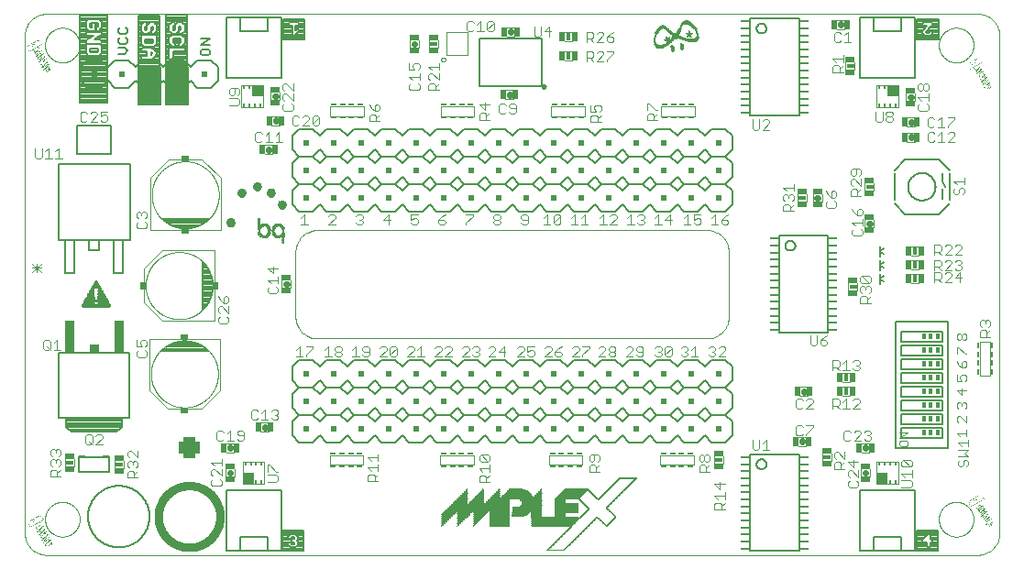
<source format=gto>
G75*
%MOIN*%
%OFA0B0*%
%FSLAX25Y25*%
%IPPOS*%
%LPD*%
%AMOC8*
5,1,8,0,0,1.08239X$1,22.5*
%
%ADD10C,0.00000*%
%ADD11C,0.00394*%
%ADD12C,0.00100*%
%ADD13C,0.03000*%
%ADD14C,0.00600*%
%ADD15C,0.00300*%
%ADD16C,0.00400*%
%ADD17C,0.02200*%
%ADD18R,0.01969X0.03740*%
%ADD19R,0.03740X0.01969*%
%ADD20C,0.00500*%
%ADD21C,0.00800*%
%ADD22R,0.02362X0.02756*%
%ADD23R,0.02756X0.02362*%
%ADD24R,0.02000X0.02000*%
%ADD25R,0.03400X0.11400*%
%ADD26R,0.03400X0.03000*%
%ADD27C,0.00787*%
%ADD28R,0.03000X0.01800*%
%ADD29R,0.02756X0.00394*%
%ADD30R,0.02362X0.00394*%
%ADD31R,0.02165X0.00787*%
%ADD32R,0.01969X0.00787*%
%ADD33R,0.01800X0.03000*%
%ADD34R,0.00394X0.02756*%
%ADD35R,0.00394X0.02362*%
%ADD36R,0.00787X0.02165*%
%ADD37R,0.00787X0.01969*%
%ADD38C,0.00700*%
%ADD39R,0.01500X0.02000*%
%ADD40R,0.03300X0.00800*%
%ADD41R,0.00984X0.01181*%
%ADD42R,0.03937X0.03937*%
%ADD43C,0.00250*%
%ADD44C,0.01000*%
%ADD45C,0.00315*%
%ADD46C,0.00236*%
%ADD47R,0.06400X0.00100*%
%ADD48R,0.00500X0.00100*%
%ADD49R,0.00400X0.00100*%
%ADD50R,0.00200X0.00100*%
%ADD51R,0.00100X0.00100*%
%ADD52R,0.03800X0.00100*%
%ADD53R,0.14800X0.00100*%
%ADD54R,0.00300X0.00100*%
%ADD55R,0.07200X0.00100*%
%ADD56R,0.14900X0.00100*%
%ADD57R,0.00600X0.00100*%
%ADD58R,0.15000X0.00100*%
%ADD59R,0.00800X0.00100*%
%ADD60R,0.15100X0.00100*%
%ADD61R,0.01000X0.00100*%
%ADD62R,0.15200X0.00100*%
%ADD63R,0.00700X0.00100*%
%ADD64R,0.15300X0.00100*%
%ADD65R,0.15400X0.00100*%
%ADD66R,0.00900X0.00100*%
%ADD67R,0.15500X0.00100*%
%ADD68R,0.15600X0.00100*%
%ADD69R,0.01100X0.00100*%
%ADD70R,0.15700X0.00100*%
%ADD71R,0.01200X0.00100*%
%ADD72R,0.15800X0.00100*%
%ADD73R,0.01300X0.00100*%
%ADD74R,0.15900X0.00100*%
%ADD75R,0.01400X0.00100*%
%ADD76R,0.16000X0.00100*%
%ADD77R,0.01500X0.00100*%
%ADD78R,0.16100X0.00100*%
%ADD79R,0.01600X0.00100*%
%ADD80R,0.16200X0.00100*%
%ADD81R,0.01700X0.00100*%
%ADD82R,0.16300X0.00100*%
%ADD83R,0.01800X0.00100*%
%ADD84R,0.16400X0.00100*%
%ADD85R,0.01900X0.00100*%
%ADD86R,0.16500X0.00100*%
%ADD87R,0.02000X0.00100*%
%ADD88R,0.16600X0.00100*%
%ADD89R,0.02100X0.00100*%
%ADD90R,0.16700X0.00100*%
%ADD91R,0.02200X0.00100*%
%ADD92R,0.16800X0.00100*%
%ADD93R,0.02300X0.00100*%
%ADD94R,0.16900X0.00100*%
%ADD95R,0.02400X0.00100*%
%ADD96R,0.17000X0.00100*%
%ADD97R,0.02500X0.00100*%
%ADD98R,0.17100X0.00100*%
%ADD99R,0.02600X0.00100*%
%ADD100R,0.17200X0.00100*%
%ADD101R,0.02700X0.00100*%
%ADD102R,0.17400X0.00100*%
%ADD103R,0.02800X0.00100*%
%ADD104R,0.17500X0.00100*%
%ADD105R,0.02900X0.00100*%
%ADD106R,0.17600X0.00100*%
%ADD107R,0.03000X0.00100*%
%ADD108R,0.17700X0.00100*%
%ADD109R,0.03100X0.00100*%
%ADD110R,0.03200X0.00100*%
%ADD111R,0.03300X0.00100*%
%ADD112R,0.03400X0.00100*%
%ADD113R,0.03600X0.00100*%
%ADD114R,0.03500X0.00100*%
%ADD115R,0.03700X0.00100*%
%ADD116R,0.03900X0.00100*%
%ADD117R,0.04100X0.00100*%
%ADD118R,0.04000X0.00100*%
%ADD119R,0.04400X0.00100*%
%ADD120R,0.04700X0.00100*%
%ADD121R,0.04200X0.00100*%
%ADD122R,0.04900X0.00100*%
%ADD123R,0.04300X0.00100*%
%ADD124R,0.05100X0.00100*%
%ADD125R,0.05300X0.00100*%
%ADD126R,0.04500X0.00100*%
%ADD127R,0.05500X0.00100*%
%ADD128R,0.04600X0.00100*%
%ADD129R,0.05600X0.00100*%
%ADD130R,0.05700X0.00100*%
%ADD131R,0.04800X0.00100*%
%ADD132R,0.05900X0.00100*%
%ADD133R,0.06000X0.00100*%
%ADD134R,0.05000X0.00100*%
%ADD135R,0.06100X0.00100*%
%ADD136R,0.06200X0.00100*%
%ADD137R,0.05200X0.00100*%
%ADD138R,0.06300X0.00100*%
%ADD139R,0.05400X0.00100*%
%ADD140R,0.06500X0.00100*%
%ADD141R,0.08700X0.00100*%
%ADD142R,0.06600X0.00100*%
%ADD143R,0.06700X0.00100*%
%ADD144R,0.06800X0.00100*%
%ADD145R,0.05800X0.00100*%
%ADD146R,0.06900X0.00100*%
%ADD147R,0.10800X0.00100*%
%ADD148R,0.23300X0.00100*%
%ADD149R,0.23200X0.00100*%
%ADD150R,0.23100X0.00100*%
%ADD151R,0.23000X0.00100*%
%ADD152R,0.22900X0.00100*%
%ADD153R,0.22800X0.00100*%
%ADD154R,0.22700X0.00100*%
%ADD155R,0.22600X0.00100*%
%ADD156R,0.22500X0.00100*%
%ADD157R,0.22400X0.00100*%
%ADD158R,0.22300X0.00100*%
%ADD159R,0.22200X0.00100*%
%ADD160R,0.08600X0.00100*%
%ADD161R,0.22100X0.00100*%
%ADD162R,0.08300X0.00100*%
%ADD163R,0.22000X0.00100*%
%ADD164R,0.08100X0.00100*%
%ADD165R,0.21900X0.00100*%
%ADD166R,0.08000X0.00100*%
%ADD167R,0.21800X0.00100*%
%ADD168R,0.07900X0.00100*%
%ADD169R,0.21700X0.00100*%
%ADD170R,0.07800X0.00100*%
%ADD171R,0.21600X0.00100*%
%ADD172R,0.07700X0.00100*%
%ADD173R,0.21500X0.00100*%
%ADD174R,0.07600X0.00100*%
%ADD175R,0.21400X0.00100*%
%ADD176R,0.21300X0.00100*%
%ADD177R,0.21200X0.00100*%
%ADD178R,0.07500X0.00100*%
%ADD179R,0.09300X0.00100*%
%ADD180R,0.09200X0.00100*%
%ADD181R,0.09000X0.00100*%
%ADD182R,0.08900X0.00100*%
%ADD183R,0.08800X0.00100*%
%ADD184R,0.08500X0.00100*%
%ADD185R,0.08400X0.00100*%
%ADD186R,0.08200X0.00100*%
%ADD187R,0.07400X0.00100*%
%ADD188R,0.07300X0.00100*%
%ADD189R,0.18900X0.00100*%
%ADD190R,0.11600X0.00100*%
%ADD191R,0.11400X0.00100*%
%ADD192R,0.11300X0.00100*%
%ADD193R,0.11200X0.00100*%
%ADD194R,0.11000X0.00100*%
%ADD195R,0.10900X0.00100*%
%ADD196R,0.10700X0.00100*%
%ADD197R,0.10600X0.00100*%
%ADD198R,0.10400X0.00100*%
%ADD199R,0.10300X0.00100*%
%ADD200R,0.10100X0.00100*%
%ADD201R,0.09900X0.00100*%
%ADD202R,0.09800X0.00100*%
%ADD203R,0.09600X0.00100*%
%ADD204R,0.09400X0.00100*%
%ADD205R,0.01260X0.00030*%
%ADD206R,0.01440X0.00030*%
%ADD207R,0.01470X0.00030*%
%ADD208R,0.01530X0.00030*%
%ADD209R,0.00480X0.00030*%
%ADD210R,0.00150X0.00030*%
%ADD211R,0.00030X0.00030*%
%ADD212R,0.00450X0.00030*%
%ADD213R,0.00330X0.00030*%
%ADD214R,0.00270X0.00030*%
%ADD215R,0.00240X0.00030*%
%ADD216R,0.00210X0.00030*%
%ADD217R,0.00180X0.00030*%
%ADD218R,0.00120X0.00030*%
%ADD219R,0.00120X0.00030*%
%ADD220R,0.00240X0.00030*%
%ADD221R,0.00270X0.00030*%
%ADD222R,0.00300X0.00030*%
%ADD223R,0.00360X0.00030*%
%ADD224R,0.00390X0.00030*%
%ADD225R,0.00420X0.00030*%
%ADD226R,0.00420X0.00030*%
%ADD227R,0.00510X0.00030*%
%ADD228R,0.01410X0.00030*%
%ADD229R,0.00060X0.00030*%
%ADD230R,0.01230X0.00030*%
%ADD231R,0.01170X0.00030*%
%ADD232R,0.00390X0.00030*%
%ADD233R,0.00990X0.00030*%
%ADD234R,0.00990X0.00030*%
%ADD235R,0.01080X0.00030*%
%ADD236R,0.01020X0.00030*%
%ADD237R,0.01020X0.00030*%
%ADD238R,0.01110X0.00030*%
%ADD239R,0.00960X0.00030*%
%ADD240R,0.01050X0.00030*%
%ADD241R,0.00570X0.00030*%
%ADD242R,0.00810X0.00030*%
%ADD243R,0.00570X0.00030*%
%ADD244R,0.00870X0.00030*%
%ADD245R,0.00690X0.00030*%
%ADD246R,0.00660X0.00030*%
%ADD247R,0.00090X0.00030*%
%ADD248R,0.00090X0.00030*%
%ADD249R,0.00630X0.00030*%
%ADD250R,0.00720X0.00030*%
%ADD251R,0.00750X0.00030*%
%ADD252R,0.00540X0.00030*%
%ADD253R,0.00780X0.00030*%
%ADD254R,0.00840X0.00030*%
%ADD255R,0.00540X0.00030*%
%ADD256R,0.01290X0.00030*%
%ADD257R,0.01620X0.00030*%
%ADD258R,0.01560X0.00030*%
%ADD259R,0.01320X0.00030*%
%ADD260R,0.09960X0.00020*%
%ADD261R,0.00040X0.00020*%
%ADD262R,0.00020X0.00020*%
%ADD263R,0.10140X0.00020*%
%ADD264R,0.10220X0.00020*%
%ADD265R,0.10240X0.00020*%
%ADD266R,0.10300X0.00020*%
%ADD267R,0.10340X0.00020*%
%ADD268R,0.10360X0.00020*%
%ADD269R,0.10380X0.00020*%
%ADD270R,0.10420X0.00020*%
%ADD271R,0.10440X0.00020*%
%ADD272R,0.10460X0.00020*%
%ADD273R,0.10500X0.00020*%
%ADD274R,0.10520X0.00020*%
%ADD275R,0.10520X0.00020*%
%ADD276R,0.10540X0.00020*%
%ADD277R,0.10560X0.00020*%
%ADD278R,0.10580X0.00020*%
%ADD279R,0.10600X0.00020*%
%ADD280R,0.10600X0.00020*%
%ADD281R,0.10620X0.00020*%
%ADD282R,0.10640X0.00020*%
%ADD283R,0.10640X0.00020*%
%ADD284R,0.10660X0.00020*%
%ADD285R,0.10660X0.00020*%
%ADD286R,0.10620X0.00020*%
%ADD287R,0.10580X0.00020*%
%ADD288R,0.10460X0.00020*%
%ADD289R,0.10400X0.00020*%
%ADD290R,0.10380X0.00020*%
%ADD291R,0.04980X0.00020*%
%ADD292R,0.00020X0.00020*%
%ADD293R,0.05040X0.00020*%
%ADD294R,0.04900X0.00020*%
%ADD295R,0.04960X0.00020*%
%ADD296R,0.04820X0.00020*%
%ADD297R,0.04780X0.00020*%
%ADD298R,0.04840X0.00020*%
%ADD299R,0.04740X0.00020*%
%ADD300R,0.04760X0.00020*%
%ADD301R,0.04700X0.00020*%
%ADD302R,0.04740X0.00020*%
%ADD303R,0.04640X0.00020*%
%ADD304R,0.04720X0.00020*%
%ADD305R,0.04620X0.00020*%
%ADD306R,0.04660X0.00020*%
%ADD307R,0.04580X0.00020*%
%ADD308R,0.04620X0.00020*%
%ADD309R,0.04560X0.00020*%
%ADD310R,0.04600X0.00020*%
%ADD311R,0.04520X0.00020*%
%ADD312R,0.04560X0.00020*%
%ADD313R,0.04480X0.00020*%
%ADD314R,0.04540X0.00020*%
%ADD315R,0.04460X0.00020*%
%ADD316R,0.04520X0.00020*%
%ADD317R,0.04460X0.00020*%
%ADD318R,0.04500X0.00020*%
%ADD319R,0.04420X0.00020*%
%ADD320R,0.04400X0.00020*%
%ADD321R,0.04380X0.00020*%
%ADD322R,0.04440X0.00020*%
%ADD323R,0.04360X0.00020*%
%ADD324R,0.04400X0.00020*%
%ADD325R,0.04340X0.00020*%
%ADD326R,0.04320X0.00020*%
%ADD327R,0.04300X0.00020*%
%ADD328R,0.04360X0.00020*%
%ADD329R,0.04280X0.00020*%
%ADD330R,0.04340X0.00020*%
%ADD331R,0.04300X0.00020*%
%ADD332R,0.04280X0.00020*%
%ADD333R,0.04320X0.00020*%
%ADD334R,0.04240X0.00020*%
%ADD335R,0.04260X0.00020*%
%ADD336R,0.04220X0.00020*%
%ADD337R,0.04220X0.00020*%
%ADD338R,0.04220X0.00020*%
%ADD339R,0.04200X0.00020*%
%ADD340R,0.04200X0.00020*%
%ADD341R,0.04240X0.00020*%
%ADD342R,0.04260X0.00020*%
%ADD343R,0.04240X0.00020*%
%ADD344R,0.04240X0.00020*%
%ADD345R,0.04340X0.00020*%
%ADD346R,0.04320X0.00020*%
%ADD347R,0.04380X0.00020*%
%ADD348R,0.00020X0.00020*%
%ADD349R,0.04540X0.00020*%
%ADD350R,0.09180X0.00020*%
%ADD351R,0.09180X0.00020*%
%ADD352R,0.09140X0.00020*%
%ADD353R,0.09120X0.00020*%
%ADD354R,0.09100X0.00020*%
%ADD355R,0.09100X0.00020*%
%ADD356R,0.09060X0.00020*%
%ADD357R,0.09020X0.00020*%
%ADD358R,0.08980X0.00020*%
%ADD359R,0.08980X0.00020*%
%ADD360R,0.08940X0.00020*%
%ADD361R,0.08920X0.00020*%
%ADD362R,0.08900X0.00020*%
%ADD363R,0.08880X0.00020*%
%ADD364R,0.08860X0.00020*%
%ADD365R,0.08820X0.00020*%
%ADD366R,0.08820X0.00020*%
%ADD367R,0.08780X0.00020*%
%ADD368R,0.08780X0.00020*%
%ADD369R,0.08740X0.00020*%
%ADD370R,0.08740X0.00020*%
%ADD371R,0.08700X0.00020*%
%ADD372R,0.08660X0.00020*%
%ADD373R,0.08660X0.00020*%
%ADD374R,0.08620X0.00020*%
%ADD375R,0.08620X0.00020*%
%ADD376R,0.08580X0.00020*%
%ADD377R,0.08540X0.00020*%
%ADD378R,0.08520X0.00020*%
%ADD379R,0.08500X0.00020*%
%ADD380R,0.04120X0.00020*%
%ADD381R,0.00020X0.00020*%
%ADD382R,0.04040X0.00020*%
%ADD383R,0.04140X0.00020*%
%ADD384R,0.03960X0.00020*%
%ADD385R,0.04060X0.00020*%
%ADD386R,0.03920X0.00020*%
%ADD387R,0.04020X0.00020*%
%ADD388R,0.03880X0.00020*%
%ADD389R,0.03840X0.00020*%
%ADD390R,0.03940X0.00020*%
%ADD391R,0.03800X0.00020*%
%ADD392R,0.03900X0.00020*%
%ADD393R,0.03760X0.00020*%
%ADD394R,0.03860X0.00020*%
%ADD395R,0.03740X0.00020*%
%ADD396R,0.03820X0.00020*%
%ADD397R,0.03720X0.00020*%
%ADD398R,0.03800X0.00020*%
%ADD399R,0.03700X0.00020*%
%ADD400R,0.03780X0.00020*%
%ADD401R,0.03660X0.00020*%
%ADD402R,0.03660X0.00020*%
%ADD403R,0.03720X0.00020*%
%ADD404R,0.03620X0.00020*%
%ADD405R,0.03600X0.00020*%
%ADD406R,0.03680X0.00020*%
%ADD407R,0.03580X0.00020*%
%ADD408R,0.03620X0.00020*%
%ADD409R,0.03540X0.00020*%
%ADD410R,0.03620X0.00020*%
%ADD411R,0.03520X0.00020*%
%ADD412R,0.03600X0.00020*%
%ADD413R,0.03520X0.00020*%
%ADD414R,0.03500X0.00020*%
%ADD415R,0.03460X0.00020*%
%ADD416R,0.03480X0.00020*%
%ADD417R,0.03560X0.00020*%
%ADD418R,0.03520X0.00020*%
%ADD419R,0.03460X0.00020*%
%ADD420R,0.03540X0.00020*%
%ADD421R,0.03420X0.00020*%
%ADD422R,0.03400X0.00020*%
%ADD423R,0.03400X0.00020*%
%ADD424R,0.03480X0.00020*%
%ADD425R,0.03380X0.00020*%
%ADD426R,0.03380X0.00020*%
%ADD427R,0.03360X0.00020*%
%ADD428R,0.03440X0.00020*%
%ADD429R,0.03320X0.00020*%
%ADD430R,0.03420X0.00020*%
%ADD431R,0.03340X0.00020*%
%ADD432R,0.03300X0.00020*%
%ADD433R,0.03320X0.00020*%
%ADD434R,0.03280X0.00020*%
%ADD435R,0.03260X0.00020*%
%ADD436R,0.03360X0.00020*%
%ADD437R,0.03260X0.00020*%
%ADD438R,0.03340X0.00020*%
%ADD439R,0.03340X0.00020*%
%ADD440R,0.03220X0.00020*%
%ADD441R,0.03320X0.00020*%
%ADD442R,0.03220X0.00020*%
%ADD443R,0.03300X0.00020*%
%ADD444R,0.03220X0.00020*%
%ADD445R,0.03200X0.00020*%
%ADD446R,0.03180X0.00020*%
%ADD447R,0.03280X0.00020*%
%ADD448R,0.03180X0.00020*%
%ADD449R,0.03140X0.00020*%
%ADD450R,0.03240X0.00020*%
%ADD451R,0.03140X0.00020*%
%ADD452R,0.03120X0.00020*%
%ADD453R,0.03200X0.00020*%
%ADD454R,0.03100X0.00020*%
%ADD455R,0.03060X0.00020*%
%ADD456R,0.03160X0.00020*%
%ADD457R,0.03080X0.00020*%
%ADD458R,0.03160X0.00020*%
%ADD459R,0.03020X0.00020*%
%ADD460R,0.03040X0.00020*%
%ADD461R,0.03020X0.00020*%
%ADD462R,0.03100X0.00020*%
%ADD463R,0.03000X0.00020*%
%ADD464R,0.02980X0.00020*%
%ADD465R,0.02980X0.00020*%
%ADD466R,0.03060X0.00020*%
%ADD467R,0.02960X0.00020*%
%ADD468R,0.02940X0.00020*%
%ADD469R,0.03020X0.00020*%
%ADD470R,0.02940X0.00020*%
%ADD471R,0.03020X0.00020*%
%ADD472R,0.03000X0.00020*%
%ADD473R,0.02900X0.00020*%
%ADD474R,0.02880X0.00020*%
%ADD475R,0.02960X0.00020*%
%ADD476R,0.02860X0.00020*%
%ADD477R,0.02840X0.00020*%
%ADD478R,0.02940X0.00020*%
%ADD479R,0.02840X0.00020*%
%ADD480R,0.02920X0.00020*%
%ADD481R,0.02820X0.00020*%
%ADD482R,0.02800X0.00020*%
%ADD483R,0.02800X0.00020*%
%ADD484R,0.02780X0.00020*%
%ADD485R,0.02760X0.00020*%
%ADD486R,0.02760X0.00020*%
%ADD487R,0.02820X0.00020*%
%ADD488R,0.02740X0.00020*%
%ADD489R,0.02840X0.00020*%
%ADD490R,0.02720X0.00020*%
%ADD491R,0.02720X0.00020*%
%ADD492R,0.02700X0.00020*%
%ADD493R,0.02680X0.00020*%
%ADD494R,0.02780X0.00020*%
%ADD495R,0.02680X0.00020*%
%ADD496R,0.02660X0.00020*%
%ADD497R,0.02740X0.00020*%
%ADD498R,0.02640X0.00020*%
%ADD499R,0.02740X0.00020*%
%ADD500R,0.02640X0.00020*%
%ADD501R,0.02640X0.00020*%
%ADD502R,0.02600X0.00020*%
%ADD503R,0.02600X0.00020*%
%ADD504R,0.02580X0.00020*%
%ADD505R,0.02560X0.00020*%
%ADD506R,0.02560X0.00020*%
%ADD507R,0.02540X0.00020*%
%ADD508R,0.02620X0.00020*%
%ADD509R,0.02540X0.00020*%
%ADD510R,0.02620X0.00020*%
%ADD511R,0.02500X0.00020*%
%ADD512R,0.02520X0.00020*%
%ADD513R,0.02500X0.00020*%
%ADD514R,0.02580X0.00020*%
%ADD515R,0.02480X0.00020*%
%ADD516R,0.02480X0.00020*%
%ADD517R,0.02460X0.00020*%
%ADD518R,0.02440X0.00020*%
%ADD519R,0.02440X0.00020*%
%ADD520R,0.02520X0.00020*%
%ADD521R,0.02420X0.00020*%
%ADD522R,0.02520X0.00020*%
%ADD523R,0.02400X0.00020*%
%ADD524R,0.02380X0.00020*%
%ADD525R,0.02380X0.00020*%
%ADD526R,0.02460X0.00020*%
%ADD527R,0.02360X0.00020*%
%ADD528R,0.02340X0.00020*%
%ADD529R,0.02420X0.00020*%
%ADD530R,0.02320X0.00020*%
%ADD531R,0.02420X0.00020*%
%ADD532R,0.02400X0.00020*%
%ADD533R,0.02320X0.00020*%
%ADD534R,0.02280X0.00020*%
%ADD535R,0.02300X0.00020*%
%ADD536R,0.02360X0.00020*%
%ADD537R,0.02260X0.00020*%
%ADD538R,0.02340X0.00020*%
%ADD539R,0.02240X0.00020*%
%ADD540R,0.02220X0.00020*%
%ADD541R,0.02300X0.00020*%
%ADD542R,0.02200X0.00020*%
%ADD543R,0.02200X0.00020*%
%ADD544R,0.02180X0.00020*%
%ADD545R,0.02260X0.00020*%
%ADD546R,0.02160X0.00020*%
%ADD547R,0.02240X0.00020*%
%ADD548R,0.02140X0.00020*%
%ADD549R,0.02140X0.00020*%
%ADD550R,0.02220X0.00020*%
%ADD551R,0.02100X0.00020*%
%ADD552R,0.02120X0.00020*%
%ADD553R,0.02080X0.00020*%
%ADD554R,0.02080X0.00020*%
%ADD555R,0.02180X0.00020*%
%ADD556R,0.02060X0.00020*%
%ADD557R,0.02060X0.00020*%
%ADD558R,0.02120X0.00020*%
%ADD559R,0.02040X0.00020*%
%ADD560R,0.02020X0.00020*%
%ADD561R,0.02020X0.00020*%
%ADD562R,0.02100X0.00020*%
%ADD563R,0.02000X0.00020*%
%ADD564R,0.01980X0.00020*%
%ADD565R,0.01980X0.00020*%
%ADD566R,0.01960X0.00020*%
%ADD567R,0.02040X0.00020*%
%ADD568R,0.01960X0.00020*%
%ADD569R,0.02040X0.00020*%
%ADD570R,0.01920X0.00020*%
%ADD571R,0.02020X0.00020*%
%ADD572R,0.01940X0.00020*%
%ADD573R,0.02020X0.00020*%
%ADD574R,0.01900X0.00020*%
%ADD575R,0.01880X0.00020*%
%ADD576R,0.01880X0.00020*%
%ADD577R,0.01860X0.00020*%
%ADD578R,0.01840X0.00020*%
%ADD579R,0.01840X0.00020*%
%ADD580R,0.01940X0.00020*%
%ADD581R,0.01820X0.00020*%
%ADD582R,0.01800X0.00020*%
%ADD583R,0.01800X0.00020*%
%ADD584R,0.01780X0.00020*%
%ADD585R,0.01760X0.00020*%
%ADD586R,0.01840X0.00020*%
%ADD587R,0.01740X0.00020*%
%ADD588R,0.01740X0.00020*%
%ADD589R,0.01820X0.00020*%
%ADD590R,0.01720X0.00020*%
%ADD591R,0.01720X0.00020*%
%ADD592R,0.01700X0.00020*%
%ADD593R,0.01780X0.00020*%
%ADD594R,0.01680X0.00020*%
%ADD595R,0.01660X0.00020*%
%ADD596R,0.01640X0.00020*%
%ADD597R,0.01720X0.00020*%
%ADD598R,0.01640X0.00020*%
%ADD599R,0.01620X0.00020*%
%ADD600R,0.01620X0.00020*%
%ADD601R,0.01600X0.00020*%
%ADD602R,0.01680X0.00020*%
%ADD603R,0.01600X0.00020*%
%ADD604R,0.01700X0.00020*%
%ADD605R,0.01580X0.00020*%
%ADD606R,0.01560X0.00020*%
%ADD607R,0.01540X0.00020*%
%ADD608R,0.01540X0.00020*%
%ADD609R,0.01620X0.00020*%
%ADD610R,0.01520X0.00020*%
%ADD611R,0.01500X0.00020*%
%ADD612R,0.01500X0.00020*%
%ADD613R,0.01580X0.00020*%
%ADD614R,0.01480X0.00020*%
%ADD615R,0.01480X0.00020*%
%ADD616R,0.01560X0.00020*%
%ADD617R,0.01460X0.00020*%
%ADD618R,0.01440X0.00020*%
%ADD619R,0.01440X0.00020*%
%ADD620R,0.01520X0.00020*%
%ADD621R,0.01520X0.00020*%
%ADD622R,0.01400X0.00020*%
%ADD623R,0.01420X0.00020*%
%ADD624R,0.01380X0.00020*%
%ADD625R,0.01360X0.00020*%
%ADD626R,0.01460X0.00020*%
%ADD627R,0.01360X0.00020*%
%ADD628R,0.01340X0.00020*%
%ADD629R,0.01420X0.00020*%
%ADD630R,0.01320X0.00020*%
%ADD631R,0.01420X0.00020*%
%ADD632R,0.01320X0.00020*%
%ADD633R,0.01400X0.00020*%
%ADD634R,0.01300X0.00020*%
%ADD635R,0.01380X0.00020*%
%ADD636R,0.01280X0.00020*%
%ADD637R,0.01260X0.00020*%
%ADD638R,0.01280X0.00020*%
%ADD639R,0.01240X0.00020*%
%ADD640R,0.01260X0.00020*%
%ADD641R,0.01340X0.00020*%
%ADD642R,0.01320X0.00020*%
%ADD643R,0.01220X0.00020*%
%ADD644R,0.01220X0.00020*%
%ADD645R,0.01320X0.00020*%
%ADD646R,0.01240X0.00020*%
%ADD647R,0.01300X0.00020*%
%ADD648R,0.01240X0.00020*%
%ADD649R,0.01220X0.00020*%
%ADD650R,0.01440X0.00020*%
%ADD651R,0.03340X0.00020*%
%ADD652R,0.03140X0.00020*%
%ADD653R,0.03140X0.00020*%
%ADD654R,0.02940X0.00020*%
%ADD655R,0.02900X0.00020*%
%ADD656R,0.02820X0.00020*%
%ADD657R,0.02700X0.00020*%
%ADD658R,0.02660X0.00020*%
%ADD659R,0.02620X0.00020*%
%ADD660R,0.02540X0.00020*%
%ADD661R,0.02340X0.00020*%
%ADD662R,0.02320X0.00020*%
%ADD663R,0.02220X0.00020*%
%ADD664R,0.02140X0.00020*%
%ADD665R,0.01940X0.00020*%
%ADD666R,0.01900X0.00020*%
%ADD667R,0.01860X0.00020*%
%ADD668R,0.01740X0.00020*%
%ADD669R,0.01660X0.00020*%
%ADD670R,0.01540X0.00020*%
%ADD671R,0.01540X0.00020*%
%ADD672R,0.01420X0.00020*%
%ADD673R,0.01340X0.00020*%
%ADD674R,0.01200X0.00020*%
%ADD675R,0.01180X0.00020*%
%ADD676R,0.01140X0.00020*%
%ADD677R,0.01120X0.00020*%
%ADD678R,0.01100X0.00020*%
%ADD679R,0.01100X0.00020*%
%ADD680R,0.01060X0.00020*%
%ADD681R,0.01040X0.00020*%
%ADD682R,0.01020X0.00020*%
%ADD683R,0.00980X0.00020*%
%ADD684R,0.00980X0.00020*%
%ADD685R,0.00940X0.00020*%
%ADD686R,0.00920X0.00020*%
%ADD687R,0.00900X0.00020*%
%ADD688R,0.00860X0.00020*%
%ADD689R,0.00820X0.00020*%
%ADD690R,0.00760X0.00020*%
%ADD691R,0.00700X0.00020*%
%ADD692R,0.00660X0.00020*%
%ADD693R,0.00580X0.00020*%
%ADD694R,0.00500X0.00020*%
%ADD695R,0.00420X0.00020*%
%ADD696R,0.00320X0.00020*%
%ADD697R,0.00160X0.00020*%
%ADD698R,0.00300X0.00060*%
%ADD699R,0.00540X0.00060*%
%ADD700R,0.00720X0.00060*%
%ADD701R,0.00840X0.00060*%
%ADD702R,0.00960X0.00060*%
%ADD703R,0.01020X0.00060*%
%ADD704R,0.01080X0.00060*%
%ADD705R,0.01140X0.00060*%
%ADD706R,0.01200X0.00060*%
%ADD707R,0.01260X0.00060*%
%ADD708R,0.01260X0.00060*%
%ADD709R,0.01320X0.00060*%
%ADD710R,0.00420X0.00060*%
%ADD711R,0.01380X0.00060*%
%ADD712R,0.00600X0.00060*%
%ADD713R,0.01440X0.00060*%
%ADD714R,0.00780X0.00060*%
%ADD715R,0.01440X0.00060*%
%ADD716R,0.00900X0.00060*%
%ADD717R,0.00960X0.00060*%
%ADD718R,0.01020X0.00060*%
%ADD719R,0.01020X0.00060*%
%ADD720R,0.01200X0.00060*%
%ADD721R,0.01800X0.00060*%
%ADD722R,0.02100X0.00060*%
%ADD723R,0.02340X0.00060*%
%ADD724R,0.01380X0.00060*%
%ADD725R,0.02580X0.00060*%
%ADD726R,0.02760X0.00060*%
%ADD727R,0.01380X0.00060*%
%ADD728R,0.01380X0.00060*%
%ADD729R,0.02940X0.00060*%
%ADD730R,0.01320X0.00060*%
%ADD731R,0.03120X0.00060*%
%ADD732R,0.03300X0.00060*%
%ADD733R,0.03480X0.00060*%
%ADD734R,0.03660X0.00060*%
%ADD735R,0.01140X0.00060*%
%ADD736R,0.03780X0.00060*%
%ADD737R,0.03900X0.00060*%
%ADD738R,0.04080X0.00060*%
%ADD739R,0.00900X0.00060*%
%ADD740R,0.04140X0.00060*%
%ADD741R,0.04320X0.00060*%
%ADD742R,0.00660X0.00060*%
%ADD743R,0.01680X0.00060*%
%ADD744R,0.02400X0.00060*%
%ADD745R,0.00480X0.00060*%
%ADD746R,0.02160X0.00060*%
%ADD747R,0.00120X0.00060*%
%ADD748R,0.01980X0.00060*%
%ADD749R,0.01260X0.00060*%
%ADD750R,0.01920X0.00060*%
%ADD751R,0.01140X0.00060*%
%ADD752R,0.01860X0.00060*%
%ADD753R,0.01860X0.00060*%
%ADD754R,0.01080X0.00060*%
%ADD755R,0.01740X0.00060*%
%ADD756R,0.00960X0.00060*%
%ADD757R,0.01680X0.00060*%
%ADD758R,0.01620X0.00060*%
%ADD759R,0.00780X0.00060*%
%ADD760R,0.01620X0.00060*%
%ADD761R,0.00660X0.00060*%
%ADD762R,0.00420X0.00060*%
%ADD763R,0.01560X0.00060*%
%ADD764R,0.01560X0.00060*%
%ADD765R,0.01500X0.00060*%
%ADD766R,0.01560X0.00060*%
%ADD767R,0.00840X0.00060*%
%ADD768R,0.01620X0.00060*%
%ADD769R,0.00840X0.00060*%
%ADD770R,0.01920X0.00060*%
%ADD771R,0.00780X0.00060*%
%ADD772R,0.02040X0.00060*%
%ADD773R,0.02460X0.00060*%
%ADD774R,0.02880X0.00060*%
%ADD775R,0.02220X0.00060*%
%ADD776R,0.03240X0.00060*%
%ADD777R,0.02340X0.00060*%
%ADD778R,0.03600X0.00060*%
%ADD779R,0.02580X0.00060*%
%ADD780R,0.00780X0.00060*%
%ADD781R,0.04200X0.00060*%
%ADD782R,0.03000X0.00060*%
%ADD783R,0.04500X0.00060*%
%ADD784R,0.03240X0.00060*%
%ADD785R,0.04740X0.00060*%
%ADD786R,0.03420X0.00060*%
%ADD787R,0.04980X0.00060*%
%ADD788R,0.03360X0.00060*%
%ADD789R,0.05160X0.00060*%
%ADD790R,0.05400X0.00060*%
%ADD791R,0.05640X0.00060*%
%ADD792R,0.05820X0.00060*%
%ADD793R,0.06000X0.00060*%
%ADD794R,0.06180X0.00060*%
%ADD795R,0.03480X0.00060*%
%ADD796R,0.02280X0.00060*%
%ADD797R,0.03060X0.00060*%
%ADD798R,0.01740X0.00060*%
%ADD799R,0.02760X0.00060*%
%ADD800R,0.02700X0.00060*%
%ADD801R,0.05280X0.00060*%
%ADD802R,0.00660X0.00060*%
%ADD803R,0.00240X0.00060*%
%ADD804R,0.04260X0.00060*%
%ADD805R,0.00420X0.00060*%
%ADD806R,0.00060X0.00060*%
%ADD807R,0.04080X0.00060*%
%ADD808R,0.01080X0.00060*%
%ADD809R,0.00300X0.00060*%
%ADD810R,0.03840X0.00060*%
%ADD811R,0.00060X0.00060*%
%ADD812R,0.00240X0.00060*%
%ADD813R,0.03720X0.00060*%
%ADD814R,0.00180X0.00060*%
%ADD815R,0.03540X0.00060*%
%ADD816R,0.03360X0.00060*%
%ADD817R,0.00360X0.00060*%
%ADD818R,0.03240X0.00060*%
%ADD819R,0.00420X0.00060*%
%ADD820R,0.03120X0.00060*%
%ADD821R,0.02880X0.00060*%
%ADD822R,0.02880X0.00060*%
%ADD823R,0.02820X0.00060*%
%ADD824R,0.02820X0.00060*%
%ADD825R,0.02820X0.00060*%
%ADD826R,0.03060X0.00060*%
%ADD827R,0.00720X0.00060*%
%ADD828R,0.03120X0.00060*%
%ADD829R,0.01920X0.00060*%
%ADD830R,0.00720X0.00060*%
%ADD831R,0.03180X0.00060*%
%ADD832R,0.02040X0.00060*%
%ADD833R,0.02280X0.00060*%
%ADD834R,0.00960X0.00060*%
%ADD835R,0.02460X0.00060*%
%ADD836R,0.01020X0.00060*%
%ADD837R,0.00720X0.00060*%
%ADD838R,0.01080X0.00060*%
%ADD839R,0.00360X0.00060*%
%ADD840R,0.01140X0.00060*%
%ADD841R,0.01260X0.00060*%
%ADD842R,0.01680X0.00060*%
%ADD843R,0.01740X0.00060*%
%ADD844R,0.02940X0.00060*%
%ADD845R,0.02520X0.00060*%
%ADD846R,0.01320X0.00060*%
%ADD847R,0.01500X0.00060*%
%ADD848R,0.01860X0.00060*%
%ADD849R,0.02160X0.00060*%
%ADD850R,0.04020X0.00060*%
%ADD851R,0.03960X0.00060*%
%ADD852R,0.03720X0.00060*%
%ADD853R,0.03660X0.00060*%
%ADD854R,0.02940X0.00060*%
%ADD855R,0.02640X0.00060*%
%ADD856R,0.02520X0.00060*%
%ADD857R,0.02340X0.00060*%
%ADD858R,0.00950X0.00050*%
%ADD859R,0.01000X0.00050*%
%ADD860R,0.00050X0.00050*%
%ADD861R,0.00750X0.00050*%
%ADD862R,0.00600X0.00050*%
%ADD863R,0.01300X0.00050*%
%ADD864R,0.01150X0.00050*%
%ADD865R,0.01600X0.00050*%
%ADD866R,0.01400X0.00050*%
%ADD867R,0.01900X0.00050*%
%ADD868R,0.01700X0.00050*%
%ADD869R,0.02050X0.00050*%
%ADD870R,0.02250X0.00050*%
%ADD871R,0.02400X0.00050*%
%ADD872R,0.02550X0.00050*%
%ADD873R,0.02450X0.00050*%
%ADD874R,0.02700X0.00050*%
%ADD875R,0.02850X0.00050*%
%ADD876R,0.02650X0.00050*%
%ADD877R,0.02900X0.00050*%
%ADD878R,0.02750X0.00050*%
%ADD879R,0.03000X0.00050*%
%ADD880R,0.03800X0.00050*%
%ADD881R,0.03150X0.00050*%
%ADD882R,0.03850X0.00050*%
%ADD883R,0.03200X0.00050*%
%ADD884R,0.03900X0.00050*%
%ADD885R,0.03300X0.00050*%
%ADD886R,0.03950X0.00050*%
%ADD887R,0.03450X0.00050*%
%ADD888R,0.04000X0.00050*%
%ADD889R,0.03400X0.00050*%
%ADD890R,0.01550X0.00050*%
%ADD891R,0.01450X0.00050*%
%ADD892R,0.01800X0.00050*%
%ADD893R,0.01250X0.00050*%
%ADD894R,0.01350X0.00050*%
%ADD895R,0.01500X0.00050*%
%ADD896R,0.01200X0.00050*%
%ADD897R,0.01100X0.00050*%
%ADD898R,0.01050X0.00050*%
%ADD899R,0.00900X0.00050*%
%ADD900R,0.00850X0.00050*%
%ADD901R,0.00200X0.00050*%
%ADD902R,0.00100X0.00050*%
%ADD903R,0.01750X0.00050*%
%ADD904R,0.01850X0.00050*%
%ADD905R,0.02150X0.00050*%
%ADD906R,0.01950X0.00050*%
%ADD907R,0.02100X0.00050*%
%ADD908R,0.02200X0.00050*%
%ADD909R,0.03250X0.00050*%
%ADD910R,0.02300X0.00050*%
%ADD911R,0.03050X0.00050*%
%ADD912R,0.02600X0.00050*%
%ADD913R,0.02800X0.00050*%
%ADD914R,0.02350X0.00050*%
%ADD915R,0.02000X0.00050*%
%ADD916R,0.02950X0.00050*%
%ADD917R,0.03100X0.00050*%
%ADD918R,0.00350X0.00050*%
%ADD919R,0.00650X0.00050*%
%ADD920R,0.01650X0.00050*%
%ADD921R,0.02500X0.00050*%
%ADD922R,0.00500X0.00050*%
%ADD923R,0.00450X0.00050*%
%ADD924R,0.00550X0.00050*%
%ADD925R,0.00800X0.00050*%
D10*
X0010201Y0016977D02*
X0010203Y0017135D01*
X0010209Y0017293D01*
X0010219Y0017451D01*
X0010233Y0017609D01*
X0010251Y0017766D01*
X0010272Y0017923D01*
X0010298Y0018079D01*
X0010328Y0018235D01*
X0010361Y0018390D01*
X0010399Y0018543D01*
X0010440Y0018696D01*
X0010485Y0018848D01*
X0010534Y0018999D01*
X0010587Y0019148D01*
X0010643Y0019296D01*
X0010703Y0019442D01*
X0010767Y0019587D01*
X0010835Y0019730D01*
X0010906Y0019872D01*
X0010980Y0020012D01*
X0011058Y0020149D01*
X0011140Y0020285D01*
X0011224Y0020419D01*
X0011313Y0020550D01*
X0011404Y0020679D01*
X0011499Y0020806D01*
X0011596Y0020931D01*
X0011697Y0021053D01*
X0011801Y0021172D01*
X0011908Y0021289D01*
X0012018Y0021403D01*
X0012131Y0021514D01*
X0012246Y0021623D01*
X0012364Y0021728D01*
X0012485Y0021830D01*
X0012608Y0021930D01*
X0012734Y0022026D01*
X0012862Y0022119D01*
X0012992Y0022209D01*
X0013125Y0022295D01*
X0013260Y0022379D01*
X0013396Y0022458D01*
X0013535Y0022535D01*
X0013676Y0022607D01*
X0013818Y0022677D01*
X0013962Y0022742D01*
X0014108Y0022804D01*
X0014255Y0022862D01*
X0014404Y0022917D01*
X0014554Y0022968D01*
X0014705Y0023015D01*
X0014857Y0023058D01*
X0015010Y0023097D01*
X0015165Y0023133D01*
X0015320Y0023164D01*
X0015476Y0023192D01*
X0015632Y0023216D01*
X0015789Y0023236D01*
X0015947Y0023252D01*
X0016104Y0023264D01*
X0016263Y0023272D01*
X0016421Y0023276D01*
X0016579Y0023276D01*
X0016737Y0023272D01*
X0016896Y0023264D01*
X0017053Y0023252D01*
X0017211Y0023236D01*
X0017368Y0023216D01*
X0017524Y0023192D01*
X0017680Y0023164D01*
X0017835Y0023133D01*
X0017990Y0023097D01*
X0018143Y0023058D01*
X0018295Y0023015D01*
X0018446Y0022968D01*
X0018596Y0022917D01*
X0018745Y0022862D01*
X0018892Y0022804D01*
X0019038Y0022742D01*
X0019182Y0022677D01*
X0019324Y0022607D01*
X0019465Y0022535D01*
X0019604Y0022458D01*
X0019740Y0022379D01*
X0019875Y0022295D01*
X0020008Y0022209D01*
X0020138Y0022119D01*
X0020266Y0022026D01*
X0020392Y0021930D01*
X0020515Y0021830D01*
X0020636Y0021728D01*
X0020754Y0021623D01*
X0020869Y0021514D01*
X0020982Y0021403D01*
X0021092Y0021289D01*
X0021199Y0021172D01*
X0021303Y0021053D01*
X0021404Y0020931D01*
X0021501Y0020806D01*
X0021596Y0020679D01*
X0021687Y0020550D01*
X0021776Y0020419D01*
X0021860Y0020285D01*
X0021942Y0020149D01*
X0022020Y0020012D01*
X0022094Y0019872D01*
X0022165Y0019730D01*
X0022233Y0019587D01*
X0022297Y0019442D01*
X0022357Y0019296D01*
X0022413Y0019148D01*
X0022466Y0018999D01*
X0022515Y0018848D01*
X0022560Y0018696D01*
X0022601Y0018543D01*
X0022639Y0018390D01*
X0022672Y0018235D01*
X0022702Y0018079D01*
X0022728Y0017923D01*
X0022749Y0017766D01*
X0022767Y0017609D01*
X0022781Y0017451D01*
X0022791Y0017293D01*
X0022797Y0017135D01*
X0022799Y0016977D01*
X0022797Y0016819D01*
X0022791Y0016661D01*
X0022781Y0016503D01*
X0022767Y0016345D01*
X0022749Y0016188D01*
X0022728Y0016031D01*
X0022702Y0015875D01*
X0022672Y0015719D01*
X0022639Y0015564D01*
X0022601Y0015411D01*
X0022560Y0015258D01*
X0022515Y0015106D01*
X0022466Y0014955D01*
X0022413Y0014806D01*
X0022357Y0014658D01*
X0022297Y0014512D01*
X0022233Y0014367D01*
X0022165Y0014224D01*
X0022094Y0014082D01*
X0022020Y0013942D01*
X0021942Y0013805D01*
X0021860Y0013669D01*
X0021776Y0013535D01*
X0021687Y0013404D01*
X0021596Y0013275D01*
X0021501Y0013148D01*
X0021404Y0013023D01*
X0021303Y0012901D01*
X0021199Y0012782D01*
X0021092Y0012665D01*
X0020982Y0012551D01*
X0020869Y0012440D01*
X0020754Y0012331D01*
X0020636Y0012226D01*
X0020515Y0012124D01*
X0020392Y0012024D01*
X0020266Y0011928D01*
X0020138Y0011835D01*
X0020008Y0011745D01*
X0019875Y0011659D01*
X0019740Y0011575D01*
X0019604Y0011496D01*
X0019465Y0011419D01*
X0019324Y0011347D01*
X0019182Y0011277D01*
X0019038Y0011212D01*
X0018892Y0011150D01*
X0018745Y0011092D01*
X0018596Y0011037D01*
X0018446Y0010986D01*
X0018295Y0010939D01*
X0018143Y0010896D01*
X0017990Y0010857D01*
X0017835Y0010821D01*
X0017680Y0010790D01*
X0017524Y0010762D01*
X0017368Y0010738D01*
X0017211Y0010718D01*
X0017053Y0010702D01*
X0016896Y0010690D01*
X0016737Y0010682D01*
X0016579Y0010678D01*
X0016421Y0010678D01*
X0016263Y0010682D01*
X0016104Y0010690D01*
X0015947Y0010702D01*
X0015789Y0010718D01*
X0015632Y0010738D01*
X0015476Y0010762D01*
X0015320Y0010790D01*
X0015165Y0010821D01*
X0015010Y0010857D01*
X0014857Y0010896D01*
X0014705Y0010939D01*
X0014554Y0010986D01*
X0014404Y0011037D01*
X0014255Y0011092D01*
X0014108Y0011150D01*
X0013962Y0011212D01*
X0013818Y0011277D01*
X0013676Y0011347D01*
X0013535Y0011419D01*
X0013396Y0011496D01*
X0013260Y0011575D01*
X0013125Y0011659D01*
X0012992Y0011745D01*
X0012862Y0011835D01*
X0012734Y0011928D01*
X0012608Y0012024D01*
X0012485Y0012124D01*
X0012364Y0012226D01*
X0012246Y0012331D01*
X0012131Y0012440D01*
X0012018Y0012551D01*
X0011908Y0012665D01*
X0011801Y0012782D01*
X0011697Y0012901D01*
X0011596Y0013023D01*
X0011499Y0013148D01*
X0011404Y0013275D01*
X0011313Y0013404D01*
X0011224Y0013535D01*
X0011140Y0013669D01*
X0011058Y0013805D01*
X0010980Y0013942D01*
X0010906Y0014082D01*
X0010835Y0014224D01*
X0010767Y0014367D01*
X0010703Y0014512D01*
X0010643Y0014658D01*
X0010587Y0014806D01*
X0010534Y0014955D01*
X0010485Y0015106D01*
X0010440Y0015258D01*
X0010399Y0015411D01*
X0010361Y0015564D01*
X0010328Y0015719D01*
X0010298Y0015875D01*
X0010272Y0016031D01*
X0010251Y0016188D01*
X0010233Y0016345D01*
X0010219Y0016503D01*
X0010209Y0016661D01*
X0010203Y0016819D01*
X0010201Y0016977D01*
X0010201Y0189477D02*
X0010203Y0189635D01*
X0010209Y0189793D01*
X0010219Y0189951D01*
X0010233Y0190109D01*
X0010251Y0190266D01*
X0010272Y0190423D01*
X0010298Y0190579D01*
X0010328Y0190735D01*
X0010361Y0190890D01*
X0010399Y0191043D01*
X0010440Y0191196D01*
X0010485Y0191348D01*
X0010534Y0191499D01*
X0010587Y0191648D01*
X0010643Y0191796D01*
X0010703Y0191942D01*
X0010767Y0192087D01*
X0010835Y0192230D01*
X0010906Y0192372D01*
X0010980Y0192512D01*
X0011058Y0192649D01*
X0011140Y0192785D01*
X0011224Y0192919D01*
X0011313Y0193050D01*
X0011404Y0193179D01*
X0011499Y0193306D01*
X0011596Y0193431D01*
X0011697Y0193553D01*
X0011801Y0193672D01*
X0011908Y0193789D01*
X0012018Y0193903D01*
X0012131Y0194014D01*
X0012246Y0194123D01*
X0012364Y0194228D01*
X0012485Y0194330D01*
X0012608Y0194430D01*
X0012734Y0194526D01*
X0012862Y0194619D01*
X0012992Y0194709D01*
X0013125Y0194795D01*
X0013260Y0194879D01*
X0013396Y0194958D01*
X0013535Y0195035D01*
X0013676Y0195107D01*
X0013818Y0195177D01*
X0013962Y0195242D01*
X0014108Y0195304D01*
X0014255Y0195362D01*
X0014404Y0195417D01*
X0014554Y0195468D01*
X0014705Y0195515D01*
X0014857Y0195558D01*
X0015010Y0195597D01*
X0015165Y0195633D01*
X0015320Y0195664D01*
X0015476Y0195692D01*
X0015632Y0195716D01*
X0015789Y0195736D01*
X0015947Y0195752D01*
X0016104Y0195764D01*
X0016263Y0195772D01*
X0016421Y0195776D01*
X0016579Y0195776D01*
X0016737Y0195772D01*
X0016896Y0195764D01*
X0017053Y0195752D01*
X0017211Y0195736D01*
X0017368Y0195716D01*
X0017524Y0195692D01*
X0017680Y0195664D01*
X0017835Y0195633D01*
X0017990Y0195597D01*
X0018143Y0195558D01*
X0018295Y0195515D01*
X0018446Y0195468D01*
X0018596Y0195417D01*
X0018745Y0195362D01*
X0018892Y0195304D01*
X0019038Y0195242D01*
X0019182Y0195177D01*
X0019324Y0195107D01*
X0019465Y0195035D01*
X0019604Y0194958D01*
X0019740Y0194879D01*
X0019875Y0194795D01*
X0020008Y0194709D01*
X0020138Y0194619D01*
X0020266Y0194526D01*
X0020392Y0194430D01*
X0020515Y0194330D01*
X0020636Y0194228D01*
X0020754Y0194123D01*
X0020869Y0194014D01*
X0020982Y0193903D01*
X0021092Y0193789D01*
X0021199Y0193672D01*
X0021303Y0193553D01*
X0021404Y0193431D01*
X0021501Y0193306D01*
X0021596Y0193179D01*
X0021687Y0193050D01*
X0021776Y0192919D01*
X0021860Y0192785D01*
X0021942Y0192649D01*
X0022020Y0192512D01*
X0022094Y0192372D01*
X0022165Y0192230D01*
X0022233Y0192087D01*
X0022297Y0191942D01*
X0022357Y0191796D01*
X0022413Y0191648D01*
X0022466Y0191499D01*
X0022515Y0191348D01*
X0022560Y0191196D01*
X0022601Y0191043D01*
X0022639Y0190890D01*
X0022672Y0190735D01*
X0022702Y0190579D01*
X0022728Y0190423D01*
X0022749Y0190266D01*
X0022767Y0190109D01*
X0022781Y0189951D01*
X0022791Y0189793D01*
X0022797Y0189635D01*
X0022799Y0189477D01*
X0022797Y0189319D01*
X0022791Y0189161D01*
X0022781Y0189003D01*
X0022767Y0188845D01*
X0022749Y0188688D01*
X0022728Y0188531D01*
X0022702Y0188375D01*
X0022672Y0188219D01*
X0022639Y0188064D01*
X0022601Y0187911D01*
X0022560Y0187758D01*
X0022515Y0187606D01*
X0022466Y0187455D01*
X0022413Y0187306D01*
X0022357Y0187158D01*
X0022297Y0187012D01*
X0022233Y0186867D01*
X0022165Y0186724D01*
X0022094Y0186582D01*
X0022020Y0186442D01*
X0021942Y0186305D01*
X0021860Y0186169D01*
X0021776Y0186035D01*
X0021687Y0185904D01*
X0021596Y0185775D01*
X0021501Y0185648D01*
X0021404Y0185523D01*
X0021303Y0185401D01*
X0021199Y0185282D01*
X0021092Y0185165D01*
X0020982Y0185051D01*
X0020869Y0184940D01*
X0020754Y0184831D01*
X0020636Y0184726D01*
X0020515Y0184624D01*
X0020392Y0184524D01*
X0020266Y0184428D01*
X0020138Y0184335D01*
X0020008Y0184245D01*
X0019875Y0184159D01*
X0019740Y0184075D01*
X0019604Y0183996D01*
X0019465Y0183919D01*
X0019324Y0183847D01*
X0019182Y0183777D01*
X0019038Y0183712D01*
X0018892Y0183650D01*
X0018745Y0183592D01*
X0018596Y0183537D01*
X0018446Y0183486D01*
X0018295Y0183439D01*
X0018143Y0183396D01*
X0017990Y0183357D01*
X0017835Y0183321D01*
X0017680Y0183290D01*
X0017524Y0183262D01*
X0017368Y0183238D01*
X0017211Y0183218D01*
X0017053Y0183202D01*
X0016896Y0183190D01*
X0016737Y0183182D01*
X0016579Y0183178D01*
X0016421Y0183178D01*
X0016263Y0183182D01*
X0016104Y0183190D01*
X0015947Y0183202D01*
X0015789Y0183218D01*
X0015632Y0183238D01*
X0015476Y0183262D01*
X0015320Y0183290D01*
X0015165Y0183321D01*
X0015010Y0183357D01*
X0014857Y0183396D01*
X0014705Y0183439D01*
X0014554Y0183486D01*
X0014404Y0183537D01*
X0014255Y0183592D01*
X0014108Y0183650D01*
X0013962Y0183712D01*
X0013818Y0183777D01*
X0013676Y0183847D01*
X0013535Y0183919D01*
X0013396Y0183996D01*
X0013260Y0184075D01*
X0013125Y0184159D01*
X0012992Y0184245D01*
X0012862Y0184335D01*
X0012734Y0184428D01*
X0012608Y0184524D01*
X0012485Y0184624D01*
X0012364Y0184726D01*
X0012246Y0184831D01*
X0012131Y0184940D01*
X0012018Y0185051D01*
X0011908Y0185165D01*
X0011801Y0185282D01*
X0011697Y0185401D01*
X0011596Y0185523D01*
X0011499Y0185648D01*
X0011404Y0185775D01*
X0011313Y0185904D01*
X0011224Y0186035D01*
X0011140Y0186169D01*
X0011058Y0186305D01*
X0010980Y0186442D01*
X0010906Y0186582D01*
X0010835Y0186724D01*
X0010767Y0186867D01*
X0010703Y0187012D01*
X0010643Y0187158D01*
X0010587Y0187306D01*
X0010534Y0187455D01*
X0010485Y0187606D01*
X0010440Y0187758D01*
X0010399Y0187911D01*
X0010361Y0188064D01*
X0010328Y0188219D01*
X0010298Y0188375D01*
X0010272Y0188531D01*
X0010251Y0188688D01*
X0010233Y0188845D01*
X0010219Y0189003D01*
X0010209Y0189161D01*
X0010203Y0189319D01*
X0010201Y0189477D01*
X0335201Y0189477D02*
X0335203Y0189635D01*
X0335209Y0189793D01*
X0335219Y0189951D01*
X0335233Y0190109D01*
X0335251Y0190266D01*
X0335272Y0190423D01*
X0335298Y0190579D01*
X0335328Y0190735D01*
X0335361Y0190890D01*
X0335399Y0191043D01*
X0335440Y0191196D01*
X0335485Y0191348D01*
X0335534Y0191499D01*
X0335587Y0191648D01*
X0335643Y0191796D01*
X0335703Y0191942D01*
X0335767Y0192087D01*
X0335835Y0192230D01*
X0335906Y0192372D01*
X0335980Y0192512D01*
X0336058Y0192649D01*
X0336140Y0192785D01*
X0336224Y0192919D01*
X0336313Y0193050D01*
X0336404Y0193179D01*
X0336499Y0193306D01*
X0336596Y0193431D01*
X0336697Y0193553D01*
X0336801Y0193672D01*
X0336908Y0193789D01*
X0337018Y0193903D01*
X0337131Y0194014D01*
X0337246Y0194123D01*
X0337364Y0194228D01*
X0337485Y0194330D01*
X0337608Y0194430D01*
X0337734Y0194526D01*
X0337862Y0194619D01*
X0337992Y0194709D01*
X0338125Y0194795D01*
X0338260Y0194879D01*
X0338396Y0194958D01*
X0338535Y0195035D01*
X0338676Y0195107D01*
X0338818Y0195177D01*
X0338962Y0195242D01*
X0339108Y0195304D01*
X0339255Y0195362D01*
X0339404Y0195417D01*
X0339554Y0195468D01*
X0339705Y0195515D01*
X0339857Y0195558D01*
X0340010Y0195597D01*
X0340165Y0195633D01*
X0340320Y0195664D01*
X0340476Y0195692D01*
X0340632Y0195716D01*
X0340789Y0195736D01*
X0340947Y0195752D01*
X0341104Y0195764D01*
X0341263Y0195772D01*
X0341421Y0195776D01*
X0341579Y0195776D01*
X0341737Y0195772D01*
X0341896Y0195764D01*
X0342053Y0195752D01*
X0342211Y0195736D01*
X0342368Y0195716D01*
X0342524Y0195692D01*
X0342680Y0195664D01*
X0342835Y0195633D01*
X0342990Y0195597D01*
X0343143Y0195558D01*
X0343295Y0195515D01*
X0343446Y0195468D01*
X0343596Y0195417D01*
X0343745Y0195362D01*
X0343892Y0195304D01*
X0344038Y0195242D01*
X0344182Y0195177D01*
X0344324Y0195107D01*
X0344465Y0195035D01*
X0344604Y0194958D01*
X0344740Y0194879D01*
X0344875Y0194795D01*
X0345008Y0194709D01*
X0345138Y0194619D01*
X0345266Y0194526D01*
X0345392Y0194430D01*
X0345515Y0194330D01*
X0345636Y0194228D01*
X0345754Y0194123D01*
X0345869Y0194014D01*
X0345982Y0193903D01*
X0346092Y0193789D01*
X0346199Y0193672D01*
X0346303Y0193553D01*
X0346404Y0193431D01*
X0346501Y0193306D01*
X0346596Y0193179D01*
X0346687Y0193050D01*
X0346776Y0192919D01*
X0346860Y0192785D01*
X0346942Y0192649D01*
X0347020Y0192512D01*
X0347094Y0192372D01*
X0347165Y0192230D01*
X0347233Y0192087D01*
X0347297Y0191942D01*
X0347357Y0191796D01*
X0347413Y0191648D01*
X0347466Y0191499D01*
X0347515Y0191348D01*
X0347560Y0191196D01*
X0347601Y0191043D01*
X0347639Y0190890D01*
X0347672Y0190735D01*
X0347702Y0190579D01*
X0347728Y0190423D01*
X0347749Y0190266D01*
X0347767Y0190109D01*
X0347781Y0189951D01*
X0347791Y0189793D01*
X0347797Y0189635D01*
X0347799Y0189477D01*
X0347797Y0189319D01*
X0347791Y0189161D01*
X0347781Y0189003D01*
X0347767Y0188845D01*
X0347749Y0188688D01*
X0347728Y0188531D01*
X0347702Y0188375D01*
X0347672Y0188219D01*
X0347639Y0188064D01*
X0347601Y0187911D01*
X0347560Y0187758D01*
X0347515Y0187606D01*
X0347466Y0187455D01*
X0347413Y0187306D01*
X0347357Y0187158D01*
X0347297Y0187012D01*
X0347233Y0186867D01*
X0347165Y0186724D01*
X0347094Y0186582D01*
X0347020Y0186442D01*
X0346942Y0186305D01*
X0346860Y0186169D01*
X0346776Y0186035D01*
X0346687Y0185904D01*
X0346596Y0185775D01*
X0346501Y0185648D01*
X0346404Y0185523D01*
X0346303Y0185401D01*
X0346199Y0185282D01*
X0346092Y0185165D01*
X0345982Y0185051D01*
X0345869Y0184940D01*
X0345754Y0184831D01*
X0345636Y0184726D01*
X0345515Y0184624D01*
X0345392Y0184524D01*
X0345266Y0184428D01*
X0345138Y0184335D01*
X0345008Y0184245D01*
X0344875Y0184159D01*
X0344740Y0184075D01*
X0344604Y0183996D01*
X0344465Y0183919D01*
X0344324Y0183847D01*
X0344182Y0183777D01*
X0344038Y0183712D01*
X0343892Y0183650D01*
X0343745Y0183592D01*
X0343596Y0183537D01*
X0343446Y0183486D01*
X0343295Y0183439D01*
X0343143Y0183396D01*
X0342990Y0183357D01*
X0342835Y0183321D01*
X0342680Y0183290D01*
X0342524Y0183262D01*
X0342368Y0183238D01*
X0342211Y0183218D01*
X0342053Y0183202D01*
X0341896Y0183190D01*
X0341737Y0183182D01*
X0341579Y0183178D01*
X0341421Y0183178D01*
X0341263Y0183182D01*
X0341104Y0183190D01*
X0340947Y0183202D01*
X0340789Y0183218D01*
X0340632Y0183238D01*
X0340476Y0183262D01*
X0340320Y0183290D01*
X0340165Y0183321D01*
X0340010Y0183357D01*
X0339857Y0183396D01*
X0339705Y0183439D01*
X0339554Y0183486D01*
X0339404Y0183537D01*
X0339255Y0183592D01*
X0339108Y0183650D01*
X0338962Y0183712D01*
X0338818Y0183777D01*
X0338676Y0183847D01*
X0338535Y0183919D01*
X0338396Y0183996D01*
X0338260Y0184075D01*
X0338125Y0184159D01*
X0337992Y0184245D01*
X0337862Y0184335D01*
X0337734Y0184428D01*
X0337608Y0184524D01*
X0337485Y0184624D01*
X0337364Y0184726D01*
X0337246Y0184831D01*
X0337131Y0184940D01*
X0337018Y0185051D01*
X0336908Y0185165D01*
X0336801Y0185282D01*
X0336697Y0185401D01*
X0336596Y0185523D01*
X0336499Y0185648D01*
X0336404Y0185775D01*
X0336313Y0185904D01*
X0336224Y0186035D01*
X0336140Y0186169D01*
X0336058Y0186305D01*
X0335980Y0186442D01*
X0335906Y0186582D01*
X0335835Y0186724D01*
X0335767Y0186867D01*
X0335703Y0187012D01*
X0335643Y0187158D01*
X0335587Y0187306D01*
X0335534Y0187455D01*
X0335485Y0187606D01*
X0335440Y0187758D01*
X0335399Y0187911D01*
X0335361Y0188064D01*
X0335328Y0188219D01*
X0335298Y0188375D01*
X0335272Y0188531D01*
X0335251Y0188688D01*
X0335233Y0188845D01*
X0335219Y0189003D01*
X0335209Y0189161D01*
X0335203Y0189319D01*
X0335201Y0189477D01*
X0335201Y0016977D02*
X0335203Y0017135D01*
X0335209Y0017293D01*
X0335219Y0017451D01*
X0335233Y0017609D01*
X0335251Y0017766D01*
X0335272Y0017923D01*
X0335298Y0018079D01*
X0335328Y0018235D01*
X0335361Y0018390D01*
X0335399Y0018543D01*
X0335440Y0018696D01*
X0335485Y0018848D01*
X0335534Y0018999D01*
X0335587Y0019148D01*
X0335643Y0019296D01*
X0335703Y0019442D01*
X0335767Y0019587D01*
X0335835Y0019730D01*
X0335906Y0019872D01*
X0335980Y0020012D01*
X0336058Y0020149D01*
X0336140Y0020285D01*
X0336224Y0020419D01*
X0336313Y0020550D01*
X0336404Y0020679D01*
X0336499Y0020806D01*
X0336596Y0020931D01*
X0336697Y0021053D01*
X0336801Y0021172D01*
X0336908Y0021289D01*
X0337018Y0021403D01*
X0337131Y0021514D01*
X0337246Y0021623D01*
X0337364Y0021728D01*
X0337485Y0021830D01*
X0337608Y0021930D01*
X0337734Y0022026D01*
X0337862Y0022119D01*
X0337992Y0022209D01*
X0338125Y0022295D01*
X0338260Y0022379D01*
X0338396Y0022458D01*
X0338535Y0022535D01*
X0338676Y0022607D01*
X0338818Y0022677D01*
X0338962Y0022742D01*
X0339108Y0022804D01*
X0339255Y0022862D01*
X0339404Y0022917D01*
X0339554Y0022968D01*
X0339705Y0023015D01*
X0339857Y0023058D01*
X0340010Y0023097D01*
X0340165Y0023133D01*
X0340320Y0023164D01*
X0340476Y0023192D01*
X0340632Y0023216D01*
X0340789Y0023236D01*
X0340947Y0023252D01*
X0341104Y0023264D01*
X0341263Y0023272D01*
X0341421Y0023276D01*
X0341579Y0023276D01*
X0341737Y0023272D01*
X0341896Y0023264D01*
X0342053Y0023252D01*
X0342211Y0023236D01*
X0342368Y0023216D01*
X0342524Y0023192D01*
X0342680Y0023164D01*
X0342835Y0023133D01*
X0342990Y0023097D01*
X0343143Y0023058D01*
X0343295Y0023015D01*
X0343446Y0022968D01*
X0343596Y0022917D01*
X0343745Y0022862D01*
X0343892Y0022804D01*
X0344038Y0022742D01*
X0344182Y0022677D01*
X0344324Y0022607D01*
X0344465Y0022535D01*
X0344604Y0022458D01*
X0344740Y0022379D01*
X0344875Y0022295D01*
X0345008Y0022209D01*
X0345138Y0022119D01*
X0345266Y0022026D01*
X0345392Y0021930D01*
X0345515Y0021830D01*
X0345636Y0021728D01*
X0345754Y0021623D01*
X0345869Y0021514D01*
X0345982Y0021403D01*
X0346092Y0021289D01*
X0346199Y0021172D01*
X0346303Y0021053D01*
X0346404Y0020931D01*
X0346501Y0020806D01*
X0346596Y0020679D01*
X0346687Y0020550D01*
X0346776Y0020419D01*
X0346860Y0020285D01*
X0346942Y0020149D01*
X0347020Y0020012D01*
X0347094Y0019872D01*
X0347165Y0019730D01*
X0347233Y0019587D01*
X0347297Y0019442D01*
X0347357Y0019296D01*
X0347413Y0019148D01*
X0347466Y0018999D01*
X0347515Y0018848D01*
X0347560Y0018696D01*
X0347601Y0018543D01*
X0347639Y0018390D01*
X0347672Y0018235D01*
X0347702Y0018079D01*
X0347728Y0017923D01*
X0347749Y0017766D01*
X0347767Y0017609D01*
X0347781Y0017451D01*
X0347791Y0017293D01*
X0347797Y0017135D01*
X0347799Y0016977D01*
X0347797Y0016819D01*
X0347791Y0016661D01*
X0347781Y0016503D01*
X0347767Y0016345D01*
X0347749Y0016188D01*
X0347728Y0016031D01*
X0347702Y0015875D01*
X0347672Y0015719D01*
X0347639Y0015564D01*
X0347601Y0015411D01*
X0347560Y0015258D01*
X0347515Y0015106D01*
X0347466Y0014955D01*
X0347413Y0014806D01*
X0347357Y0014658D01*
X0347297Y0014512D01*
X0347233Y0014367D01*
X0347165Y0014224D01*
X0347094Y0014082D01*
X0347020Y0013942D01*
X0346942Y0013805D01*
X0346860Y0013669D01*
X0346776Y0013535D01*
X0346687Y0013404D01*
X0346596Y0013275D01*
X0346501Y0013148D01*
X0346404Y0013023D01*
X0346303Y0012901D01*
X0346199Y0012782D01*
X0346092Y0012665D01*
X0345982Y0012551D01*
X0345869Y0012440D01*
X0345754Y0012331D01*
X0345636Y0012226D01*
X0345515Y0012124D01*
X0345392Y0012024D01*
X0345266Y0011928D01*
X0345138Y0011835D01*
X0345008Y0011745D01*
X0344875Y0011659D01*
X0344740Y0011575D01*
X0344604Y0011496D01*
X0344465Y0011419D01*
X0344324Y0011347D01*
X0344182Y0011277D01*
X0344038Y0011212D01*
X0343892Y0011150D01*
X0343745Y0011092D01*
X0343596Y0011037D01*
X0343446Y0010986D01*
X0343295Y0010939D01*
X0343143Y0010896D01*
X0342990Y0010857D01*
X0342835Y0010821D01*
X0342680Y0010790D01*
X0342524Y0010762D01*
X0342368Y0010738D01*
X0342211Y0010718D01*
X0342053Y0010702D01*
X0341896Y0010690D01*
X0341737Y0010682D01*
X0341579Y0010678D01*
X0341421Y0010678D01*
X0341263Y0010682D01*
X0341104Y0010690D01*
X0340947Y0010702D01*
X0340789Y0010718D01*
X0340632Y0010738D01*
X0340476Y0010762D01*
X0340320Y0010790D01*
X0340165Y0010821D01*
X0340010Y0010857D01*
X0339857Y0010896D01*
X0339705Y0010939D01*
X0339554Y0010986D01*
X0339404Y0011037D01*
X0339255Y0011092D01*
X0339108Y0011150D01*
X0338962Y0011212D01*
X0338818Y0011277D01*
X0338676Y0011347D01*
X0338535Y0011419D01*
X0338396Y0011496D01*
X0338260Y0011575D01*
X0338125Y0011659D01*
X0337992Y0011745D01*
X0337862Y0011835D01*
X0337734Y0011928D01*
X0337608Y0012024D01*
X0337485Y0012124D01*
X0337364Y0012226D01*
X0337246Y0012331D01*
X0337131Y0012440D01*
X0337018Y0012551D01*
X0336908Y0012665D01*
X0336801Y0012782D01*
X0336697Y0012901D01*
X0336596Y0013023D01*
X0336499Y0013148D01*
X0336404Y0013275D01*
X0336313Y0013404D01*
X0336224Y0013535D01*
X0336140Y0013669D01*
X0336058Y0013805D01*
X0335980Y0013942D01*
X0335906Y0014082D01*
X0335835Y0014224D01*
X0335767Y0014367D01*
X0335703Y0014512D01*
X0335643Y0014658D01*
X0335587Y0014806D01*
X0335534Y0014955D01*
X0335485Y0015106D01*
X0335440Y0015258D01*
X0335399Y0015411D01*
X0335361Y0015564D01*
X0335328Y0015719D01*
X0335298Y0015875D01*
X0335272Y0016031D01*
X0335251Y0016188D01*
X0335233Y0016345D01*
X0335219Y0016503D01*
X0335209Y0016661D01*
X0335203Y0016819D01*
X0335201Y0016977D01*
D11*
X0005559Y0005972D02*
X0004845Y0006685D01*
X0004522Y0007076D01*
X0004238Y0007495D01*
X0003955Y0007914D01*
X0003710Y0008362D01*
X0003310Y0009303D01*
X0003155Y0009797D01*
X0003050Y0010308D01*
X0002944Y0010819D01*
X0002889Y0011348D01*
X0002889Y0193533D01*
X0002944Y0194062D01*
X0003050Y0194574D01*
X0003155Y0195085D01*
X0003310Y0195579D01*
X0003510Y0196049D01*
X0003710Y0196520D01*
X0003955Y0196967D01*
X0004238Y0197387D01*
X0004522Y0197806D01*
X0004845Y0198196D01*
X0005559Y0198910D01*
X0005949Y0199233D01*
X0006368Y0199517D01*
X0006787Y0199800D01*
X0007235Y0200045D01*
X0008176Y0200445D01*
X0008670Y0200600D01*
X0009181Y0200705D01*
X0009693Y0200811D01*
X0010222Y0200866D01*
X0349887Y0200866D01*
X0350416Y0200811D01*
X0350927Y0200705D01*
X0351439Y0200600D01*
X0351932Y0200445D01*
X0352873Y0200045D01*
X0353321Y0199800D01*
X0353740Y0199517D01*
X0354159Y0199233D01*
X0354550Y0198910D01*
X0355263Y0198196D01*
X0355586Y0197806D01*
X0356154Y0196967D01*
X0356398Y0196520D01*
X0356598Y0196049D01*
X0356798Y0195579D01*
X0356954Y0195085D01*
X0357059Y0194574D01*
X0357164Y0194062D01*
X0357220Y0193533D01*
X0357220Y0011348D01*
X0357164Y0010819D01*
X0357059Y0010308D01*
X0356954Y0009797D01*
X0356798Y0009303D01*
X0356398Y0008362D01*
X0356154Y0007914D01*
X0355870Y0007495D01*
X0355586Y0007076D01*
X0355263Y0006685D01*
X0354550Y0005972D01*
X0354159Y0005649D01*
X0353740Y0005365D01*
X0353321Y0005081D01*
X0352873Y0004837D01*
X0351932Y0004437D01*
X0351439Y0004282D01*
X0350927Y0004176D01*
X0350416Y0004071D01*
X0349887Y0004016D01*
X0010222Y0004016D01*
X0009693Y0004071D01*
X0009181Y0004176D01*
X0008670Y0004282D01*
X0008176Y0004437D01*
X0007235Y0004837D01*
X0006787Y0005081D01*
X0006368Y0005365D01*
X0005949Y0005649D01*
X0005559Y0005972D01*
X0082063Y0030040D02*
X0089937Y0030040D01*
X0089937Y0037914D01*
X0082063Y0037914D01*
X0082063Y0030040D01*
X0105660Y0083577D02*
X0105213Y0083822D01*
X0104794Y0084105D01*
X0104374Y0084389D01*
X0103984Y0084712D01*
X0103270Y0085426D01*
X0102947Y0085816D01*
X0102664Y0086235D01*
X0102380Y0086654D01*
X0102135Y0087102D01*
X0101735Y0088043D01*
X0101580Y0088537D01*
X0101475Y0089048D01*
X0101369Y0089559D01*
X0101314Y0090088D01*
X0101314Y0114793D01*
X0101369Y0115322D01*
X0101475Y0115834D01*
X0101580Y0116345D01*
X0101735Y0116839D01*
X0102135Y0117780D01*
X0102380Y0118227D01*
X0102664Y0118646D01*
X0102947Y0119065D01*
X0103270Y0119456D01*
X0103984Y0120170D01*
X0104374Y0120493D01*
X0104794Y0120776D01*
X0105213Y0121060D01*
X0105660Y0121305D01*
X0106601Y0121705D01*
X0107095Y0121860D01*
X0107606Y0121965D01*
X0108118Y0122071D01*
X0108647Y0122126D01*
X0251462Y0122126D01*
X0251991Y0122071D01*
X0252502Y0121965D01*
X0253013Y0121860D01*
X0253507Y0121705D01*
X0254448Y0121305D01*
X0254896Y0121060D01*
X0255315Y0120776D01*
X0255734Y0120493D01*
X0256125Y0120170D01*
X0256838Y0119456D01*
X0257161Y0119065D01*
X0257445Y0118646D01*
X0257729Y0118227D01*
X0257973Y0117780D01*
X0258373Y0116839D01*
X0258528Y0116345D01*
X0258634Y0115834D01*
X0258739Y0115322D01*
X0258794Y0114793D01*
X0258794Y0090088D01*
X0258739Y0089559D01*
X0258634Y0089048D01*
X0258528Y0088537D01*
X0258373Y0088043D01*
X0257973Y0087102D01*
X0257729Y0086654D01*
X0257445Y0086235D01*
X0257161Y0085816D01*
X0256838Y0085426D01*
X0256125Y0084712D01*
X0255734Y0084389D01*
X0255315Y0084105D01*
X0254896Y0083822D01*
X0254448Y0083577D01*
X0253507Y0083177D01*
X0253013Y0083022D01*
X0252502Y0082917D01*
X0251991Y0082811D01*
X0251462Y0082756D01*
X0108647Y0082756D01*
X0108118Y0082811D01*
X0107606Y0082917D01*
X0107095Y0083022D01*
X0106601Y0083177D01*
X0105660Y0083577D01*
X0089437Y0167040D02*
X0081563Y0167040D01*
X0081563Y0174914D01*
X0089437Y0174914D01*
X0089437Y0167040D01*
X0312563Y0167040D02*
X0312563Y0174914D01*
X0320437Y0174914D01*
X0320437Y0167040D01*
X0312563Y0167040D01*
X0312563Y0037914D02*
X0320437Y0037914D01*
X0320437Y0030040D01*
X0312563Y0030040D01*
X0312563Y0037914D01*
D12*
X0066200Y0041377D02*
X0066200Y0044777D01*
X0066185Y0044870D01*
X0066143Y0044954D01*
X0066076Y0045020D01*
X0065993Y0045062D01*
X0065900Y0045077D01*
X0059000Y0045077D01*
X0058907Y0045062D01*
X0058824Y0045020D01*
X0058757Y0044954D01*
X0058715Y0044870D01*
X0058700Y0044777D01*
X0058700Y0041377D01*
X0058715Y0041284D01*
X0058757Y0041201D01*
X0058824Y0041134D01*
X0058907Y0041092D01*
X0059000Y0041077D01*
X0065900Y0041077D01*
X0065993Y0041092D01*
X0066076Y0041134D01*
X0066143Y0041201D01*
X0066185Y0041284D01*
X0066200Y0041377D01*
X0066200Y0041417D02*
X0058700Y0041417D01*
X0058700Y0041515D02*
X0066200Y0041515D01*
X0066200Y0041614D02*
X0058700Y0041614D01*
X0058700Y0041712D02*
X0066200Y0041712D01*
X0066200Y0041811D02*
X0058700Y0041811D01*
X0058700Y0041909D02*
X0066200Y0041909D01*
X0066200Y0042008D02*
X0058700Y0042008D01*
X0058700Y0042106D02*
X0066200Y0042106D01*
X0066200Y0042205D02*
X0058700Y0042205D01*
X0058700Y0042303D02*
X0066200Y0042303D01*
X0066200Y0042402D02*
X0058700Y0042402D01*
X0058700Y0042500D02*
X0066200Y0042500D01*
X0066200Y0042599D02*
X0058700Y0042599D01*
X0058700Y0042697D02*
X0066200Y0042697D01*
X0066200Y0042796D02*
X0058700Y0042796D01*
X0058700Y0042894D02*
X0066200Y0042894D01*
X0066200Y0042993D02*
X0058700Y0042993D01*
X0058700Y0043091D02*
X0066200Y0043091D01*
X0066200Y0043190D02*
X0058700Y0043190D01*
X0058700Y0043288D02*
X0066200Y0043288D01*
X0066200Y0043387D02*
X0058700Y0043387D01*
X0058700Y0043485D02*
X0066200Y0043485D01*
X0066200Y0043584D02*
X0058700Y0043584D01*
X0058700Y0043682D02*
X0066200Y0043682D01*
X0066200Y0043781D02*
X0058700Y0043781D01*
X0058700Y0043879D02*
X0066200Y0043879D01*
X0066200Y0043978D02*
X0058700Y0043978D01*
X0058700Y0044077D02*
X0066200Y0044077D01*
X0066200Y0044175D02*
X0058700Y0044175D01*
X0058700Y0044274D02*
X0066200Y0044274D01*
X0066200Y0044372D02*
X0058700Y0044372D01*
X0058700Y0044471D02*
X0066200Y0044471D01*
X0066200Y0044569D02*
X0058700Y0044569D01*
X0058700Y0044668D02*
X0066200Y0044668D01*
X0066200Y0044766D02*
X0058700Y0044766D01*
X0058714Y0044865D02*
X0066186Y0044865D01*
X0066133Y0044963D02*
X0058767Y0044963D01*
X0058906Y0045062D02*
X0065994Y0045062D01*
X0064500Y0045062D02*
X0060500Y0045062D01*
X0060500Y0045160D02*
X0064500Y0045160D01*
X0064500Y0045259D02*
X0060500Y0045259D01*
X0060500Y0045357D02*
X0064500Y0045357D01*
X0064500Y0045456D02*
X0060500Y0045456D01*
X0060500Y0045554D02*
X0064500Y0045554D01*
X0064500Y0045653D02*
X0060500Y0045653D01*
X0060500Y0045751D02*
X0064500Y0045751D01*
X0064500Y0045850D02*
X0060500Y0045850D01*
X0060500Y0045948D02*
X0064500Y0045948D01*
X0064500Y0046047D02*
X0060500Y0046047D01*
X0060500Y0046145D02*
X0064500Y0046145D01*
X0064500Y0046244D02*
X0060500Y0046244D01*
X0060500Y0046342D02*
X0064500Y0046342D01*
X0064500Y0046441D02*
X0060500Y0046441D01*
X0060500Y0046539D02*
X0064500Y0046539D01*
X0064500Y0046638D02*
X0060500Y0046638D01*
X0060500Y0046677D02*
X0060515Y0046770D01*
X0060557Y0046854D01*
X0060624Y0046920D01*
X0060707Y0046962D01*
X0060800Y0046977D01*
X0064200Y0046977D01*
X0064293Y0046962D01*
X0064376Y0046920D01*
X0064443Y0046854D01*
X0064485Y0046770D01*
X0064500Y0046677D01*
X0064500Y0039777D01*
X0064485Y0039684D01*
X0064443Y0039601D01*
X0064376Y0039534D01*
X0064293Y0039492D01*
X0064200Y0039477D01*
X0060800Y0039477D01*
X0060707Y0039492D01*
X0060624Y0039534D01*
X0060557Y0039601D01*
X0060515Y0039684D01*
X0060500Y0039777D01*
X0060500Y0046677D01*
X0060509Y0046736D02*
X0064491Y0046736D01*
X0064452Y0046835D02*
X0060548Y0046835D01*
X0060650Y0046933D02*
X0064350Y0046933D01*
X0064500Y0044963D02*
X0060500Y0044963D01*
X0060500Y0044865D02*
X0064500Y0044865D01*
X0064500Y0044766D02*
X0060500Y0044766D01*
X0060500Y0044668D02*
X0064500Y0044668D01*
X0064500Y0044569D02*
X0060500Y0044569D01*
X0060500Y0044471D02*
X0064500Y0044471D01*
X0064500Y0044372D02*
X0060500Y0044372D01*
X0060500Y0044274D02*
X0064500Y0044274D01*
X0064500Y0044175D02*
X0060500Y0044175D01*
X0060500Y0044077D02*
X0064500Y0044077D01*
X0064500Y0043978D02*
X0060500Y0043978D01*
X0060500Y0043879D02*
X0064500Y0043879D01*
X0064500Y0043781D02*
X0060500Y0043781D01*
X0060500Y0043682D02*
X0064500Y0043682D01*
X0064500Y0043584D02*
X0060500Y0043584D01*
X0060500Y0043485D02*
X0064500Y0043485D01*
X0064500Y0043387D02*
X0060500Y0043387D01*
X0060500Y0043288D02*
X0064500Y0043288D01*
X0064500Y0043190D02*
X0060500Y0043190D01*
X0060500Y0043091D02*
X0064500Y0043091D01*
X0064500Y0042993D02*
X0060500Y0042993D01*
X0060500Y0042894D02*
X0064500Y0042894D01*
X0064500Y0042796D02*
X0060500Y0042796D01*
X0060500Y0042697D02*
X0064500Y0042697D01*
X0064500Y0042599D02*
X0060500Y0042599D01*
X0060500Y0042500D02*
X0064500Y0042500D01*
X0064500Y0042402D02*
X0060500Y0042402D01*
X0060500Y0042303D02*
X0064500Y0042303D01*
X0064500Y0042205D02*
X0060500Y0042205D01*
X0060500Y0042106D02*
X0064500Y0042106D01*
X0064500Y0042008D02*
X0060500Y0042008D01*
X0060500Y0041909D02*
X0064500Y0041909D01*
X0064500Y0041811D02*
X0060500Y0041811D01*
X0060500Y0041712D02*
X0064500Y0041712D01*
X0064500Y0041614D02*
X0060500Y0041614D01*
X0060500Y0041515D02*
X0064500Y0041515D01*
X0064500Y0041417D02*
X0060500Y0041417D01*
X0060500Y0041318D02*
X0064500Y0041318D01*
X0064500Y0041220D02*
X0060500Y0041220D01*
X0060500Y0041121D02*
X0064500Y0041121D01*
X0064500Y0041023D02*
X0060500Y0041023D01*
X0060500Y0040924D02*
X0064500Y0040924D01*
X0064500Y0040826D02*
X0060500Y0040826D01*
X0060500Y0040727D02*
X0064500Y0040727D01*
X0064500Y0040629D02*
X0060500Y0040629D01*
X0060500Y0040530D02*
X0064500Y0040530D01*
X0064500Y0040432D02*
X0060500Y0040432D01*
X0060500Y0040333D02*
X0064500Y0040333D01*
X0064500Y0040235D02*
X0060500Y0040235D01*
X0060500Y0040136D02*
X0064500Y0040136D01*
X0064500Y0040038D02*
X0060500Y0040038D01*
X0060500Y0039939D02*
X0064500Y0039939D01*
X0064500Y0039841D02*
X0060500Y0039841D01*
X0060506Y0039742D02*
X0064494Y0039742D01*
X0064464Y0039644D02*
X0060536Y0039644D01*
X0060613Y0039545D02*
X0064387Y0039545D01*
X0066050Y0041121D02*
X0058850Y0041121D01*
X0058748Y0041220D02*
X0066152Y0041220D01*
X0066191Y0041318D02*
X0058709Y0041318D01*
X0062000Y0167977D02*
X0054100Y0167977D01*
X0054007Y0167992D01*
X0053924Y0168034D01*
X0053857Y0168101D01*
X0053815Y0168184D01*
X0053800Y0168277D01*
X0053800Y0181677D01*
X0057000Y0181977D01*
X0057000Y0181877D01*
X0057015Y0181784D01*
X0057057Y0181701D01*
X0057124Y0181634D01*
X0057207Y0181592D01*
X0057300Y0181577D01*
X0062300Y0181577D01*
X0062300Y0168277D01*
X0062285Y0168184D01*
X0062243Y0168101D01*
X0062176Y0168034D01*
X0062093Y0167992D01*
X0062000Y0167977D01*
X0062116Y0168004D02*
X0053984Y0168004D01*
X0053857Y0168102D02*
X0062243Y0168102D01*
X0062288Y0168201D02*
X0053812Y0168201D01*
X0053800Y0168299D02*
X0062300Y0168299D01*
X0062300Y0168398D02*
X0053800Y0168398D01*
X0053800Y0168496D02*
X0062300Y0168496D01*
X0062300Y0168595D02*
X0053800Y0168595D01*
X0053800Y0168693D02*
X0062300Y0168693D01*
X0062300Y0168792D02*
X0053800Y0168792D01*
X0053800Y0168890D02*
X0062300Y0168890D01*
X0062300Y0168989D02*
X0053800Y0168989D01*
X0053800Y0169087D02*
X0062300Y0169087D01*
X0062300Y0169186D02*
X0053800Y0169186D01*
X0053800Y0169284D02*
X0062300Y0169284D01*
X0062300Y0169383D02*
X0053800Y0169383D01*
X0053800Y0169481D02*
X0062300Y0169481D01*
X0062300Y0169580D02*
X0053800Y0169580D01*
X0053800Y0169678D02*
X0062300Y0169678D01*
X0062300Y0169777D02*
X0053800Y0169777D01*
X0053800Y0169875D02*
X0062300Y0169875D01*
X0062300Y0169974D02*
X0053800Y0169974D01*
X0053800Y0170072D02*
X0062300Y0170072D01*
X0062300Y0170171D02*
X0053800Y0170171D01*
X0053800Y0170270D02*
X0062300Y0170270D01*
X0062300Y0170368D02*
X0053800Y0170368D01*
X0053800Y0170467D02*
X0062300Y0170467D01*
X0062300Y0170565D02*
X0053800Y0170565D01*
X0053800Y0170664D02*
X0062300Y0170664D01*
X0062300Y0170762D02*
X0053800Y0170762D01*
X0053800Y0170861D02*
X0062300Y0170861D01*
X0062300Y0170959D02*
X0053800Y0170959D01*
X0053800Y0171058D02*
X0062300Y0171058D01*
X0062300Y0171156D02*
X0053800Y0171156D01*
X0053800Y0171255D02*
X0062300Y0171255D01*
X0062300Y0171353D02*
X0053800Y0171353D01*
X0053800Y0171452D02*
X0062300Y0171452D01*
X0062300Y0171550D02*
X0053800Y0171550D01*
X0053800Y0171649D02*
X0062300Y0171649D01*
X0062300Y0171747D02*
X0053800Y0171747D01*
X0053800Y0171846D02*
X0062300Y0171846D01*
X0062300Y0171944D02*
X0053800Y0171944D01*
X0053800Y0172043D02*
X0062300Y0172043D01*
X0062300Y0172141D02*
X0053800Y0172141D01*
X0053800Y0172240D02*
X0062300Y0172240D01*
X0062300Y0172338D02*
X0053800Y0172338D01*
X0053800Y0172437D02*
X0062300Y0172437D01*
X0062300Y0172535D02*
X0053800Y0172535D01*
X0053800Y0172634D02*
X0062300Y0172634D01*
X0062300Y0172732D02*
X0053800Y0172732D01*
X0053800Y0172831D02*
X0062300Y0172831D01*
X0062300Y0172929D02*
X0053800Y0172929D01*
X0053800Y0173028D02*
X0062300Y0173028D01*
X0062300Y0173126D02*
X0053800Y0173126D01*
X0053800Y0173225D02*
X0062300Y0173225D01*
X0062300Y0173323D02*
X0053800Y0173323D01*
X0053800Y0173422D02*
X0062300Y0173422D01*
X0062300Y0173520D02*
X0053800Y0173520D01*
X0053800Y0173619D02*
X0062300Y0173619D01*
X0062300Y0173717D02*
X0053800Y0173717D01*
X0053800Y0173816D02*
X0062300Y0173816D01*
X0062300Y0173914D02*
X0053800Y0173914D01*
X0053800Y0174013D02*
X0062300Y0174013D01*
X0062300Y0174111D02*
X0053800Y0174111D01*
X0053800Y0174210D02*
X0062300Y0174210D01*
X0062300Y0174308D02*
X0053800Y0174308D01*
X0053800Y0174407D02*
X0062300Y0174407D01*
X0062300Y0174505D02*
X0053800Y0174505D01*
X0053800Y0174604D02*
X0062300Y0174604D01*
X0062300Y0174703D02*
X0053800Y0174703D01*
X0053800Y0174801D02*
X0062300Y0174801D01*
X0062300Y0174900D02*
X0053800Y0174900D01*
X0053800Y0174998D02*
X0062300Y0174998D01*
X0062300Y0175097D02*
X0053800Y0175097D01*
X0053800Y0175195D02*
X0062300Y0175195D01*
X0062300Y0175294D02*
X0053800Y0175294D01*
X0053800Y0175392D02*
X0062300Y0175392D01*
X0062300Y0175491D02*
X0053800Y0175491D01*
X0053800Y0175589D02*
X0062300Y0175589D01*
X0062300Y0175688D02*
X0053800Y0175688D01*
X0053800Y0175786D02*
X0062300Y0175786D01*
X0062300Y0175885D02*
X0053800Y0175885D01*
X0053800Y0175983D02*
X0062300Y0175983D01*
X0062300Y0176082D02*
X0053800Y0176082D01*
X0053800Y0176180D02*
X0062300Y0176180D01*
X0062300Y0176279D02*
X0053800Y0176279D01*
X0053800Y0176377D02*
X0062300Y0176377D01*
X0062300Y0176476D02*
X0053800Y0176476D01*
X0053800Y0176574D02*
X0062300Y0176574D01*
X0062300Y0176673D02*
X0053800Y0176673D01*
X0053800Y0176771D02*
X0062300Y0176771D01*
X0062300Y0176870D02*
X0053800Y0176870D01*
X0053800Y0176968D02*
X0062300Y0176968D01*
X0062300Y0177067D02*
X0053800Y0177067D01*
X0053800Y0177165D02*
X0062300Y0177165D01*
X0062300Y0177264D02*
X0053800Y0177264D01*
X0053800Y0177362D02*
X0062300Y0177362D01*
X0062300Y0177461D02*
X0053800Y0177461D01*
X0053800Y0177559D02*
X0062300Y0177559D01*
X0062300Y0177658D02*
X0053800Y0177658D01*
X0053800Y0177756D02*
X0062300Y0177756D01*
X0062300Y0177855D02*
X0053800Y0177855D01*
X0053800Y0177953D02*
X0062300Y0177953D01*
X0062300Y0178052D02*
X0053800Y0178052D01*
X0053800Y0178150D02*
X0062300Y0178150D01*
X0062300Y0178249D02*
X0053800Y0178249D01*
X0053800Y0178347D02*
X0062300Y0178347D01*
X0062300Y0178446D02*
X0053800Y0178446D01*
X0053800Y0178544D02*
X0062300Y0178544D01*
X0062300Y0178643D02*
X0053800Y0178643D01*
X0053800Y0178741D02*
X0062300Y0178741D01*
X0062300Y0178840D02*
X0053800Y0178840D01*
X0053800Y0178939D02*
X0062300Y0178939D01*
X0062300Y0179037D02*
X0053800Y0179037D01*
X0053800Y0179136D02*
X0062300Y0179136D01*
X0062300Y0179234D02*
X0053800Y0179234D01*
X0053800Y0179333D02*
X0062300Y0179333D01*
X0062300Y0179431D02*
X0053800Y0179431D01*
X0053800Y0179530D02*
X0062300Y0179530D01*
X0062300Y0179628D02*
X0053800Y0179628D01*
X0053800Y0179727D02*
X0062300Y0179727D01*
X0062300Y0179825D02*
X0053800Y0179825D01*
X0053800Y0179924D02*
X0062300Y0179924D01*
X0062300Y0180022D02*
X0053800Y0180022D01*
X0053800Y0180121D02*
X0062300Y0180121D01*
X0062300Y0180219D02*
X0053800Y0180219D01*
X0053800Y0180318D02*
X0062300Y0180318D01*
X0062300Y0180416D02*
X0053800Y0180416D01*
X0053800Y0180515D02*
X0062300Y0180515D01*
X0062300Y0180613D02*
X0053800Y0180613D01*
X0053800Y0180712D02*
X0062300Y0180712D01*
X0062300Y0180810D02*
X0053800Y0180810D01*
X0053800Y0180909D02*
X0062300Y0180909D01*
X0062300Y0181007D02*
X0053800Y0181007D01*
X0053800Y0181106D02*
X0062300Y0181106D01*
X0062300Y0181204D02*
X0053800Y0181204D01*
X0053800Y0181303D02*
X0062300Y0181303D01*
X0062300Y0181401D02*
X0053800Y0181401D01*
X0053800Y0181500D02*
X0062300Y0181500D01*
X0057195Y0181598D02*
X0053800Y0181598D01*
X0054010Y0181697D02*
X0057061Y0181697D01*
X0057013Y0181795D02*
X0055061Y0181795D01*
X0056111Y0181894D02*
X0057000Y0181894D01*
X0052200Y0181577D02*
X0047200Y0181577D01*
X0047107Y0181592D01*
X0047024Y0181634D01*
X0046957Y0181701D01*
X0046915Y0181784D01*
X0046900Y0181877D01*
X0046900Y0181977D01*
X0043700Y0181677D01*
X0043700Y0168277D01*
X0043715Y0168184D01*
X0043757Y0168101D01*
X0043824Y0168034D01*
X0043907Y0167992D01*
X0044000Y0167977D01*
X0051900Y0167977D01*
X0051993Y0167992D01*
X0052076Y0168034D01*
X0052143Y0168101D01*
X0052185Y0168184D01*
X0052200Y0168277D01*
X0052200Y0181577D01*
X0052200Y0181500D02*
X0043700Y0181500D01*
X0043700Y0181598D02*
X0047095Y0181598D01*
X0046961Y0181697D02*
X0043910Y0181697D01*
X0043700Y0181401D02*
X0052200Y0181401D01*
X0052200Y0181303D02*
X0043700Y0181303D01*
X0043700Y0181204D02*
X0052200Y0181204D01*
X0052200Y0181106D02*
X0043700Y0181106D01*
X0043700Y0181007D02*
X0052200Y0181007D01*
X0052200Y0180909D02*
X0043700Y0180909D01*
X0043700Y0180810D02*
X0052200Y0180810D01*
X0052200Y0180712D02*
X0043700Y0180712D01*
X0043700Y0180613D02*
X0052200Y0180613D01*
X0052200Y0180515D02*
X0043700Y0180515D01*
X0043700Y0180416D02*
X0052200Y0180416D01*
X0052200Y0180318D02*
X0043700Y0180318D01*
X0043700Y0180219D02*
X0052200Y0180219D01*
X0052200Y0180121D02*
X0043700Y0180121D01*
X0043700Y0180022D02*
X0052200Y0180022D01*
X0052200Y0179924D02*
X0043700Y0179924D01*
X0043700Y0179825D02*
X0052200Y0179825D01*
X0052200Y0179727D02*
X0043700Y0179727D01*
X0043700Y0179628D02*
X0052200Y0179628D01*
X0052200Y0179530D02*
X0043700Y0179530D01*
X0043700Y0179431D02*
X0052200Y0179431D01*
X0052200Y0179333D02*
X0043700Y0179333D01*
X0043700Y0179234D02*
X0052200Y0179234D01*
X0052200Y0179136D02*
X0043700Y0179136D01*
X0043700Y0179037D02*
X0052200Y0179037D01*
X0052200Y0178939D02*
X0043700Y0178939D01*
X0043700Y0178840D02*
X0052200Y0178840D01*
X0052200Y0178741D02*
X0043700Y0178741D01*
X0043700Y0178643D02*
X0052200Y0178643D01*
X0052200Y0178544D02*
X0043700Y0178544D01*
X0043700Y0178446D02*
X0052200Y0178446D01*
X0052200Y0178347D02*
X0043700Y0178347D01*
X0043700Y0178249D02*
X0052200Y0178249D01*
X0052200Y0178150D02*
X0043700Y0178150D01*
X0043700Y0178052D02*
X0052200Y0178052D01*
X0052200Y0177953D02*
X0043700Y0177953D01*
X0043700Y0177855D02*
X0052200Y0177855D01*
X0052200Y0177756D02*
X0043700Y0177756D01*
X0043700Y0177658D02*
X0052200Y0177658D01*
X0052200Y0177559D02*
X0043700Y0177559D01*
X0043700Y0177461D02*
X0052200Y0177461D01*
X0052200Y0177362D02*
X0043700Y0177362D01*
X0043700Y0177264D02*
X0052200Y0177264D01*
X0052200Y0177165D02*
X0043700Y0177165D01*
X0043700Y0177067D02*
X0052200Y0177067D01*
X0052200Y0176968D02*
X0043700Y0176968D01*
X0043700Y0176870D02*
X0052200Y0176870D01*
X0052200Y0176771D02*
X0043700Y0176771D01*
X0043700Y0176673D02*
X0052200Y0176673D01*
X0052200Y0176574D02*
X0043700Y0176574D01*
X0043700Y0176476D02*
X0052200Y0176476D01*
X0052200Y0176377D02*
X0043700Y0176377D01*
X0043700Y0176279D02*
X0052200Y0176279D01*
X0052200Y0176180D02*
X0043700Y0176180D01*
X0043700Y0176082D02*
X0052200Y0176082D01*
X0052200Y0175983D02*
X0043700Y0175983D01*
X0043700Y0175885D02*
X0052200Y0175885D01*
X0052200Y0175786D02*
X0043700Y0175786D01*
X0043700Y0175688D02*
X0052200Y0175688D01*
X0052200Y0175589D02*
X0043700Y0175589D01*
X0043700Y0175491D02*
X0052200Y0175491D01*
X0052200Y0175392D02*
X0043700Y0175392D01*
X0043700Y0175294D02*
X0052200Y0175294D01*
X0052200Y0175195D02*
X0043700Y0175195D01*
X0043700Y0175097D02*
X0052200Y0175097D01*
X0052200Y0174998D02*
X0043700Y0174998D01*
X0043700Y0174900D02*
X0052200Y0174900D01*
X0052200Y0174801D02*
X0043700Y0174801D01*
X0043700Y0174703D02*
X0052200Y0174703D01*
X0052200Y0174604D02*
X0043700Y0174604D01*
X0043700Y0174505D02*
X0052200Y0174505D01*
X0052200Y0174407D02*
X0043700Y0174407D01*
X0043700Y0174308D02*
X0052200Y0174308D01*
X0052200Y0174210D02*
X0043700Y0174210D01*
X0043700Y0174111D02*
X0052200Y0174111D01*
X0052200Y0174013D02*
X0043700Y0174013D01*
X0043700Y0173914D02*
X0052200Y0173914D01*
X0052200Y0173816D02*
X0043700Y0173816D01*
X0043700Y0173717D02*
X0052200Y0173717D01*
X0052200Y0173619D02*
X0043700Y0173619D01*
X0043700Y0173520D02*
X0052200Y0173520D01*
X0052200Y0173422D02*
X0043700Y0173422D01*
X0043700Y0173323D02*
X0052200Y0173323D01*
X0052200Y0173225D02*
X0043700Y0173225D01*
X0043700Y0173126D02*
X0052200Y0173126D01*
X0052200Y0173028D02*
X0043700Y0173028D01*
X0043700Y0172929D02*
X0052200Y0172929D01*
X0052200Y0172831D02*
X0043700Y0172831D01*
X0043700Y0172732D02*
X0052200Y0172732D01*
X0052200Y0172634D02*
X0043700Y0172634D01*
X0043700Y0172535D02*
X0052200Y0172535D01*
X0052200Y0172437D02*
X0043700Y0172437D01*
X0043700Y0172338D02*
X0052200Y0172338D01*
X0052200Y0172240D02*
X0043700Y0172240D01*
X0043700Y0172141D02*
X0052200Y0172141D01*
X0052200Y0172043D02*
X0043700Y0172043D01*
X0043700Y0171944D02*
X0052200Y0171944D01*
X0052200Y0171846D02*
X0043700Y0171846D01*
X0043700Y0171747D02*
X0052200Y0171747D01*
X0052200Y0171649D02*
X0043700Y0171649D01*
X0043700Y0171550D02*
X0052200Y0171550D01*
X0052200Y0171452D02*
X0043700Y0171452D01*
X0043700Y0171353D02*
X0052200Y0171353D01*
X0052200Y0171255D02*
X0043700Y0171255D01*
X0043700Y0171156D02*
X0052200Y0171156D01*
X0052200Y0171058D02*
X0043700Y0171058D01*
X0043700Y0170959D02*
X0052200Y0170959D01*
X0052200Y0170861D02*
X0043700Y0170861D01*
X0043700Y0170762D02*
X0052200Y0170762D01*
X0052200Y0170664D02*
X0043700Y0170664D01*
X0043700Y0170565D02*
X0052200Y0170565D01*
X0052200Y0170467D02*
X0043700Y0170467D01*
X0043700Y0170368D02*
X0052200Y0170368D01*
X0052200Y0170270D02*
X0043700Y0170270D01*
X0043700Y0170171D02*
X0052200Y0170171D01*
X0052200Y0170072D02*
X0043700Y0170072D01*
X0043700Y0169974D02*
X0052200Y0169974D01*
X0052200Y0169875D02*
X0043700Y0169875D01*
X0043700Y0169777D02*
X0052200Y0169777D01*
X0052200Y0169678D02*
X0043700Y0169678D01*
X0043700Y0169580D02*
X0052200Y0169580D01*
X0052200Y0169481D02*
X0043700Y0169481D01*
X0043700Y0169383D02*
X0052200Y0169383D01*
X0052200Y0169284D02*
X0043700Y0169284D01*
X0043700Y0169186D02*
X0052200Y0169186D01*
X0052200Y0169087D02*
X0043700Y0169087D01*
X0043700Y0168989D02*
X0052200Y0168989D01*
X0052200Y0168890D02*
X0043700Y0168890D01*
X0043700Y0168792D02*
X0052200Y0168792D01*
X0052200Y0168693D02*
X0043700Y0168693D01*
X0043700Y0168595D02*
X0052200Y0168595D01*
X0052200Y0168496D02*
X0043700Y0168496D01*
X0043700Y0168398D02*
X0052200Y0168398D01*
X0052200Y0168299D02*
X0043700Y0168299D01*
X0043712Y0168201D02*
X0052188Y0168201D01*
X0052143Y0168102D02*
X0043757Y0168102D01*
X0043884Y0168004D02*
X0052016Y0168004D01*
X0046913Y0181795D02*
X0044961Y0181795D01*
X0046011Y0181894D02*
X0046900Y0181894D01*
D13*
X0051364Y0017977D02*
X0051367Y0018253D01*
X0051378Y0018528D01*
X0051394Y0018804D01*
X0051418Y0019078D01*
X0051448Y0019352D01*
X0051486Y0019626D01*
X0051529Y0019898D01*
X0051580Y0020169D01*
X0051637Y0020439D01*
X0051701Y0020707D01*
X0051771Y0020974D01*
X0051848Y0021239D01*
X0051931Y0021502D01*
X0052021Y0021762D01*
X0052117Y0022021D01*
X0052219Y0022277D01*
X0052328Y0022530D01*
X0052443Y0022781D01*
X0052564Y0023029D01*
X0052691Y0023274D01*
X0052824Y0023515D01*
X0052963Y0023753D01*
X0053107Y0023988D01*
X0053258Y0024219D01*
X0053414Y0024447D01*
X0053575Y0024670D01*
X0053742Y0024890D01*
X0053914Y0025105D01*
X0054092Y0025316D01*
X0054275Y0025523D01*
X0054462Y0025725D01*
X0054655Y0025922D01*
X0054852Y0026115D01*
X0055054Y0026302D01*
X0055261Y0026485D01*
X0055472Y0026663D01*
X0055687Y0026835D01*
X0055907Y0027002D01*
X0056130Y0027163D01*
X0056358Y0027319D01*
X0056589Y0027470D01*
X0056824Y0027614D01*
X0057062Y0027753D01*
X0057303Y0027886D01*
X0057548Y0028013D01*
X0057796Y0028134D01*
X0058047Y0028249D01*
X0058300Y0028358D01*
X0058556Y0028460D01*
X0058815Y0028556D01*
X0059075Y0028646D01*
X0059338Y0028729D01*
X0059603Y0028806D01*
X0059870Y0028876D01*
X0060138Y0028940D01*
X0060408Y0028997D01*
X0060679Y0029048D01*
X0060951Y0029091D01*
X0061225Y0029129D01*
X0061499Y0029159D01*
X0061773Y0029183D01*
X0062049Y0029199D01*
X0062324Y0029210D01*
X0062600Y0029213D01*
X0062876Y0029210D01*
X0063151Y0029199D01*
X0063427Y0029183D01*
X0063701Y0029159D01*
X0063975Y0029129D01*
X0064249Y0029091D01*
X0064521Y0029048D01*
X0064792Y0028997D01*
X0065062Y0028940D01*
X0065330Y0028876D01*
X0065597Y0028806D01*
X0065862Y0028729D01*
X0066125Y0028646D01*
X0066385Y0028556D01*
X0066644Y0028460D01*
X0066900Y0028358D01*
X0067153Y0028249D01*
X0067404Y0028134D01*
X0067652Y0028013D01*
X0067897Y0027886D01*
X0068138Y0027753D01*
X0068376Y0027614D01*
X0068611Y0027470D01*
X0068842Y0027319D01*
X0069070Y0027163D01*
X0069293Y0027002D01*
X0069513Y0026835D01*
X0069728Y0026663D01*
X0069939Y0026485D01*
X0070146Y0026302D01*
X0070348Y0026115D01*
X0070545Y0025922D01*
X0070738Y0025725D01*
X0070925Y0025523D01*
X0071108Y0025316D01*
X0071286Y0025105D01*
X0071458Y0024890D01*
X0071625Y0024670D01*
X0071786Y0024447D01*
X0071942Y0024219D01*
X0072093Y0023988D01*
X0072237Y0023753D01*
X0072376Y0023515D01*
X0072509Y0023274D01*
X0072636Y0023029D01*
X0072757Y0022781D01*
X0072872Y0022530D01*
X0072981Y0022277D01*
X0073083Y0022021D01*
X0073179Y0021762D01*
X0073269Y0021502D01*
X0073352Y0021239D01*
X0073429Y0020974D01*
X0073499Y0020707D01*
X0073563Y0020439D01*
X0073620Y0020169D01*
X0073671Y0019898D01*
X0073714Y0019626D01*
X0073752Y0019352D01*
X0073782Y0019078D01*
X0073806Y0018804D01*
X0073822Y0018528D01*
X0073833Y0018253D01*
X0073836Y0017977D01*
X0073833Y0017701D01*
X0073822Y0017426D01*
X0073806Y0017150D01*
X0073782Y0016876D01*
X0073752Y0016602D01*
X0073714Y0016328D01*
X0073671Y0016056D01*
X0073620Y0015785D01*
X0073563Y0015515D01*
X0073499Y0015247D01*
X0073429Y0014980D01*
X0073352Y0014715D01*
X0073269Y0014452D01*
X0073179Y0014192D01*
X0073083Y0013933D01*
X0072981Y0013677D01*
X0072872Y0013424D01*
X0072757Y0013173D01*
X0072636Y0012925D01*
X0072509Y0012680D01*
X0072376Y0012439D01*
X0072237Y0012201D01*
X0072093Y0011966D01*
X0071942Y0011735D01*
X0071786Y0011507D01*
X0071625Y0011284D01*
X0071458Y0011064D01*
X0071286Y0010849D01*
X0071108Y0010638D01*
X0070925Y0010431D01*
X0070738Y0010229D01*
X0070545Y0010032D01*
X0070348Y0009839D01*
X0070146Y0009652D01*
X0069939Y0009469D01*
X0069728Y0009291D01*
X0069513Y0009119D01*
X0069293Y0008952D01*
X0069070Y0008791D01*
X0068842Y0008635D01*
X0068611Y0008484D01*
X0068376Y0008340D01*
X0068138Y0008201D01*
X0067897Y0008068D01*
X0067652Y0007941D01*
X0067404Y0007820D01*
X0067153Y0007705D01*
X0066900Y0007596D01*
X0066644Y0007494D01*
X0066385Y0007398D01*
X0066125Y0007308D01*
X0065862Y0007225D01*
X0065597Y0007148D01*
X0065330Y0007078D01*
X0065062Y0007014D01*
X0064792Y0006957D01*
X0064521Y0006906D01*
X0064249Y0006863D01*
X0063975Y0006825D01*
X0063701Y0006795D01*
X0063427Y0006771D01*
X0063151Y0006755D01*
X0062876Y0006744D01*
X0062600Y0006741D01*
X0062324Y0006744D01*
X0062049Y0006755D01*
X0061773Y0006771D01*
X0061499Y0006795D01*
X0061225Y0006825D01*
X0060951Y0006863D01*
X0060679Y0006906D01*
X0060408Y0006957D01*
X0060138Y0007014D01*
X0059870Y0007078D01*
X0059603Y0007148D01*
X0059338Y0007225D01*
X0059075Y0007308D01*
X0058815Y0007398D01*
X0058556Y0007494D01*
X0058300Y0007596D01*
X0058047Y0007705D01*
X0057796Y0007820D01*
X0057548Y0007941D01*
X0057303Y0008068D01*
X0057062Y0008201D01*
X0056824Y0008340D01*
X0056589Y0008484D01*
X0056358Y0008635D01*
X0056130Y0008791D01*
X0055907Y0008952D01*
X0055687Y0009119D01*
X0055472Y0009291D01*
X0055261Y0009469D01*
X0055054Y0009652D01*
X0054852Y0009839D01*
X0054655Y0010032D01*
X0054462Y0010229D01*
X0054275Y0010431D01*
X0054092Y0010638D01*
X0053914Y0010849D01*
X0053742Y0011064D01*
X0053575Y0011284D01*
X0053414Y0011507D01*
X0053258Y0011735D01*
X0053107Y0011966D01*
X0052963Y0012201D01*
X0052824Y0012439D01*
X0052691Y0012680D01*
X0052564Y0012925D01*
X0052443Y0013173D01*
X0052328Y0013424D01*
X0052219Y0013677D01*
X0052117Y0013933D01*
X0052021Y0014192D01*
X0051931Y0014452D01*
X0051848Y0014715D01*
X0051771Y0014980D01*
X0051701Y0015247D01*
X0051637Y0015515D01*
X0051580Y0015785D01*
X0051529Y0016056D01*
X0051486Y0016328D01*
X0051448Y0016602D01*
X0051418Y0016876D01*
X0051394Y0017150D01*
X0051378Y0017426D01*
X0051367Y0017701D01*
X0051364Y0017977D01*
D14*
X0033600Y0034377D02*
X0022400Y0034377D01*
X0022400Y0039577D01*
X0033600Y0039577D01*
X0033600Y0034377D01*
X0035100Y0106477D02*
X0038600Y0106477D01*
X0038600Y0118677D01*
X0035100Y0118677D01*
X0035100Y0106477D01*
X0035100Y0113277D02*
X0035100Y0116277D01*
X0038600Y0116277D02*
X0038600Y0113277D01*
X0041000Y0118677D02*
X0041000Y0146277D01*
X0015000Y0146277D01*
X0015000Y0118677D01*
X0041000Y0118677D01*
X0029800Y0118677D02*
X0029800Y0114777D01*
X0026200Y0114777D01*
X0026200Y0118677D01*
X0020900Y0118677D02*
X0020900Y0106477D01*
X0017400Y0106477D01*
X0017400Y0118677D01*
X0020900Y0118677D01*
X0020900Y0116277D02*
X0020900Y0113277D01*
X0017400Y0113277D02*
X0017400Y0116277D01*
X0036797Y0186277D02*
X0039066Y0186277D01*
X0040200Y0187411D01*
X0039066Y0188546D01*
X0036797Y0188546D01*
X0037364Y0189960D02*
X0039633Y0189960D01*
X0040200Y0190527D01*
X0040200Y0191662D01*
X0039633Y0192229D01*
X0039633Y0193643D02*
X0040200Y0194211D01*
X0040200Y0195345D01*
X0039633Y0195912D01*
X0039633Y0193643D02*
X0037364Y0193643D01*
X0036797Y0194211D01*
X0036797Y0195345D01*
X0037364Y0195912D01*
X0037364Y0192229D02*
X0036797Y0191662D01*
X0036797Y0190527D01*
X0037364Y0189960D01*
X0066797Y0189460D02*
X0070200Y0191729D01*
X0066797Y0191729D01*
X0066797Y0189460D02*
X0070200Y0189460D01*
X0069633Y0188046D02*
X0067364Y0188046D01*
X0066797Y0187479D01*
X0066797Y0186344D01*
X0067364Y0185777D01*
X0069633Y0185777D01*
X0070200Y0186344D01*
X0070200Y0187479D01*
X0069633Y0188046D01*
X0168194Y0191784D02*
X0168215Y0174705D01*
X0190934Y0174684D01*
X0190956Y0191791D01*
X0168194Y0191784D01*
X0266513Y0199054D02*
X0266513Y0163900D01*
X0284487Y0163900D01*
X0284487Y0199054D01*
X0266513Y0199054D01*
X0268900Y0195554D02*
X0268902Y0195638D01*
X0268908Y0195723D01*
X0268918Y0195806D01*
X0268932Y0195890D01*
X0268949Y0195972D01*
X0268971Y0196054D01*
X0268996Y0196134D01*
X0269025Y0196213D01*
X0269058Y0196291D01*
X0269094Y0196367D01*
X0269134Y0196442D01*
X0269178Y0196514D01*
X0269224Y0196585D01*
X0269274Y0196653D01*
X0269327Y0196718D01*
X0269383Y0196781D01*
X0269442Y0196842D01*
X0269504Y0196899D01*
X0269568Y0196954D01*
X0269635Y0197005D01*
X0269704Y0197054D01*
X0269776Y0197099D01*
X0269849Y0197140D01*
X0269924Y0197178D01*
X0270001Y0197213D01*
X0270080Y0197244D01*
X0270160Y0197271D01*
X0270241Y0197294D01*
X0270323Y0197314D01*
X0270406Y0197330D01*
X0270489Y0197342D01*
X0270574Y0197350D01*
X0270658Y0197354D01*
X0270742Y0197354D01*
X0270826Y0197350D01*
X0270911Y0197342D01*
X0270994Y0197330D01*
X0271077Y0197314D01*
X0271159Y0197294D01*
X0271240Y0197271D01*
X0271320Y0197244D01*
X0271399Y0197213D01*
X0271476Y0197178D01*
X0271551Y0197140D01*
X0271624Y0197099D01*
X0271696Y0197054D01*
X0271765Y0197005D01*
X0271832Y0196954D01*
X0271896Y0196899D01*
X0271958Y0196842D01*
X0272017Y0196781D01*
X0272073Y0196718D01*
X0272126Y0196653D01*
X0272176Y0196585D01*
X0272222Y0196514D01*
X0272266Y0196442D01*
X0272306Y0196367D01*
X0272342Y0196291D01*
X0272375Y0196213D01*
X0272404Y0196134D01*
X0272429Y0196054D01*
X0272451Y0195972D01*
X0272468Y0195890D01*
X0272482Y0195806D01*
X0272492Y0195723D01*
X0272498Y0195638D01*
X0272500Y0195554D01*
X0272498Y0195470D01*
X0272492Y0195385D01*
X0272482Y0195302D01*
X0272468Y0195218D01*
X0272451Y0195136D01*
X0272429Y0195054D01*
X0272404Y0194974D01*
X0272375Y0194895D01*
X0272342Y0194817D01*
X0272306Y0194741D01*
X0272266Y0194666D01*
X0272222Y0194594D01*
X0272176Y0194523D01*
X0272126Y0194455D01*
X0272073Y0194390D01*
X0272017Y0194327D01*
X0271958Y0194266D01*
X0271896Y0194209D01*
X0271832Y0194154D01*
X0271765Y0194103D01*
X0271696Y0194054D01*
X0271624Y0194009D01*
X0271551Y0193968D01*
X0271476Y0193930D01*
X0271399Y0193895D01*
X0271320Y0193864D01*
X0271240Y0193837D01*
X0271159Y0193814D01*
X0271077Y0193794D01*
X0270994Y0193778D01*
X0270911Y0193766D01*
X0270826Y0193758D01*
X0270742Y0193754D01*
X0270658Y0193754D01*
X0270574Y0193758D01*
X0270489Y0193766D01*
X0270406Y0193778D01*
X0270323Y0193794D01*
X0270241Y0193814D01*
X0270160Y0193837D01*
X0270080Y0193864D01*
X0270001Y0193895D01*
X0269924Y0193930D01*
X0269849Y0193968D01*
X0269776Y0194009D01*
X0269704Y0194054D01*
X0269635Y0194103D01*
X0269568Y0194154D01*
X0269504Y0194209D01*
X0269442Y0194266D01*
X0269383Y0194327D01*
X0269327Y0194390D01*
X0269274Y0194455D01*
X0269224Y0194523D01*
X0269178Y0194594D01*
X0269134Y0194666D01*
X0269094Y0194741D01*
X0269058Y0194817D01*
X0269025Y0194895D01*
X0268996Y0194974D01*
X0268971Y0195054D01*
X0268949Y0195136D01*
X0268932Y0195218D01*
X0268918Y0195302D01*
X0268908Y0195385D01*
X0268902Y0195470D01*
X0268900Y0195554D01*
X0277013Y0120054D02*
X0294987Y0120054D01*
X0294987Y0084900D01*
X0277013Y0084900D01*
X0277013Y0120054D01*
X0279400Y0116554D02*
X0279402Y0116638D01*
X0279408Y0116723D01*
X0279418Y0116806D01*
X0279432Y0116890D01*
X0279449Y0116972D01*
X0279471Y0117054D01*
X0279496Y0117134D01*
X0279525Y0117213D01*
X0279558Y0117291D01*
X0279594Y0117367D01*
X0279634Y0117442D01*
X0279678Y0117514D01*
X0279724Y0117585D01*
X0279774Y0117653D01*
X0279827Y0117718D01*
X0279883Y0117781D01*
X0279942Y0117842D01*
X0280004Y0117899D01*
X0280068Y0117954D01*
X0280135Y0118005D01*
X0280204Y0118054D01*
X0280276Y0118099D01*
X0280349Y0118140D01*
X0280424Y0118178D01*
X0280501Y0118213D01*
X0280580Y0118244D01*
X0280660Y0118271D01*
X0280741Y0118294D01*
X0280823Y0118314D01*
X0280906Y0118330D01*
X0280989Y0118342D01*
X0281074Y0118350D01*
X0281158Y0118354D01*
X0281242Y0118354D01*
X0281326Y0118350D01*
X0281411Y0118342D01*
X0281494Y0118330D01*
X0281577Y0118314D01*
X0281659Y0118294D01*
X0281740Y0118271D01*
X0281820Y0118244D01*
X0281899Y0118213D01*
X0281976Y0118178D01*
X0282051Y0118140D01*
X0282124Y0118099D01*
X0282196Y0118054D01*
X0282265Y0118005D01*
X0282332Y0117954D01*
X0282396Y0117899D01*
X0282458Y0117842D01*
X0282517Y0117781D01*
X0282573Y0117718D01*
X0282626Y0117653D01*
X0282676Y0117585D01*
X0282722Y0117514D01*
X0282766Y0117442D01*
X0282806Y0117367D01*
X0282842Y0117291D01*
X0282875Y0117213D01*
X0282904Y0117134D01*
X0282929Y0117054D01*
X0282951Y0116972D01*
X0282968Y0116890D01*
X0282982Y0116806D01*
X0282992Y0116723D01*
X0282998Y0116638D01*
X0283000Y0116554D01*
X0282998Y0116470D01*
X0282992Y0116385D01*
X0282982Y0116302D01*
X0282968Y0116218D01*
X0282951Y0116136D01*
X0282929Y0116054D01*
X0282904Y0115974D01*
X0282875Y0115895D01*
X0282842Y0115817D01*
X0282806Y0115741D01*
X0282766Y0115666D01*
X0282722Y0115594D01*
X0282676Y0115523D01*
X0282626Y0115455D01*
X0282573Y0115390D01*
X0282517Y0115327D01*
X0282458Y0115266D01*
X0282396Y0115209D01*
X0282332Y0115154D01*
X0282265Y0115103D01*
X0282196Y0115054D01*
X0282124Y0115009D01*
X0282051Y0114968D01*
X0281976Y0114930D01*
X0281899Y0114895D01*
X0281820Y0114864D01*
X0281740Y0114837D01*
X0281659Y0114814D01*
X0281577Y0114794D01*
X0281494Y0114778D01*
X0281411Y0114766D01*
X0281326Y0114758D01*
X0281242Y0114754D01*
X0281158Y0114754D01*
X0281074Y0114758D01*
X0280989Y0114766D01*
X0280906Y0114778D01*
X0280823Y0114794D01*
X0280741Y0114814D01*
X0280660Y0114837D01*
X0280580Y0114864D01*
X0280501Y0114895D01*
X0280424Y0114930D01*
X0280349Y0114968D01*
X0280276Y0115009D01*
X0280204Y0115054D01*
X0280135Y0115103D01*
X0280068Y0115154D01*
X0280004Y0115209D01*
X0279942Y0115266D01*
X0279883Y0115327D01*
X0279827Y0115390D01*
X0279774Y0115455D01*
X0279724Y0115523D01*
X0279678Y0115594D01*
X0279634Y0115666D01*
X0279594Y0115741D01*
X0279558Y0115817D01*
X0279525Y0115895D01*
X0279496Y0115974D01*
X0279471Y0116054D01*
X0279449Y0116136D01*
X0279432Y0116218D01*
X0279418Y0116302D01*
X0279408Y0116385D01*
X0279402Y0116470D01*
X0279400Y0116554D01*
X0336500Y0085277D02*
X0336500Y0081677D01*
X0336500Y0080277D02*
X0336500Y0076677D01*
X0336500Y0075277D02*
X0336500Y0071677D01*
X0336500Y0070277D02*
X0336500Y0066677D01*
X0336500Y0065277D02*
X0336500Y0061677D01*
X0336500Y0060277D02*
X0336500Y0056677D01*
X0336500Y0055277D02*
X0336500Y0051677D01*
X0336500Y0050277D02*
X0336500Y0046677D01*
X0284487Y0040554D02*
X0266513Y0040554D01*
X0266513Y0005400D01*
X0284487Y0005400D01*
X0284487Y0040554D01*
X0268900Y0037054D02*
X0268902Y0037138D01*
X0268908Y0037223D01*
X0268918Y0037306D01*
X0268932Y0037390D01*
X0268949Y0037472D01*
X0268971Y0037554D01*
X0268996Y0037634D01*
X0269025Y0037713D01*
X0269058Y0037791D01*
X0269094Y0037867D01*
X0269134Y0037942D01*
X0269178Y0038014D01*
X0269224Y0038085D01*
X0269274Y0038153D01*
X0269327Y0038218D01*
X0269383Y0038281D01*
X0269442Y0038342D01*
X0269504Y0038399D01*
X0269568Y0038454D01*
X0269635Y0038505D01*
X0269704Y0038554D01*
X0269776Y0038599D01*
X0269849Y0038640D01*
X0269924Y0038678D01*
X0270001Y0038713D01*
X0270080Y0038744D01*
X0270160Y0038771D01*
X0270241Y0038794D01*
X0270323Y0038814D01*
X0270406Y0038830D01*
X0270489Y0038842D01*
X0270574Y0038850D01*
X0270658Y0038854D01*
X0270742Y0038854D01*
X0270826Y0038850D01*
X0270911Y0038842D01*
X0270994Y0038830D01*
X0271077Y0038814D01*
X0271159Y0038794D01*
X0271240Y0038771D01*
X0271320Y0038744D01*
X0271399Y0038713D01*
X0271476Y0038678D01*
X0271551Y0038640D01*
X0271624Y0038599D01*
X0271696Y0038554D01*
X0271765Y0038505D01*
X0271832Y0038454D01*
X0271896Y0038399D01*
X0271958Y0038342D01*
X0272017Y0038281D01*
X0272073Y0038218D01*
X0272126Y0038153D01*
X0272176Y0038085D01*
X0272222Y0038014D01*
X0272266Y0037942D01*
X0272306Y0037867D01*
X0272342Y0037791D01*
X0272375Y0037713D01*
X0272404Y0037634D01*
X0272429Y0037554D01*
X0272451Y0037472D01*
X0272468Y0037390D01*
X0272482Y0037306D01*
X0272492Y0037223D01*
X0272498Y0037138D01*
X0272500Y0037054D01*
X0272498Y0036970D01*
X0272492Y0036885D01*
X0272482Y0036802D01*
X0272468Y0036718D01*
X0272451Y0036636D01*
X0272429Y0036554D01*
X0272404Y0036474D01*
X0272375Y0036395D01*
X0272342Y0036317D01*
X0272306Y0036241D01*
X0272266Y0036166D01*
X0272222Y0036094D01*
X0272176Y0036023D01*
X0272126Y0035955D01*
X0272073Y0035890D01*
X0272017Y0035827D01*
X0271958Y0035766D01*
X0271896Y0035709D01*
X0271832Y0035654D01*
X0271765Y0035603D01*
X0271696Y0035554D01*
X0271624Y0035509D01*
X0271551Y0035468D01*
X0271476Y0035430D01*
X0271399Y0035395D01*
X0271320Y0035364D01*
X0271240Y0035337D01*
X0271159Y0035314D01*
X0271077Y0035294D01*
X0270994Y0035278D01*
X0270911Y0035266D01*
X0270826Y0035258D01*
X0270742Y0035254D01*
X0270658Y0035254D01*
X0270574Y0035258D01*
X0270489Y0035266D01*
X0270406Y0035278D01*
X0270323Y0035294D01*
X0270241Y0035314D01*
X0270160Y0035337D01*
X0270080Y0035364D01*
X0270001Y0035395D01*
X0269924Y0035430D01*
X0269849Y0035468D01*
X0269776Y0035509D01*
X0269704Y0035554D01*
X0269635Y0035603D01*
X0269568Y0035654D01*
X0269504Y0035709D01*
X0269442Y0035766D01*
X0269383Y0035827D01*
X0269327Y0035890D01*
X0269274Y0035955D01*
X0269224Y0036023D01*
X0269178Y0036094D01*
X0269134Y0036166D01*
X0269094Y0036241D01*
X0269058Y0036317D01*
X0269025Y0036395D01*
X0268996Y0036474D01*
X0268971Y0036554D01*
X0268949Y0036636D01*
X0268932Y0036718D01*
X0268918Y0036802D01*
X0268908Y0036885D01*
X0268902Y0036970D01*
X0268900Y0037054D01*
D15*
X0269302Y0042204D02*
X0269919Y0042822D01*
X0269919Y0045907D01*
X0271133Y0044673D02*
X0272368Y0045907D01*
X0272368Y0042204D01*
X0273602Y0042204D02*
X0271133Y0042204D01*
X0269302Y0042204D02*
X0268067Y0042204D01*
X0267450Y0042822D01*
X0267450Y0045907D01*
X0283284Y0048044D02*
X0283901Y0047427D01*
X0285135Y0047427D01*
X0285752Y0048044D01*
X0286967Y0048044D02*
X0286967Y0047427D01*
X0286967Y0048044D02*
X0289436Y0050513D01*
X0289436Y0051130D01*
X0286967Y0051130D01*
X0285752Y0050513D02*
X0285135Y0051130D01*
X0283901Y0051130D01*
X0283284Y0050513D01*
X0283284Y0048044D01*
X0283901Y0057127D02*
X0285135Y0057127D01*
X0285752Y0057744D01*
X0286967Y0057127D02*
X0289436Y0059596D01*
X0289436Y0060213D01*
X0288818Y0060830D01*
X0287584Y0060830D01*
X0286967Y0060213D01*
X0285752Y0060213D02*
X0285135Y0060830D01*
X0283901Y0060830D01*
X0283284Y0060213D01*
X0283284Y0057744D01*
X0283901Y0057127D01*
X0286967Y0057127D02*
X0289436Y0057127D01*
X0296601Y0057127D02*
X0296601Y0060830D01*
X0298452Y0060830D01*
X0299069Y0060213D01*
X0299069Y0058979D01*
X0298452Y0058362D01*
X0296601Y0058362D01*
X0297835Y0058362D02*
X0299069Y0057127D01*
X0300284Y0057127D02*
X0302752Y0057127D01*
X0303967Y0057127D02*
X0306436Y0059596D01*
X0306436Y0060213D01*
X0305818Y0060830D01*
X0304584Y0060830D01*
X0303967Y0060213D01*
X0301518Y0060830D02*
X0300284Y0059596D01*
X0301518Y0060830D02*
X0301518Y0057127D01*
X0303967Y0057127D02*
X0306436Y0057127D01*
X0306185Y0049330D02*
X0304950Y0049330D01*
X0304333Y0048713D01*
X0303119Y0048713D02*
X0302502Y0049330D01*
X0301267Y0049330D01*
X0300650Y0048713D01*
X0300650Y0046244D01*
X0301267Y0045627D01*
X0302502Y0045627D01*
X0303119Y0046244D01*
X0304333Y0045627D02*
X0306802Y0048096D01*
X0306802Y0048713D01*
X0306185Y0049330D01*
X0308016Y0048713D02*
X0308633Y0049330D01*
X0309868Y0049330D01*
X0310485Y0048713D01*
X0310485Y0048096D01*
X0309868Y0047479D01*
X0310485Y0046862D01*
X0310485Y0046244D01*
X0309868Y0045627D01*
X0308633Y0045627D01*
X0308016Y0046244D01*
X0306802Y0045627D02*
X0304333Y0045627D01*
X0309251Y0047479D02*
X0309868Y0047479D01*
X0300850Y0041413D02*
X0300850Y0038944D01*
X0298381Y0041413D01*
X0297764Y0041413D01*
X0297147Y0040796D01*
X0297147Y0039561D01*
X0297764Y0038944D01*
X0297764Y0037730D02*
X0298998Y0037730D01*
X0299616Y0037112D01*
X0299616Y0035261D01*
X0300850Y0035261D02*
X0297147Y0035261D01*
X0297147Y0037112D01*
X0297764Y0037730D01*
X0299616Y0036495D02*
X0300850Y0037730D01*
X0302147Y0037796D02*
X0303998Y0035944D01*
X0303998Y0038413D01*
X0302147Y0037796D02*
X0305850Y0037796D01*
X0305850Y0034730D02*
X0305850Y0032261D01*
X0303381Y0034730D01*
X0302764Y0034730D01*
X0302147Y0034112D01*
X0302147Y0032878D01*
X0302764Y0032261D01*
X0302764Y0031047D02*
X0302147Y0030429D01*
X0302147Y0029195D01*
X0302764Y0028578D01*
X0305233Y0028578D01*
X0305850Y0029195D01*
X0305850Y0030429D01*
X0305233Y0031047D01*
X0321619Y0031159D02*
X0324705Y0031159D01*
X0325322Y0030542D01*
X0325322Y0029307D01*
X0324705Y0028690D01*
X0321619Y0028690D01*
X0322854Y0032373D02*
X0321619Y0033608D01*
X0325322Y0033608D01*
X0325322Y0034842D02*
X0325322Y0032373D01*
X0324705Y0036056D02*
X0322236Y0036056D01*
X0321619Y0036674D01*
X0321619Y0037908D01*
X0322236Y0038525D01*
X0324705Y0036056D01*
X0325322Y0036674D01*
X0325322Y0037908D01*
X0324705Y0038525D01*
X0322236Y0038525D01*
X0321431Y0043627D02*
X0323366Y0043627D01*
X0323850Y0044111D01*
X0323850Y0045078D01*
X0323366Y0045562D01*
X0321431Y0045562D01*
X0320948Y0045078D01*
X0320948Y0044111D01*
X0321431Y0043627D01*
X0320948Y0046574D02*
X0323850Y0048509D01*
X0320948Y0048509D01*
X0320948Y0046574D02*
X0323850Y0046574D01*
X0342147Y0044728D02*
X0345850Y0044728D01*
X0345850Y0045962D02*
X0345850Y0043493D01*
X0345850Y0042279D02*
X0342147Y0042279D01*
X0343381Y0043493D02*
X0342147Y0044728D01*
X0344616Y0041045D02*
X0345850Y0042279D01*
X0344616Y0041045D02*
X0345850Y0039810D01*
X0342147Y0039810D01*
X0342764Y0038596D02*
X0342147Y0037979D01*
X0342147Y0036744D01*
X0342764Y0036127D01*
X0343381Y0036127D01*
X0343998Y0036744D01*
X0343998Y0037979D01*
X0344616Y0038596D01*
X0345233Y0038596D01*
X0345850Y0037979D01*
X0345850Y0036744D01*
X0345233Y0036127D01*
X0306436Y0071744D02*
X0305818Y0071127D01*
X0304584Y0071127D01*
X0303967Y0071744D01*
X0302752Y0071127D02*
X0300284Y0071127D01*
X0299069Y0071127D02*
X0297835Y0072362D01*
X0298452Y0072362D02*
X0296601Y0072362D01*
X0296601Y0071127D02*
X0296601Y0074830D01*
X0298452Y0074830D01*
X0299069Y0074213D01*
X0299069Y0072979D01*
X0298452Y0072362D01*
X0300284Y0073596D02*
X0301518Y0074830D01*
X0301518Y0071127D01*
X0305201Y0072979D02*
X0305818Y0072979D01*
X0306436Y0072362D01*
X0306436Y0071744D01*
X0305818Y0072979D02*
X0306436Y0073596D01*
X0306436Y0074213D01*
X0305818Y0074830D01*
X0304584Y0074830D01*
X0303967Y0074213D01*
X0294602Y0080822D02*
X0294602Y0081439D01*
X0293985Y0082056D01*
X0292133Y0082056D01*
X0292133Y0080822D01*
X0292750Y0080204D01*
X0293985Y0080204D01*
X0294602Y0080822D01*
X0293368Y0083290D02*
X0292133Y0082056D01*
X0290919Y0080822D02*
X0290302Y0080204D01*
X0289067Y0080204D01*
X0288450Y0080822D01*
X0288450Y0083907D01*
X0290919Y0083907D02*
X0290919Y0080822D01*
X0293368Y0083290D02*
X0294602Y0083907D01*
X0306647Y0095627D02*
X0306647Y0097479D01*
X0307264Y0098096D01*
X0308498Y0098096D01*
X0309116Y0097479D01*
X0309116Y0095627D01*
X0310350Y0095627D02*
X0306647Y0095627D01*
X0309116Y0096862D02*
X0310350Y0098096D01*
X0309733Y0099310D02*
X0310350Y0099927D01*
X0310350Y0101162D01*
X0309733Y0101779D01*
X0309116Y0101779D01*
X0308498Y0101162D01*
X0308498Y0100545D01*
X0308498Y0101162D02*
X0307881Y0101779D01*
X0307264Y0101779D01*
X0306647Y0101162D01*
X0306647Y0099927D01*
X0307264Y0099310D01*
X0307264Y0102993D02*
X0306647Y0103611D01*
X0306647Y0104845D01*
X0307264Y0105462D01*
X0309733Y0102993D01*
X0310350Y0103611D01*
X0310350Y0104845D01*
X0309733Y0105462D01*
X0307264Y0105462D01*
X0307264Y0102993D02*
X0309733Y0102993D01*
X0333650Y0103127D02*
X0333650Y0106830D01*
X0335502Y0106830D01*
X0336119Y0106213D01*
X0336119Y0104979D01*
X0335502Y0104362D01*
X0333650Y0104362D01*
X0334884Y0104362D02*
X0336119Y0103127D01*
X0337333Y0103127D02*
X0339802Y0105596D01*
X0339802Y0106213D01*
X0339185Y0106830D01*
X0337950Y0106830D01*
X0337333Y0106213D01*
X0337333Y0107627D02*
X0339802Y0110096D01*
X0339802Y0110713D01*
X0339185Y0111330D01*
X0337950Y0111330D01*
X0337333Y0110713D01*
X0336119Y0110713D02*
X0336119Y0109479D01*
X0335502Y0108862D01*
X0333650Y0108862D01*
X0334884Y0108862D02*
X0336119Y0107627D01*
X0337333Y0107627D02*
X0339802Y0107627D01*
X0341016Y0108244D02*
X0341633Y0107627D01*
X0342868Y0107627D01*
X0343485Y0108244D01*
X0343485Y0108862D01*
X0342868Y0109479D01*
X0342251Y0109479D01*
X0342868Y0109479D02*
X0343485Y0110096D01*
X0343485Y0110713D01*
X0342868Y0111330D01*
X0341633Y0111330D01*
X0341016Y0110713D01*
X0341016Y0113127D02*
X0343485Y0115596D01*
X0343485Y0116213D01*
X0342868Y0116830D01*
X0341633Y0116830D01*
X0341016Y0116213D01*
X0339802Y0116213D02*
X0339185Y0116830D01*
X0337950Y0116830D01*
X0337333Y0116213D01*
X0336119Y0116213D02*
X0336119Y0114979D01*
X0335502Y0114362D01*
X0333650Y0114362D01*
X0334884Y0114362D02*
X0336119Y0113127D01*
X0337333Y0113127D02*
X0339802Y0115596D01*
X0339802Y0116213D01*
X0336119Y0116213D02*
X0335502Y0116830D01*
X0333650Y0116830D01*
X0333650Y0113127D01*
X0333650Y0111330D02*
X0335502Y0111330D01*
X0336119Y0110713D01*
X0333650Y0111330D02*
X0333650Y0107627D01*
X0337333Y0103127D02*
X0339802Y0103127D01*
X0341016Y0104979D02*
X0343485Y0104979D01*
X0342868Y0106830D02*
X0342868Y0103127D01*
X0341016Y0104979D02*
X0342868Y0106830D01*
X0343485Y0113127D02*
X0341016Y0113127D01*
X0339802Y0113127D02*
X0337333Y0113127D01*
X0307350Y0120744D02*
X0307350Y0121979D01*
X0306733Y0122596D01*
X0307350Y0123810D02*
X0307350Y0126279D01*
X0307350Y0125045D02*
X0303647Y0125045D01*
X0304881Y0123810D01*
X0304264Y0122596D02*
X0303647Y0121979D01*
X0303647Y0120744D01*
X0304264Y0120127D01*
X0306733Y0120127D01*
X0307350Y0120744D01*
X0306733Y0127493D02*
X0305498Y0127493D01*
X0305498Y0129345D01*
X0306116Y0129962D01*
X0306733Y0129962D01*
X0307350Y0129345D01*
X0307350Y0128111D01*
X0306733Y0127493D01*
X0305498Y0127493D02*
X0304264Y0128728D01*
X0303647Y0129962D01*
X0303147Y0134627D02*
X0303147Y0136479D01*
X0303764Y0137096D01*
X0304998Y0137096D01*
X0305616Y0136479D01*
X0305616Y0134627D01*
X0306850Y0134627D02*
X0303147Y0134627D01*
X0305616Y0135862D02*
X0306850Y0137096D01*
X0306850Y0138310D02*
X0304381Y0140779D01*
X0303764Y0140779D01*
X0303147Y0140162D01*
X0303147Y0138927D01*
X0303764Y0138310D01*
X0306850Y0138310D02*
X0306850Y0140779D01*
X0306233Y0141993D02*
X0306850Y0142611D01*
X0306850Y0143845D01*
X0306233Y0144462D01*
X0303764Y0144462D01*
X0303147Y0143845D01*
X0303147Y0142611D01*
X0303764Y0141993D01*
X0304381Y0141993D01*
X0304998Y0142611D01*
X0304998Y0144462D01*
X0297233Y0136413D02*
X0296616Y0136413D01*
X0295998Y0135796D01*
X0295998Y0133944D01*
X0297233Y0133944D01*
X0297850Y0134561D01*
X0297850Y0135796D01*
X0297233Y0136413D01*
X0294764Y0135178D02*
X0295998Y0133944D01*
X0294764Y0132730D02*
X0294147Y0132112D01*
X0294147Y0130878D01*
X0294764Y0130261D01*
X0297233Y0130261D01*
X0297850Y0130878D01*
X0297850Y0132112D01*
X0297233Y0132730D01*
X0294764Y0135178D02*
X0294147Y0136413D01*
X0282350Y0136444D02*
X0282350Y0138913D01*
X0282350Y0137678D02*
X0278647Y0137678D01*
X0279881Y0136444D01*
X0279881Y0135230D02*
X0280498Y0134612D01*
X0281116Y0135230D01*
X0281733Y0135230D01*
X0282350Y0134612D01*
X0282350Y0133378D01*
X0281733Y0132761D01*
X0282350Y0131547D02*
X0281116Y0130312D01*
X0281116Y0130929D02*
X0281116Y0129078D01*
X0282350Y0129078D02*
X0278647Y0129078D01*
X0278647Y0130929D01*
X0279264Y0131547D01*
X0280498Y0131547D01*
X0281116Y0130929D01*
X0279264Y0132761D02*
X0278647Y0133378D01*
X0278647Y0134612D01*
X0279264Y0135230D01*
X0279881Y0135230D01*
X0280498Y0134612D02*
X0280498Y0133995D01*
X0258619Y0127830D02*
X0257384Y0127213D01*
X0256150Y0125979D01*
X0258002Y0125979D01*
X0258619Y0125362D01*
X0258619Y0124744D01*
X0258002Y0124127D01*
X0256767Y0124127D01*
X0256150Y0124744D01*
X0256150Y0125979D01*
X0254936Y0124127D02*
X0252467Y0124127D01*
X0253701Y0124127D02*
X0253701Y0127830D01*
X0252467Y0126596D01*
X0248619Y0125979D02*
X0248619Y0124744D01*
X0248002Y0124127D01*
X0246767Y0124127D01*
X0246150Y0124744D01*
X0246150Y0125979D02*
X0247384Y0126596D01*
X0248002Y0126596D01*
X0248619Y0125979D01*
X0248619Y0127830D02*
X0246150Y0127830D01*
X0246150Y0125979D01*
X0244936Y0124127D02*
X0242467Y0124127D01*
X0243701Y0124127D02*
X0243701Y0127830D01*
X0242467Y0126596D01*
X0238119Y0125979D02*
X0235650Y0125979D01*
X0237502Y0127830D01*
X0237502Y0124127D01*
X0234436Y0124127D02*
X0231967Y0124127D01*
X0233201Y0124127D02*
X0233201Y0127830D01*
X0231967Y0126596D01*
X0228119Y0126596D02*
X0227502Y0125979D01*
X0228119Y0125362D01*
X0228119Y0124744D01*
X0227502Y0124127D01*
X0226267Y0124127D01*
X0225650Y0124744D01*
X0224436Y0124127D02*
X0221967Y0124127D01*
X0223201Y0124127D02*
X0223201Y0127830D01*
X0221967Y0126596D01*
X0225650Y0127213D02*
X0226267Y0127830D01*
X0227502Y0127830D01*
X0228119Y0127213D01*
X0228119Y0126596D01*
X0227502Y0125979D02*
X0226884Y0125979D01*
X0218119Y0126596D02*
X0215650Y0124127D01*
X0218119Y0124127D01*
X0218119Y0126596D02*
X0218119Y0127213D01*
X0217502Y0127830D01*
X0216267Y0127830D01*
X0215650Y0127213D01*
X0213201Y0127830D02*
X0213201Y0124127D01*
X0211967Y0124127D02*
X0214436Y0124127D01*
X0211967Y0126596D02*
X0213201Y0127830D01*
X0207619Y0124127D02*
X0205150Y0124127D01*
X0203936Y0124127D02*
X0201467Y0124127D01*
X0202701Y0124127D02*
X0202701Y0127830D01*
X0201467Y0126596D01*
X0205150Y0126596D02*
X0206384Y0127830D01*
X0206384Y0124127D01*
X0197619Y0124744D02*
X0197002Y0124127D01*
X0195767Y0124127D01*
X0195150Y0124744D01*
X0197619Y0127213D01*
X0197619Y0124744D01*
X0195150Y0124744D02*
X0195150Y0127213D01*
X0195767Y0127830D01*
X0197002Y0127830D01*
X0197619Y0127213D01*
X0193936Y0124127D02*
X0191467Y0124127D01*
X0192701Y0124127D02*
X0192701Y0127830D01*
X0191467Y0126596D01*
X0185777Y0127213D02*
X0185777Y0124744D01*
X0185160Y0124127D01*
X0183926Y0124127D01*
X0183308Y0124744D01*
X0183926Y0125979D02*
X0185777Y0125979D01*
X0185777Y0127213D02*
X0185160Y0127830D01*
X0183926Y0127830D01*
X0183308Y0127213D01*
X0183308Y0126596D01*
X0183926Y0125979D01*
X0175777Y0126596D02*
X0175160Y0125979D01*
X0173926Y0125979D01*
X0173308Y0126596D01*
X0173308Y0127213D01*
X0173926Y0127830D01*
X0175160Y0127830D01*
X0175777Y0127213D01*
X0175777Y0126596D01*
X0175160Y0125979D02*
X0175777Y0125362D01*
X0175777Y0124744D01*
X0175160Y0124127D01*
X0173926Y0124127D01*
X0173308Y0124744D01*
X0173308Y0125362D01*
X0173926Y0125979D01*
X0165777Y0127213D02*
X0163308Y0124744D01*
X0163308Y0124127D01*
X0165777Y0127213D02*
X0165777Y0127830D01*
X0163308Y0127830D01*
X0155777Y0127830D02*
X0154543Y0127213D01*
X0153308Y0125979D01*
X0155160Y0125979D01*
X0155777Y0125362D01*
X0155777Y0124744D01*
X0155160Y0124127D01*
X0153926Y0124127D01*
X0153308Y0124744D01*
X0153308Y0125979D01*
X0145777Y0125979D02*
X0145777Y0124744D01*
X0145160Y0124127D01*
X0143926Y0124127D01*
X0143308Y0124744D01*
X0143308Y0125979D02*
X0144543Y0126596D01*
X0145160Y0126596D01*
X0145777Y0125979D01*
X0145777Y0127830D02*
X0143308Y0127830D01*
X0143308Y0125979D01*
X0135777Y0125979D02*
X0133308Y0125979D01*
X0135160Y0127830D01*
X0135160Y0124127D01*
X0125777Y0124744D02*
X0125160Y0124127D01*
X0123926Y0124127D01*
X0123308Y0124744D01*
X0124543Y0125979D02*
X0125160Y0125979D01*
X0125777Y0125362D01*
X0125777Y0124744D01*
X0125160Y0125979D02*
X0125777Y0126596D01*
X0125777Y0127213D01*
X0125160Y0127830D01*
X0123926Y0127830D01*
X0123308Y0127213D01*
X0115777Y0127213D02*
X0115160Y0127830D01*
X0113926Y0127830D01*
X0113308Y0127213D01*
X0115777Y0127213D02*
X0115777Y0126596D01*
X0113308Y0124127D01*
X0115777Y0124127D01*
X0105777Y0124127D02*
X0103308Y0124127D01*
X0104543Y0124127D02*
X0104543Y0127830D01*
X0103308Y0126596D01*
X0094850Y0108345D02*
X0091147Y0108345D01*
X0092998Y0106493D01*
X0092998Y0108962D01*
X0094850Y0105279D02*
X0094850Y0102810D01*
X0094850Y0104045D02*
X0091147Y0104045D01*
X0092381Y0102810D01*
X0091764Y0101596D02*
X0091147Y0100979D01*
X0091147Y0099744D01*
X0091764Y0099127D01*
X0094233Y0099127D01*
X0094850Y0099744D01*
X0094850Y0100979D01*
X0094233Y0101596D01*
X0076913Y0097455D02*
X0076913Y0096221D01*
X0076296Y0095604D01*
X0075061Y0095604D01*
X0075061Y0097455D01*
X0075679Y0098072D01*
X0076296Y0098072D01*
X0076913Y0097455D01*
X0075061Y0095604D02*
X0073827Y0096838D01*
X0073210Y0098072D01*
X0073827Y0094389D02*
X0073210Y0093772D01*
X0073210Y0092538D01*
X0073827Y0091921D01*
X0073827Y0090706D02*
X0073210Y0090089D01*
X0073210Y0088855D01*
X0073827Y0088237D01*
X0076296Y0088237D01*
X0076913Y0088855D01*
X0076913Y0090089D01*
X0076296Y0090706D01*
X0076913Y0091921D02*
X0074444Y0094389D01*
X0073827Y0094389D01*
X0076913Y0094389D02*
X0076913Y0091921D01*
X0101467Y0078596D02*
X0102701Y0079830D01*
X0102701Y0076127D01*
X0101467Y0076127D02*
X0103936Y0076127D01*
X0105150Y0076127D02*
X0105150Y0076744D01*
X0107619Y0079213D01*
X0107619Y0079830D01*
X0105150Y0079830D01*
X0111967Y0078596D02*
X0113201Y0079830D01*
X0113201Y0076127D01*
X0111967Y0076127D02*
X0114436Y0076127D01*
X0115650Y0076744D02*
X0116267Y0076127D01*
X0117502Y0076127D01*
X0118119Y0076744D01*
X0118119Y0077362D01*
X0117502Y0077979D01*
X0116267Y0077979D01*
X0115650Y0078596D01*
X0115650Y0079213D01*
X0116267Y0079830D01*
X0117502Y0079830D01*
X0118119Y0079213D01*
X0118119Y0078596D01*
X0117502Y0077979D01*
X0116267Y0077979D02*
X0115650Y0077362D01*
X0115650Y0076744D01*
X0121967Y0076127D02*
X0124436Y0076127D01*
X0123201Y0076127D02*
X0123201Y0079830D01*
X0121967Y0078596D01*
X0125650Y0078596D02*
X0126267Y0077979D01*
X0128119Y0077979D01*
X0128119Y0079213D02*
X0128119Y0076744D01*
X0127502Y0076127D01*
X0126267Y0076127D01*
X0125650Y0076744D01*
X0125650Y0078596D02*
X0125650Y0079213D01*
X0126267Y0079830D01*
X0127502Y0079830D01*
X0128119Y0079213D01*
X0131967Y0079213D02*
X0132584Y0079830D01*
X0133818Y0079830D01*
X0134436Y0079213D01*
X0134436Y0078596D01*
X0131967Y0076127D01*
X0134436Y0076127D01*
X0135650Y0076744D02*
X0138119Y0079213D01*
X0138119Y0076744D01*
X0137502Y0076127D01*
X0136267Y0076127D01*
X0135650Y0076744D01*
X0135650Y0079213D01*
X0136267Y0079830D01*
X0137502Y0079830D01*
X0138119Y0079213D01*
X0141967Y0079213D02*
X0142584Y0079830D01*
X0143818Y0079830D01*
X0144436Y0079213D01*
X0144436Y0078596D01*
X0141967Y0076127D01*
X0144436Y0076127D01*
X0145650Y0076127D02*
X0148119Y0076127D01*
X0146884Y0076127D02*
X0146884Y0079830D01*
X0145650Y0078596D01*
X0151967Y0079213D02*
X0152584Y0079830D01*
X0153818Y0079830D01*
X0154436Y0079213D01*
X0154436Y0078596D01*
X0151967Y0076127D01*
X0154436Y0076127D01*
X0155650Y0076127D02*
X0158119Y0078596D01*
X0158119Y0079213D01*
X0157502Y0079830D01*
X0156267Y0079830D01*
X0155650Y0079213D01*
X0155650Y0076127D02*
X0158119Y0076127D01*
X0161967Y0076127D02*
X0164436Y0078596D01*
X0164436Y0079213D01*
X0163818Y0079830D01*
X0162584Y0079830D01*
X0161967Y0079213D01*
X0165650Y0079213D02*
X0166267Y0079830D01*
X0167502Y0079830D01*
X0168119Y0079213D01*
X0168119Y0078596D01*
X0167502Y0077979D01*
X0168119Y0077362D01*
X0168119Y0076744D01*
X0167502Y0076127D01*
X0166267Y0076127D01*
X0165650Y0076744D01*
X0164436Y0076127D02*
X0161967Y0076127D01*
X0166884Y0077979D02*
X0167502Y0077979D01*
X0171467Y0079213D02*
X0172084Y0079830D01*
X0173318Y0079830D01*
X0173936Y0079213D01*
X0173936Y0078596D01*
X0171467Y0076127D01*
X0173936Y0076127D01*
X0175150Y0077979D02*
X0177619Y0077979D01*
X0177002Y0079830D02*
X0175150Y0077979D01*
X0177002Y0079830D02*
X0177002Y0076127D01*
X0181967Y0076127D02*
X0184436Y0078596D01*
X0184436Y0079213D01*
X0183818Y0079830D01*
X0182584Y0079830D01*
X0181967Y0079213D01*
X0185650Y0079830D02*
X0185650Y0077979D01*
X0186884Y0078596D01*
X0187502Y0078596D01*
X0188119Y0077979D01*
X0188119Y0076744D01*
X0187502Y0076127D01*
X0186267Y0076127D01*
X0185650Y0076744D01*
X0184436Y0076127D02*
X0181967Y0076127D01*
X0185650Y0079830D02*
X0188119Y0079830D01*
X0191967Y0079213D02*
X0192584Y0079830D01*
X0193818Y0079830D01*
X0194436Y0079213D01*
X0194436Y0078596D01*
X0191967Y0076127D01*
X0194436Y0076127D01*
X0195650Y0076744D02*
X0196267Y0076127D01*
X0197502Y0076127D01*
X0198119Y0076744D01*
X0198119Y0077362D01*
X0197502Y0077979D01*
X0195650Y0077979D01*
X0195650Y0076744D01*
X0195650Y0077979D02*
X0196884Y0079213D01*
X0198119Y0079830D01*
X0201967Y0079213D02*
X0202584Y0079830D01*
X0203818Y0079830D01*
X0204436Y0079213D01*
X0204436Y0078596D01*
X0201967Y0076127D01*
X0204436Y0076127D01*
X0205650Y0076127D02*
X0205650Y0076744D01*
X0208119Y0079213D01*
X0208119Y0079830D01*
X0205650Y0079830D01*
X0211467Y0079213D02*
X0212084Y0079830D01*
X0213318Y0079830D01*
X0213936Y0079213D01*
X0213936Y0078596D01*
X0211467Y0076127D01*
X0213936Y0076127D01*
X0215150Y0076744D02*
X0215150Y0077362D01*
X0215767Y0077979D01*
X0217002Y0077979D01*
X0217619Y0077362D01*
X0217619Y0076744D01*
X0217002Y0076127D01*
X0215767Y0076127D01*
X0215150Y0076744D01*
X0215767Y0077979D02*
X0215150Y0078596D01*
X0215150Y0079213D01*
X0215767Y0079830D01*
X0217002Y0079830D01*
X0217619Y0079213D01*
X0217619Y0078596D01*
X0217002Y0077979D01*
X0221467Y0079213D02*
X0222084Y0079830D01*
X0223318Y0079830D01*
X0223936Y0079213D01*
X0223936Y0078596D01*
X0221467Y0076127D01*
X0223936Y0076127D01*
X0225150Y0076744D02*
X0225767Y0076127D01*
X0227002Y0076127D01*
X0227619Y0076744D01*
X0227619Y0079213D01*
X0227002Y0079830D01*
X0225767Y0079830D01*
X0225150Y0079213D01*
X0225150Y0078596D01*
X0225767Y0077979D01*
X0227619Y0077979D01*
X0231967Y0079213D02*
X0232584Y0079830D01*
X0233818Y0079830D01*
X0234436Y0079213D01*
X0234436Y0078596D01*
X0233818Y0077979D01*
X0234436Y0077362D01*
X0234436Y0076744D01*
X0233818Y0076127D01*
X0232584Y0076127D01*
X0231967Y0076744D01*
X0233201Y0077979D02*
X0233818Y0077979D01*
X0235650Y0079213D02*
X0235650Y0076744D01*
X0238119Y0079213D01*
X0238119Y0076744D01*
X0237502Y0076127D01*
X0236267Y0076127D01*
X0235650Y0076744D01*
X0235650Y0079213D02*
X0236267Y0079830D01*
X0237502Y0079830D01*
X0238119Y0079213D01*
X0241467Y0079213D02*
X0242084Y0079830D01*
X0243318Y0079830D01*
X0243936Y0079213D01*
X0243936Y0078596D01*
X0243318Y0077979D01*
X0243936Y0077362D01*
X0243936Y0076744D01*
X0243318Y0076127D01*
X0242084Y0076127D01*
X0241467Y0076744D01*
X0242701Y0077979D02*
X0243318Y0077979D01*
X0245150Y0078596D02*
X0246384Y0079830D01*
X0246384Y0076127D01*
X0245150Y0076127D02*
X0247619Y0076127D01*
X0251467Y0076744D02*
X0252084Y0076127D01*
X0253318Y0076127D01*
X0253936Y0076744D01*
X0253936Y0077362D01*
X0253318Y0077979D01*
X0252701Y0077979D01*
X0253318Y0077979D02*
X0253936Y0078596D01*
X0253936Y0079213D01*
X0253318Y0079830D01*
X0252084Y0079830D01*
X0251467Y0079213D01*
X0255150Y0079213D02*
X0255767Y0079830D01*
X0257002Y0079830D01*
X0257619Y0079213D01*
X0257619Y0078596D01*
X0255150Y0076127D01*
X0257619Y0076127D01*
X0251133Y0040413D02*
X0251750Y0039796D01*
X0251750Y0038561D01*
X0251133Y0037944D01*
X0250516Y0037944D01*
X0249898Y0038561D01*
X0249898Y0039796D01*
X0250516Y0040413D01*
X0251133Y0040413D01*
X0249898Y0039796D02*
X0249281Y0040413D01*
X0248664Y0040413D01*
X0248047Y0039796D01*
X0248047Y0038561D01*
X0248664Y0037944D01*
X0249281Y0037944D01*
X0249898Y0038561D01*
X0249898Y0036730D02*
X0250516Y0036112D01*
X0250516Y0034261D01*
X0251750Y0034261D02*
X0248047Y0034261D01*
X0248047Y0036112D01*
X0248664Y0036730D01*
X0249898Y0036730D01*
X0250516Y0035495D02*
X0251750Y0036730D01*
X0253647Y0029796D02*
X0255498Y0027944D01*
X0255498Y0030413D01*
X0253647Y0029796D02*
X0257350Y0029796D01*
X0257350Y0026730D02*
X0257350Y0024261D01*
X0257350Y0023047D02*
X0256116Y0021812D01*
X0256116Y0022429D02*
X0256116Y0020578D01*
X0257350Y0020578D02*
X0253647Y0020578D01*
X0253647Y0022429D01*
X0254264Y0023047D01*
X0255498Y0023047D01*
X0256116Y0022429D01*
X0254881Y0024261D02*
X0253647Y0025495D01*
X0257350Y0025495D01*
X0211750Y0034261D02*
X0208047Y0034261D01*
X0208047Y0036112D01*
X0208664Y0036730D01*
X0209898Y0036730D01*
X0210516Y0036112D01*
X0210516Y0034261D01*
X0210516Y0035495D02*
X0211750Y0036730D01*
X0211133Y0037944D02*
X0211750Y0038561D01*
X0211750Y0039796D01*
X0211133Y0040413D01*
X0208664Y0040413D01*
X0208047Y0039796D01*
X0208047Y0038561D01*
X0208664Y0037944D01*
X0209281Y0037944D01*
X0209898Y0038561D01*
X0209898Y0040413D01*
X0171750Y0039796D02*
X0171750Y0038561D01*
X0171133Y0037944D01*
X0168664Y0040413D01*
X0171133Y0040413D01*
X0171750Y0039796D01*
X0171133Y0037944D02*
X0168664Y0037944D01*
X0168047Y0038561D01*
X0168047Y0039796D01*
X0168664Y0040413D01*
X0171750Y0036730D02*
X0171750Y0034261D01*
X0171750Y0033047D02*
X0170516Y0031812D01*
X0170516Y0032429D02*
X0170516Y0030578D01*
X0171750Y0030578D02*
X0168047Y0030578D01*
X0168047Y0032429D01*
X0168664Y0033047D01*
X0169898Y0033047D01*
X0170516Y0032429D01*
X0169281Y0034261D02*
X0168047Y0035495D01*
X0171750Y0035495D01*
X0131250Y0035795D02*
X0127547Y0035795D01*
X0128781Y0034561D01*
X0128164Y0033347D02*
X0129398Y0033347D01*
X0130016Y0032729D01*
X0130016Y0030878D01*
X0131250Y0030878D02*
X0127547Y0030878D01*
X0127547Y0032729D01*
X0128164Y0033347D01*
X0130016Y0032112D02*
X0131250Y0033347D01*
X0131250Y0034561D02*
X0131250Y0037030D01*
X0131250Y0038244D02*
X0131250Y0040713D01*
X0131250Y0039478D02*
X0127547Y0039478D01*
X0128781Y0038244D01*
X0094822Y0034373D02*
X0094205Y0034373D01*
X0091736Y0036842D01*
X0091119Y0036842D01*
X0091119Y0034373D01*
X0091119Y0033159D02*
X0094205Y0033159D01*
X0094822Y0032542D01*
X0094822Y0031307D01*
X0094205Y0030690D01*
X0091119Y0030690D01*
X0074350Y0030929D02*
X0074350Y0029695D01*
X0073733Y0029078D01*
X0071264Y0029078D01*
X0070647Y0029695D01*
X0070647Y0030929D01*
X0071264Y0031547D01*
X0071264Y0032761D02*
X0070647Y0033378D01*
X0070647Y0034612D01*
X0071264Y0035230D01*
X0071881Y0035230D01*
X0074350Y0032761D01*
X0074350Y0035230D01*
X0074350Y0036444D02*
X0074350Y0038913D01*
X0074350Y0037678D02*
X0070647Y0037678D01*
X0071881Y0036444D01*
X0073733Y0031547D02*
X0074350Y0030929D01*
X0074502Y0045627D02*
X0075119Y0046244D01*
X0074502Y0045627D02*
X0073267Y0045627D01*
X0072650Y0046244D01*
X0072650Y0048713D01*
X0073267Y0049330D01*
X0074502Y0049330D01*
X0075119Y0048713D01*
X0076333Y0048096D02*
X0077568Y0049330D01*
X0077568Y0045627D01*
X0078802Y0045627D02*
X0076333Y0045627D01*
X0080016Y0046244D02*
X0080633Y0045627D01*
X0081868Y0045627D01*
X0082485Y0046244D01*
X0082485Y0048713D01*
X0081868Y0049330D01*
X0080633Y0049330D01*
X0080016Y0048713D01*
X0080016Y0048096D01*
X0080633Y0047479D01*
X0082485Y0047479D01*
X0085767Y0053127D02*
X0087002Y0053127D01*
X0087619Y0053744D01*
X0088833Y0053127D02*
X0091302Y0053127D01*
X0090068Y0053127D02*
X0090068Y0056830D01*
X0088833Y0055596D01*
X0087619Y0056213D02*
X0087002Y0056830D01*
X0085767Y0056830D01*
X0085150Y0056213D01*
X0085150Y0053744D01*
X0085767Y0053127D01*
X0092516Y0053744D02*
X0093133Y0053127D01*
X0094368Y0053127D01*
X0094985Y0053744D01*
X0094985Y0054362D01*
X0094368Y0054979D01*
X0093751Y0054979D01*
X0094368Y0054979D02*
X0094985Y0055596D01*
X0094985Y0056213D01*
X0094368Y0056830D01*
X0093133Y0056830D01*
X0092516Y0056213D01*
X0047187Y0076668D02*
X0046570Y0076051D01*
X0044101Y0076051D01*
X0043484Y0076668D01*
X0043484Y0077902D01*
X0044101Y0078519D01*
X0043484Y0079734D02*
X0045335Y0079734D01*
X0044718Y0080968D01*
X0044718Y0081585D01*
X0045335Y0082203D01*
X0046570Y0082203D01*
X0047187Y0081585D01*
X0047187Y0080351D01*
X0046570Y0079734D01*
X0046570Y0078519D02*
X0047187Y0077902D01*
X0047187Y0076668D01*
X0043484Y0079734D02*
X0043484Y0082203D01*
X0015802Y0078627D02*
X0013333Y0078627D01*
X0012119Y0078627D02*
X0010884Y0079862D01*
X0010267Y0078627D02*
X0009650Y0079244D01*
X0009650Y0081713D01*
X0010267Y0082330D01*
X0011502Y0082330D01*
X0012119Y0081713D01*
X0012119Y0079244D01*
X0011502Y0078627D01*
X0010267Y0078627D01*
X0013333Y0081096D02*
X0014568Y0082330D01*
X0014568Y0078627D01*
X0008786Y0106911D02*
X0005650Y0110047D01*
X0008786Y0106911D01*
X0007218Y0106911D02*
X0007218Y0110047D01*
X0007218Y0106911D01*
X0005650Y0106911D02*
X0008786Y0110047D01*
X0005650Y0106911D01*
X0005650Y0108479D02*
X0008786Y0108479D01*
X0005650Y0108479D01*
X0043410Y0123355D02*
X0044027Y0122737D01*
X0046496Y0122737D01*
X0047113Y0123355D01*
X0047113Y0124589D01*
X0046496Y0125206D01*
X0046496Y0126421D02*
X0047113Y0127038D01*
X0047113Y0128272D01*
X0046496Y0128889D01*
X0045879Y0128889D01*
X0045261Y0128272D01*
X0045261Y0127655D01*
X0045261Y0128272D02*
X0044644Y0128889D01*
X0044027Y0128889D01*
X0043410Y0128272D01*
X0043410Y0127038D01*
X0044027Y0126421D01*
X0044027Y0125206D02*
X0043410Y0124589D01*
X0043410Y0123355D01*
X0016385Y0148327D02*
X0013916Y0148327D01*
X0012702Y0148327D02*
X0010233Y0148327D01*
X0011468Y0148327D02*
X0011468Y0152030D01*
X0010233Y0150796D01*
X0009019Y0152030D02*
X0009019Y0148944D01*
X0008402Y0148327D01*
X0007167Y0148327D01*
X0006550Y0148944D01*
X0006550Y0152030D01*
X0013916Y0150796D02*
X0015151Y0152030D01*
X0015151Y0148327D01*
X0023618Y0161596D02*
X0024852Y0161596D01*
X0025469Y0162213D01*
X0026684Y0161596D02*
X0029152Y0164064D01*
X0029152Y0164682D01*
X0028535Y0165299D01*
X0027301Y0165299D01*
X0026684Y0164682D01*
X0025469Y0164682D02*
X0024852Y0165299D01*
X0023618Y0165299D01*
X0023000Y0164682D01*
X0023000Y0162213D01*
X0023618Y0161596D01*
X0026684Y0161596D02*
X0029152Y0161596D01*
X0030367Y0162213D02*
X0030984Y0161596D01*
X0032218Y0161596D01*
X0032835Y0162213D01*
X0032835Y0163447D01*
X0032218Y0164064D01*
X0031601Y0164064D01*
X0030367Y0163447D01*
X0030367Y0165299D01*
X0032835Y0165299D01*
X0077174Y0167698D02*
X0080260Y0167698D01*
X0080878Y0168315D01*
X0080878Y0169549D01*
X0080260Y0170167D01*
X0077174Y0170167D01*
X0077792Y0171381D02*
X0078409Y0171381D01*
X0079026Y0171998D01*
X0079026Y0173850D01*
X0080260Y0173850D02*
X0077792Y0173850D01*
X0077174Y0173233D01*
X0077174Y0171998D01*
X0077792Y0171381D01*
X0080260Y0171381D02*
X0080878Y0171998D01*
X0080878Y0173233D01*
X0080260Y0173850D01*
X0096647Y0173611D02*
X0097264Y0172993D01*
X0096647Y0173611D02*
X0096647Y0174845D01*
X0097264Y0175462D01*
X0097881Y0175462D01*
X0100350Y0172993D01*
X0100350Y0175462D01*
X0100350Y0171779D02*
X0100350Y0169310D01*
X0097881Y0171779D01*
X0097264Y0171779D01*
X0096647Y0171162D01*
X0096647Y0169927D01*
X0097264Y0169310D01*
X0097264Y0168096D02*
X0096647Y0167479D01*
X0096647Y0166244D01*
X0097264Y0165627D01*
X0099733Y0165627D01*
X0100350Y0166244D01*
X0100350Y0167479D01*
X0099733Y0168096D01*
X0100718Y0163830D02*
X0100101Y0163213D01*
X0100101Y0160744D01*
X0100718Y0160127D01*
X0101952Y0160127D01*
X0102569Y0160744D01*
X0103784Y0160127D02*
X0106252Y0162596D01*
X0106252Y0163213D01*
X0105635Y0163830D01*
X0104401Y0163830D01*
X0103784Y0163213D01*
X0102569Y0163213D02*
X0101952Y0163830D01*
X0100718Y0163830D01*
X0103784Y0160127D02*
X0106252Y0160127D01*
X0107467Y0160744D02*
X0108084Y0160127D01*
X0109318Y0160127D01*
X0109936Y0160744D01*
X0109936Y0163213D01*
X0107467Y0160744D01*
X0107467Y0163213D01*
X0108084Y0163830D01*
X0109318Y0163830D01*
X0109936Y0163213D01*
X0095251Y0157830D02*
X0095251Y0154127D01*
X0096485Y0154127D02*
X0094016Y0154127D01*
X0092802Y0154127D02*
X0090333Y0154127D01*
X0091568Y0154127D02*
X0091568Y0157830D01*
X0090333Y0156596D01*
X0089119Y0157213D02*
X0088502Y0157830D01*
X0087267Y0157830D01*
X0086650Y0157213D01*
X0086650Y0154744D01*
X0087267Y0154127D01*
X0088502Y0154127D01*
X0089119Y0154744D01*
X0094016Y0156596D02*
X0095251Y0157830D01*
X0128147Y0161761D02*
X0128147Y0163612D01*
X0128764Y0164230D01*
X0129998Y0164230D01*
X0130616Y0163612D01*
X0130616Y0161761D01*
X0131850Y0161761D02*
X0128147Y0161761D01*
X0130616Y0162995D02*
X0131850Y0164230D01*
X0131233Y0165444D02*
X0131850Y0166061D01*
X0131850Y0167296D01*
X0131233Y0167913D01*
X0130616Y0167913D01*
X0129998Y0167296D01*
X0129998Y0165444D01*
X0131233Y0165444D01*
X0129998Y0165444D02*
X0128764Y0166678D01*
X0128147Y0167913D01*
X0142647Y0173695D02*
X0143264Y0173078D01*
X0145733Y0173078D01*
X0146350Y0173695D01*
X0146350Y0174929D01*
X0145733Y0175547D01*
X0146350Y0176761D02*
X0146350Y0179230D01*
X0146350Y0177995D02*
X0142647Y0177995D01*
X0143881Y0176761D01*
X0143264Y0175547D02*
X0142647Y0174929D01*
X0142647Y0173695D01*
X0149647Y0173078D02*
X0149647Y0174929D01*
X0150264Y0175547D01*
X0151498Y0175547D01*
X0152116Y0174929D01*
X0152116Y0173078D01*
X0153350Y0173078D02*
X0149647Y0173078D01*
X0152116Y0174312D02*
X0153350Y0175547D01*
X0153350Y0176761D02*
X0150881Y0179230D01*
X0150264Y0179230D01*
X0149647Y0178612D01*
X0149647Y0177378D01*
X0150264Y0176761D01*
X0153350Y0176761D02*
X0153350Y0179230D01*
X0153350Y0180444D02*
X0153350Y0182913D01*
X0153350Y0181678D02*
X0149647Y0181678D01*
X0150881Y0180444D01*
X0146350Y0181061D02*
X0146350Y0182296D01*
X0145733Y0182913D01*
X0144498Y0182913D01*
X0143881Y0182296D01*
X0143881Y0181678D01*
X0144498Y0180444D01*
X0142647Y0180444D01*
X0142647Y0182913D01*
X0145733Y0180444D02*
X0146350Y0181061D01*
X0168147Y0167896D02*
X0169998Y0166044D01*
X0169998Y0168513D01*
X0168147Y0167896D02*
X0171850Y0167896D01*
X0171850Y0164830D02*
X0170616Y0163595D01*
X0170616Y0164212D02*
X0170616Y0162361D01*
X0171850Y0162361D02*
X0168147Y0162361D01*
X0168147Y0164212D01*
X0168764Y0164830D01*
X0169998Y0164830D01*
X0170616Y0164212D01*
X0175284Y0165244D02*
X0175284Y0167713D01*
X0175901Y0168330D01*
X0177135Y0168330D01*
X0177752Y0167713D01*
X0178967Y0167713D02*
X0178967Y0167096D01*
X0179584Y0166479D01*
X0181436Y0166479D01*
X0181436Y0167713D02*
X0181436Y0165244D01*
X0180818Y0164627D01*
X0179584Y0164627D01*
X0178967Y0165244D01*
X0177752Y0165244D02*
X0177135Y0164627D01*
X0175901Y0164627D01*
X0175284Y0165244D01*
X0178967Y0167713D02*
X0179584Y0168330D01*
X0180818Y0168330D01*
X0181436Y0167713D01*
X0208647Y0167713D02*
X0208647Y0165244D01*
X0210498Y0165244D01*
X0209881Y0166478D01*
X0209881Y0167096D01*
X0210498Y0167713D01*
X0211733Y0167713D01*
X0212350Y0167096D01*
X0212350Y0165861D01*
X0211733Y0165244D01*
X0212350Y0164030D02*
X0211116Y0162795D01*
X0211116Y0163412D02*
X0211116Y0161561D01*
X0212350Y0161561D02*
X0208647Y0161561D01*
X0208647Y0163412D01*
X0209264Y0164030D01*
X0210498Y0164030D01*
X0211116Y0163412D01*
X0229147Y0163912D02*
X0229147Y0162061D01*
X0232850Y0162061D01*
X0231616Y0162061D02*
X0231616Y0163912D01*
X0230998Y0164530D01*
X0229764Y0164530D01*
X0229147Y0163912D01*
X0229147Y0165744D02*
X0229147Y0168213D01*
X0229764Y0168213D01*
X0232233Y0165744D01*
X0232850Y0165744D01*
X0232850Y0164530D02*
X0231616Y0163295D01*
X0214516Y0183627D02*
X0214516Y0184244D01*
X0216985Y0186713D01*
X0216985Y0187330D01*
X0214516Y0187330D01*
X0213302Y0186713D02*
X0212685Y0187330D01*
X0211450Y0187330D01*
X0210833Y0186713D01*
X0209619Y0186713D02*
X0209619Y0185479D01*
X0209002Y0184862D01*
X0207150Y0184862D01*
X0208384Y0184862D02*
X0209619Y0183627D01*
X0210833Y0183627D02*
X0213302Y0186096D01*
X0213302Y0186713D01*
X0213302Y0183627D02*
X0210833Y0183627D01*
X0209619Y0186713D02*
X0209002Y0187330D01*
X0207150Y0187330D01*
X0207150Y0183627D01*
X0207150Y0190627D02*
X0207150Y0194330D01*
X0209002Y0194330D01*
X0209619Y0193713D01*
X0209619Y0192479D01*
X0209002Y0191862D01*
X0207150Y0191862D01*
X0208384Y0191862D02*
X0209619Y0190627D01*
X0210833Y0190627D02*
X0213302Y0193096D01*
X0213302Y0193713D01*
X0212685Y0194330D01*
X0211450Y0194330D01*
X0210833Y0193713D01*
X0214516Y0192479D02*
X0216368Y0192479D01*
X0216985Y0191862D01*
X0216985Y0191244D01*
X0216368Y0190627D01*
X0215133Y0190627D01*
X0214516Y0191244D01*
X0214516Y0192479D01*
X0215751Y0193713D01*
X0216985Y0194330D01*
X0213302Y0190627D02*
X0210833Y0190627D01*
X0194188Y0194471D02*
X0191719Y0194471D01*
X0193571Y0196322D01*
X0193571Y0192619D01*
X0190505Y0193236D02*
X0190505Y0196322D01*
X0188036Y0196322D02*
X0188036Y0193236D01*
X0188653Y0192619D01*
X0189887Y0192619D01*
X0190505Y0193236D01*
X0173436Y0195144D02*
X0172818Y0194527D01*
X0171584Y0194527D01*
X0170967Y0195144D01*
X0173436Y0197613D01*
X0173436Y0195144D01*
X0173436Y0197613D02*
X0172818Y0198230D01*
X0171584Y0198230D01*
X0170967Y0197613D01*
X0170967Y0195144D01*
X0169752Y0194527D02*
X0167284Y0194527D01*
X0168518Y0194527D02*
X0168518Y0198230D01*
X0167284Y0196996D01*
X0166069Y0197613D02*
X0165452Y0198230D01*
X0164218Y0198230D01*
X0163601Y0197613D01*
X0163601Y0195144D01*
X0164218Y0194527D01*
X0165452Y0194527D01*
X0166069Y0195144D01*
X0267450Y0162407D02*
X0267450Y0159322D01*
X0268067Y0158704D01*
X0269302Y0158704D01*
X0269919Y0159322D01*
X0269919Y0162407D01*
X0271133Y0161790D02*
X0271750Y0162407D01*
X0272985Y0162407D01*
X0273602Y0161790D01*
X0273602Y0161173D01*
X0271133Y0158704D01*
X0273602Y0158704D01*
X0296647Y0179627D02*
X0296647Y0181479D01*
X0297264Y0182096D01*
X0298498Y0182096D01*
X0299116Y0181479D01*
X0299116Y0179627D01*
X0300350Y0179627D02*
X0296647Y0179627D01*
X0299116Y0180862D02*
X0300350Y0182096D01*
X0300350Y0183310D02*
X0300350Y0185779D01*
X0300350Y0184545D02*
X0296647Y0184545D01*
X0297881Y0183310D01*
X0297767Y0190627D02*
X0299002Y0190627D01*
X0299619Y0191244D01*
X0300833Y0190627D02*
X0303302Y0190627D01*
X0302068Y0190627D02*
X0302068Y0194330D01*
X0300833Y0193096D01*
X0299619Y0193713D02*
X0299002Y0194330D01*
X0297767Y0194330D01*
X0297150Y0193713D01*
X0297150Y0191244D01*
X0297767Y0190627D01*
X0327647Y0174845D02*
X0328264Y0175462D01*
X0328881Y0175462D01*
X0329498Y0174845D01*
X0329498Y0173611D01*
X0328881Y0172993D01*
X0328264Y0172993D01*
X0327647Y0173611D01*
X0327647Y0174845D01*
X0329498Y0174845D02*
X0330116Y0175462D01*
X0330733Y0175462D01*
X0331350Y0174845D01*
X0331350Y0173611D01*
X0330733Y0172993D01*
X0330116Y0172993D01*
X0329498Y0173611D01*
X0331350Y0171779D02*
X0331350Y0169310D01*
X0331350Y0170545D02*
X0327647Y0170545D01*
X0328881Y0169310D01*
X0328264Y0168096D02*
X0327647Y0167479D01*
X0327647Y0166244D01*
X0328264Y0165627D01*
X0330733Y0165627D01*
X0331350Y0166244D01*
X0331350Y0167479D01*
X0330733Y0168096D01*
X0331718Y0163330D02*
X0331101Y0162713D01*
X0331101Y0160244D01*
X0331718Y0159627D01*
X0332952Y0159627D01*
X0333569Y0160244D01*
X0334784Y0159627D02*
X0337252Y0159627D01*
X0338467Y0159627D02*
X0338467Y0160244D01*
X0340936Y0162713D01*
X0340936Y0163330D01*
X0338467Y0163330D01*
X0336018Y0163330D02*
X0336018Y0159627D01*
X0336068Y0157830D02*
X0334833Y0156596D01*
X0333619Y0157213D02*
X0333002Y0157830D01*
X0331767Y0157830D01*
X0331150Y0157213D01*
X0331150Y0154744D01*
X0331767Y0154127D01*
X0333002Y0154127D01*
X0333619Y0154744D01*
X0334833Y0154127D02*
X0337302Y0154127D01*
X0338516Y0154127D02*
X0340985Y0156596D01*
X0340985Y0157213D01*
X0340368Y0157830D01*
X0339133Y0157830D01*
X0338516Y0157213D01*
X0336068Y0157830D02*
X0336068Y0154127D01*
X0338516Y0154127D02*
X0340985Y0154127D01*
X0334784Y0162096D02*
X0336018Y0163330D01*
X0333569Y0162713D02*
X0332952Y0163330D01*
X0331718Y0163330D01*
X0318365Y0162889D02*
X0318365Y0162272D01*
X0317748Y0161655D01*
X0316513Y0161655D01*
X0315896Y0162272D01*
X0315896Y0162889D01*
X0316513Y0163506D01*
X0317748Y0163506D01*
X0318365Y0162889D01*
X0317748Y0163506D02*
X0318365Y0164123D01*
X0318365Y0164741D01*
X0317748Y0165358D01*
X0316513Y0165358D01*
X0315896Y0164741D01*
X0315896Y0164123D01*
X0316513Y0163506D01*
X0314682Y0162272D02*
X0314682Y0165358D01*
X0312213Y0165358D02*
X0312213Y0162272D01*
X0312830Y0161655D01*
X0314065Y0161655D01*
X0314682Y0162272D01*
X0340647Y0140045D02*
X0344350Y0140045D01*
X0344350Y0141279D02*
X0344350Y0138810D01*
X0343733Y0137596D02*
X0344350Y0136979D01*
X0344350Y0135744D01*
X0343733Y0135127D01*
X0342498Y0135744D02*
X0342498Y0136979D01*
X0343116Y0137596D01*
X0343733Y0137596D01*
X0341881Y0138810D02*
X0340647Y0140045D01*
X0341264Y0137596D02*
X0340647Y0136979D01*
X0340647Y0135744D01*
X0341264Y0135127D01*
X0341881Y0135127D01*
X0342498Y0135744D01*
X0350764Y0089413D02*
X0351381Y0089413D01*
X0351998Y0088796D01*
X0352616Y0089413D01*
X0353233Y0089413D01*
X0353850Y0088796D01*
X0353850Y0087561D01*
X0353233Y0086944D01*
X0353850Y0085730D02*
X0352616Y0084495D01*
X0352616Y0085112D02*
X0352616Y0083261D01*
X0353850Y0083261D02*
X0350147Y0083261D01*
X0350147Y0085112D01*
X0350764Y0085730D01*
X0351998Y0085730D01*
X0352616Y0085112D01*
X0350764Y0086944D02*
X0350147Y0087561D01*
X0350147Y0088796D01*
X0350764Y0089413D01*
X0351998Y0088796D02*
X0351998Y0088178D01*
X0043850Y0041913D02*
X0043850Y0039444D01*
X0041381Y0041913D01*
X0040764Y0041913D01*
X0040147Y0041296D01*
X0040147Y0040061D01*
X0040764Y0039444D01*
X0040764Y0038230D02*
X0041381Y0038230D01*
X0041998Y0037612D01*
X0042616Y0038230D01*
X0043233Y0038230D01*
X0043850Y0037612D01*
X0043850Y0036378D01*
X0043233Y0035761D01*
X0043850Y0034547D02*
X0042616Y0033312D01*
X0042616Y0033929D02*
X0042616Y0032078D01*
X0043850Y0032078D02*
X0040147Y0032078D01*
X0040147Y0033929D01*
X0040764Y0034547D01*
X0041998Y0034547D01*
X0042616Y0033929D01*
X0040764Y0035761D02*
X0040147Y0036378D01*
X0040147Y0037612D01*
X0040764Y0038230D01*
X0041998Y0037612D02*
X0041998Y0036995D01*
X0031052Y0044127D02*
X0028583Y0044127D01*
X0031052Y0046596D01*
X0031052Y0047213D01*
X0030435Y0047830D01*
X0029200Y0047830D01*
X0028583Y0047213D01*
X0027369Y0047213D02*
X0027369Y0044744D01*
X0026752Y0044127D01*
X0025517Y0044127D01*
X0024900Y0044744D01*
X0024900Y0047213D01*
X0025517Y0047830D01*
X0026752Y0047830D01*
X0027369Y0047213D01*
X0026134Y0045362D02*
X0027369Y0044127D01*
X0015850Y0041796D02*
X0015850Y0040561D01*
X0015233Y0039944D01*
X0015233Y0038730D02*
X0015850Y0038112D01*
X0015850Y0036878D01*
X0015233Y0036261D01*
X0015850Y0035047D02*
X0014616Y0033812D01*
X0014616Y0034429D02*
X0014616Y0032578D01*
X0015850Y0032578D02*
X0012147Y0032578D01*
X0012147Y0034429D01*
X0012764Y0035047D01*
X0013998Y0035047D01*
X0014616Y0034429D01*
X0012764Y0036261D02*
X0012147Y0036878D01*
X0012147Y0038112D01*
X0012764Y0038730D01*
X0013381Y0038730D01*
X0013998Y0038112D01*
X0014616Y0038730D01*
X0015233Y0038730D01*
X0013998Y0038112D02*
X0013998Y0037495D01*
X0012764Y0039944D02*
X0012147Y0040561D01*
X0012147Y0041796D01*
X0012764Y0042413D01*
X0013381Y0042413D01*
X0013998Y0041796D01*
X0014616Y0042413D01*
X0015233Y0042413D01*
X0015850Y0041796D01*
X0013998Y0041796D02*
X0013998Y0041178D01*
D16*
X0017350Y0038879D02*
X0017350Y0036076D01*
X0020701Y0036076D02*
X0020701Y0038879D01*
X0035350Y0038379D02*
X0035350Y0035576D01*
X0038701Y0035576D02*
X0038701Y0038379D01*
X0054798Y0057082D02*
X0048105Y0063775D01*
X0048105Y0082672D01*
X0057160Y0082672D01*
X0057292Y0081315D02*
X0064318Y0081315D01*
X0064443Y0081294D02*
X0060900Y0081885D01*
X0057160Y0081294D01*
X0054404Y0079917D01*
X0052435Y0078342D01*
X0069168Y0078342D01*
X0069365Y0078342D01*
X0067199Y0080113D01*
X0064443Y0081294D01*
X0065324Y0080917D02*
X0056405Y0080917D01*
X0055608Y0080518D02*
X0066254Y0080518D01*
X0067184Y0080120D02*
X0054811Y0080120D01*
X0054160Y0079721D02*
X0067678Y0079721D01*
X0068165Y0079323D02*
X0053662Y0079323D01*
X0053164Y0078924D02*
X0068652Y0078924D01*
X0069140Y0078526D02*
X0052666Y0078526D01*
X0052239Y0078145D02*
X0069758Y0078145D01*
X0073695Y0082672D02*
X0064640Y0082672D01*
X0061927Y0081714D02*
X0059816Y0081714D01*
X0048105Y0082672D02*
X0073695Y0082672D01*
X0073695Y0063775D01*
X0067002Y0057082D01*
X0064640Y0057082D01*
X0067002Y0057082D02*
X0054798Y0057082D01*
X0057160Y0057082D01*
X0054798Y0057082D02*
X0048105Y0063775D01*
X0048105Y0082672D01*
X0052898Y0089182D02*
X0046205Y0095875D01*
X0046205Y0098237D01*
X0046205Y0095875D02*
X0046205Y0108080D01*
X0052898Y0114772D01*
X0071795Y0114772D01*
X0071795Y0105717D01*
X0070432Y0105625D02*
X0067465Y0105625D01*
X0067465Y0106023D02*
X0070264Y0106023D01*
X0070417Y0105717D02*
X0069039Y0108473D01*
X0067465Y0110442D01*
X0067465Y0093709D01*
X0067465Y0093513D01*
X0069236Y0095678D01*
X0070417Y0098434D01*
X0071008Y0101977D01*
X0070417Y0105717D01*
X0070495Y0105226D02*
X0067465Y0105226D01*
X0067465Y0104828D02*
X0070558Y0104828D01*
X0070621Y0104429D02*
X0067465Y0104429D01*
X0067465Y0104031D02*
X0070684Y0104031D01*
X0070747Y0103632D02*
X0067465Y0103632D01*
X0067465Y0103234D02*
X0070810Y0103234D01*
X0070872Y0102835D02*
X0067465Y0102835D01*
X0067465Y0102437D02*
X0070935Y0102437D01*
X0070998Y0102038D02*
X0067465Y0102038D01*
X0067465Y0101639D02*
X0070952Y0101639D01*
X0070885Y0101241D02*
X0067465Y0101241D01*
X0067465Y0100842D02*
X0070819Y0100842D01*
X0070752Y0100444D02*
X0067465Y0100444D01*
X0067465Y0100045D02*
X0070686Y0100045D01*
X0070620Y0099647D02*
X0067465Y0099647D01*
X0067465Y0099248D02*
X0070553Y0099248D01*
X0070487Y0098850D02*
X0067465Y0098850D01*
X0067465Y0098451D02*
X0070420Y0098451D01*
X0070254Y0098053D02*
X0067465Y0098053D01*
X0067465Y0097654D02*
X0070083Y0097654D01*
X0069912Y0097256D02*
X0067465Y0097256D01*
X0067465Y0096857D02*
X0069742Y0096857D01*
X0069571Y0096459D02*
X0067465Y0096459D01*
X0067465Y0096060D02*
X0069400Y0096060D01*
X0069223Y0095662D02*
X0067465Y0095662D01*
X0067465Y0095263D02*
X0068897Y0095263D01*
X0068571Y0094865D02*
X0067465Y0094865D01*
X0067465Y0094466D02*
X0068245Y0094466D01*
X0067919Y0094068D02*
X0067465Y0094068D01*
X0067465Y0093669D02*
X0067593Y0093669D01*
X0067268Y0093119D02*
X0067268Y0110639D01*
X0067465Y0110407D02*
X0067493Y0110407D01*
X0067465Y0110008D02*
X0067811Y0110008D01*
X0068130Y0109610D02*
X0067465Y0109610D01*
X0067465Y0109211D02*
X0068449Y0109211D01*
X0068768Y0108813D02*
X0067465Y0108813D01*
X0067465Y0108414D02*
X0069069Y0108414D01*
X0069268Y0108016D02*
X0067465Y0108016D01*
X0067465Y0107617D02*
X0069467Y0107617D01*
X0069667Y0107219D02*
X0067465Y0107219D01*
X0067465Y0106820D02*
X0069866Y0106820D01*
X0070065Y0106422D02*
X0067465Y0106422D01*
X0046795Y0101977D02*
X0046799Y0102277D01*
X0046810Y0102576D01*
X0046828Y0102875D01*
X0046854Y0103173D01*
X0046887Y0103471D01*
X0046927Y0103768D01*
X0046975Y0104064D01*
X0047030Y0104358D01*
X0047092Y0104651D01*
X0047161Y0104943D01*
X0047237Y0105232D01*
X0047321Y0105520D01*
X0047411Y0105805D01*
X0047508Y0106089D01*
X0047613Y0106370D01*
X0047724Y0106648D01*
X0047842Y0106923D01*
X0047967Y0107195D01*
X0048098Y0107465D01*
X0048236Y0107730D01*
X0048381Y0107993D01*
X0048531Y0108252D01*
X0048689Y0108507D01*
X0048852Y0108758D01*
X0049021Y0109005D01*
X0049197Y0109248D01*
X0049378Y0109486D01*
X0049565Y0109720D01*
X0049758Y0109949D01*
X0049957Y0110173D01*
X0050161Y0110393D01*
X0050370Y0110607D01*
X0050584Y0110816D01*
X0050804Y0111020D01*
X0051028Y0111219D01*
X0051257Y0111412D01*
X0051491Y0111599D01*
X0051729Y0111780D01*
X0051972Y0111956D01*
X0052219Y0112125D01*
X0052470Y0112288D01*
X0052725Y0112446D01*
X0052984Y0112596D01*
X0053247Y0112741D01*
X0053512Y0112879D01*
X0053782Y0113010D01*
X0054054Y0113135D01*
X0054329Y0113253D01*
X0054607Y0113364D01*
X0054888Y0113469D01*
X0055172Y0113566D01*
X0055457Y0113656D01*
X0055745Y0113740D01*
X0056034Y0113816D01*
X0056326Y0113885D01*
X0056619Y0113947D01*
X0056913Y0114002D01*
X0057209Y0114050D01*
X0057506Y0114090D01*
X0057804Y0114123D01*
X0058102Y0114149D01*
X0058401Y0114167D01*
X0058700Y0114178D01*
X0059000Y0114182D01*
X0059300Y0114178D01*
X0059599Y0114167D01*
X0059898Y0114149D01*
X0060196Y0114123D01*
X0060494Y0114090D01*
X0060791Y0114050D01*
X0061087Y0114002D01*
X0061381Y0113947D01*
X0061674Y0113885D01*
X0061966Y0113816D01*
X0062255Y0113740D01*
X0062543Y0113656D01*
X0062828Y0113566D01*
X0063112Y0113469D01*
X0063393Y0113364D01*
X0063671Y0113253D01*
X0063946Y0113135D01*
X0064218Y0113010D01*
X0064488Y0112879D01*
X0064753Y0112741D01*
X0065016Y0112596D01*
X0065275Y0112446D01*
X0065530Y0112288D01*
X0065781Y0112125D01*
X0066028Y0111956D01*
X0066271Y0111780D01*
X0066509Y0111599D01*
X0066743Y0111412D01*
X0066972Y0111219D01*
X0067196Y0111020D01*
X0067416Y0110816D01*
X0067630Y0110607D01*
X0067839Y0110393D01*
X0068043Y0110173D01*
X0068242Y0109949D01*
X0068435Y0109720D01*
X0068622Y0109486D01*
X0068803Y0109248D01*
X0068979Y0109005D01*
X0069148Y0108758D01*
X0069311Y0108507D01*
X0069469Y0108252D01*
X0069619Y0107993D01*
X0069764Y0107730D01*
X0069902Y0107465D01*
X0070033Y0107195D01*
X0070158Y0106923D01*
X0070276Y0106648D01*
X0070387Y0106370D01*
X0070492Y0106089D01*
X0070589Y0105805D01*
X0070679Y0105520D01*
X0070763Y0105232D01*
X0070839Y0104943D01*
X0070908Y0104651D01*
X0070970Y0104358D01*
X0071025Y0104064D01*
X0071073Y0103768D01*
X0071113Y0103471D01*
X0071146Y0103173D01*
X0071172Y0102875D01*
X0071190Y0102576D01*
X0071201Y0102277D01*
X0071205Y0101977D01*
X0071201Y0101677D01*
X0071190Y0101378D01*
X0071172Y0101079D01*
X0071146Y0100781D01*
X0071113Y0100483D01*
X0071073Y0100186D01*
X0071025Y0099890D01*
X0070970Y0099596D01*
X0070908Y0099303D01*
X0070839Y0099011D01*
X0070763Y0098722D01*
X0070679Y0098434D01*
X0070589Y0098149D01*
X0070492Y0097865D01*
X0070387Y0097584D01*
X0070276Y0097306D01*
X0070158Y0097031D01*
X0070033Y0096759D01*
X0069902Y0096489D01*
X0069764Y0096224D01*
X0069619Y0095961D01*
X0069469Y0095702D01*
X0069311Y0095447D01*
X0069148Y0095196D01*
X0068979Y0094949D01*
X0068803Y0094706D01*
X0068622Y0094468D01*
X0068435Y0094234D01*
X0068242Y0094005D01*
X0068043Y0093781D01*
X0067839Y0093561D01*
X0067630Y0093347D01*
X0067416Y0093138D01*
X0067196Y0092934D01*
X0066972Y0092735D01*
X0066743Y0092542D01*
X0066509Y0092355D01*
X0066271Y0092174D01*
X0066028Y0091998D01*
X0065781Y0091829D01*
X0065530Y0091666D01*
X0065275Y0091508D01*
X0065016Y0091358D01*
X0064753Y0091213D01*
X0064488Y0091075D01*
X0064218Y0090944D01*
X0063946Y0090819D01*
X0063671Y0090701D01*
X0063393Y0090590D01*
X0063112Y0090485D01*
X0062828Y0090388D01*
X0062543Y0090298D01*
X0062255Y0090214D01*
X0061966Y0090138D01*
X0061674Y0090069D01*
X0061381Y0090007D01*
X0061087Y0089952D01*
X0060791Y0089904D01*
X0060494Y0089864D01*
X0060196Y0089831D01*
X0059898Y0089805D01*
X0059599Y0089787D01*
X0059300Y0089776D01*
X0059000Y0089772D01*
X0058700Y0089776D01*
X0058401Y0089787D01*
X0058102Y0089805D01*
X0057804Y0089831D01*
X0057506Y0089864D01*
X0057209Y0089904D01*
X0056913Y0089952D01*
X0056619Y0090007D01*
X0056326Y0090069D01*
X0056034Y0090138D01*
X0055745Y0090214D01*
X0055457Y0090298D01*
X0055172Y0090388D01*
X0054888Y0090485D01*
X0054607Y0090590D01*
X0054329Y0090701D01*
X0054054Y0090819D01*
X0053782Y0090944D01*
X0053512Y0091075D01*
X0053247Y0091213D01*
X0052984Y0091358D01*
X0052725Y0091508D01*
X0052470Y0091666D01*
X0052219Y0091829D01*
X0051972Y0091998D01*
X0051729Y0092174D01*
X0051491Y0092355D01*
X0051257Y0092542D01*
X0051028Y0092735D01*
X0050804Y0092934D01*
X0050584Y0093138D01*
X0050370Y0093347D01*
X0050161Y0093561D01*
X0049957Y0093781D01*
X0049758Y0094005D01*
X0049565Y0094234D01*
X0049378Y0094468D01*
X0049197Y0094706D01*
X0049021Y0094949D01*
X0048852Y0095196D01*
X0048689Y0095447D01*
X0048531Y0095702D01*
X0048381Y0095961D01*
X0048236Y0096224D01*
X0048098Y0096489D01*
X0047967Y0096759D01*
X0047842Y0097031D01*
X0047724Y0097306D01*
X0047613Y0097584D01*
X0047508Y0097865D01*
X0047411Y0098149D01*
X0047321Y0098434D01*
X0047237Y0098722D01*
X0047161Y0099011D01*
X0047092Y0099303D01*
X0047030Y0099596D01*
X0046975Y0099890D01*
X0046927Y0100186D01*
X0046887Y0100483D01*
X0046854Y0100781D01*
X0046828Y0101079D01*
X0046810Y0101378D01*
X0046799Y0101677D01*
X0046795Y0101977D01*
X0046205Y0105717D02*
X0046205Y0108080D01*
X0052898Y0114772D01*
X0071795Y0114772D01*
X0071795Y0089182D01*
X0052898Y0089182D01*
X0046205Y0095875D01*
X0052898Y0089182D02*
X0071795Y0089182D01*
X0071795Y0098237D01*
X0070615Y0105717D02*
X0070520Y0106000D01*
X0070418Y0106281D01*
X0070309Y0106558D01*
X0070194Y0106834D01*
X0070072Y0107106D01*
X0069943Y0107375D01*
X0069808Y0107641D01*
X0069666Y0107903D01*
X0069518Y0108162D01*
X0069364Y0108418D01*
X0069203Y0108669D01*
X0069036Y0108917D01*
X0068864Y0109160D01*
X0068685Y0109399D01*
X0068501Y0109634D01*
X0068311Y0109864D01*
X0068115Y0110089D01*
X0067914Y0110309D01*
X0067708Y0110525D01*
X0067496Y0110735D01*
X0067280Y0110940D01*
X0067058Y0111140D01*
X0066831Y0111334D01*
X0066600Y0111523D01*
X0066365Y0111706D01*
X0066125Y0111883D01*
X0065880Y0112054D01*
X0065632Y0112219D01*
X0065379Y0112378D01*
X0065123Y0112531D01*
X0064863Y0112678D01*
X0064600Y0112818D01*
X0064333Y0112952D01*
X0064063Y0113079D01*
X0063790Y0113199D01*
X0063515Y0113313D01*
X0063236Y0113420D01*
X0062955Y0113520D01*
X0062672Y0113613D01*
X0062386Y0113700D01*
X0062098Y0113779D01*
X0061809Y0113851D01*
X0061518Y0113916D01*
X0061225Y0113974D01*
X0060931Y0114025D01*
X0060636Y0114069D01*
X0060340Y0114105D01*
X0060043Y0114134D01*
X0059745Y0114156D01*
X0059447Y0114171D01*
X0059149Y0114178D01*
X0058851Y0114178D01*
X0058553Y0114171D01*
X0058255Y0114156D01*
X0057957Y0114134D01*
X0057660Y0114105D01*
X0057364Y0114069D01*
X0057069Y0114025D01*
X0056775Y0113974D01*
X0056482Y0113916D01*
X0056191Y0113851D01*
X0055902Y0113779D01*
X0055614Y0113700D01*
X0055328Y0113613D01*
X0055045Y0113520D01*
X0054764Y0113420D01*
X0054485Y0113313D01*
X0054210Y0113199D01*
X0053937Y0113079D01*
X0053667Y0112952D01*
X0053400Y0112818D01*
X0053137Y0112678D01*
X0052877Y0112531D01*
X0052621Y0112378D01*
X0052368Y0112219D01*
X0052120Y0112054D01*
X0051875Y0111883D01*
X0051635Y0111706D01*
X0051400Y0111523D01*
X0051169Y0111334D01*
X0050942Y0111140D01*
X0050720Y0110940D01*
X0050504Y0110735D01*
X0050292Y0110525D01*
X0050086Y0110309D01*
X0049885Y0110089D01*
X0049689Y0109864D01*
X0049499Y0109634D01*
X0049315Y0109399D01*
X0049136Y0109160D01*
X0048964Y0108917D01*
X0048797Y0108669D01*
X0048636Y0108418D01*
X0048482Y0108162D01*
X0048334Y0107903D01*
X0048192Y0107641D01*
X0048057Y0107375D01*
X0047928Y0107106D01*
X0047806Y0106834D01*
X0047691Y0106558D01*
X0047582Y0106281D01*
X0047480Y0106000D01*
X0047385Y0105717D01*
X0047385Y0098237D02*
X0047480Y0097954D01*
X0047582Y0097673D01*
X0047691Y0097396D01*
X0047806Y0097120D01*
X0047928Y0096848D01*
X0048057Y0096579D01*
X0048192Y0096313D01*
X0048334Y0096051D01*
X0048482Y0095792D01*
X0048636Y0095536D01*
X0048797Y0095285D01*
X0048964Y0095037D01*
X0049136Y0094794D01*
X0049315Y0094555D01*
X0049499Y0094320D01*
X0049689Y0094090D01*
X0049885Y0093865D01*
X0050086Y0093645D01*
X0050292Y0093429D01*
X0050504Y0093219D01*
X0050720Y0093014D01*
X0050942Y0092814D01*
X0051169Y0092620D01*
X0051400Y0092431D01*
X0051635Y0092248D01*
X0051875Y0092071D01*
X0052120Y0091900D01*
X0052368Y0091735D01*
X0052621Y0091576D01*
X0052877Y0091423D01*
X0053137Y0091276D01*
X0053400Y0091136D01*
X0053667Y0091002D01*
X0053937Y0090875D01*
X0054210Y0090755D01*
X0054485Y0090641D01*
X0054764Y0090534D01*
X0055045Y0090434D01*
X0055328Y0090341D01*
X0055614Y0090254D01*
X0055902Y0090175D01*
X0056191Y0090103D01*
X0056482Y0090038D01*
X0056775Y0089980D01*
X0057069Y0089929D01*
X0057364Y0089885D01*
X0057660Y0089849D01*
X0057957Y0089820D01*
X0058255Y0089798D01*
X0058553Y0089783D01*
X0058851Y0089776D01*
X0059149Y0089776D01*
X0059447Y0089783D01*
X0059745Y0089798D01*
X0060043Y0089820D01*
X0060340Y0089849D01*
X0060636Y0089885D01*
X0060931Y0089929D01*
X0061225Y0089980D01*
X0061518Y0090038D01*
X0061809Y0090103D01*
X0062098Y0090175D01*
X0062386Y0090254D01*
X0062672Y0090341D01*
X0062955Y0090434D01*
X0063236Y0090534D01*
X0063515Y0090641D01*
X0063790Y0090755D01*
X0064063Y0090875D01*
X0064333Y0091002D01*
X0064600Y0091136D01*
X0064863Y0091276D01*
X0065123Y0091423D01*
X0065379Y0091576D01*
X0065632Y0091735D01*
X0065880Y0091900D01*
X0066125Y0092071D01*
X0066365Y0092248D01*
X0066600Y0092431D01*
X0066831Y0092620D01*
X0067058Y0092814D01*
X0067280Y0093014D01*
X0067496Y0093219D01*
X0067708Y0093429D01*
X0067914Y0093645D01*
X0068115Y0093865D01*
X0068311Y0094090D01*
X0068501Y0094320D01*
X0068685Y0094555D01*
X0068864Y0094794D01*
X0069036Y0095037D01*
X0069203Y0095285D01*
X0069364Y0095536D01*
X0069518Y0095792D01*
X0069666Y0096051D01*
X0069808Y0096313D01*
X0069943Y0096579D01*
X0070072Y0096848D01*
X0070194Y0097120D01*
X0070309Y0097396D01*
X0070418Y0097673D01*
X0070520Y0097954D01*
X0070615Y0098237D01*
X0073695Y0082672D02*
X0073695Y0063775D01*
X0067002Y0057082D01*
X0048695Y0069877D02*
X0048699Y0070177D01*
X0048710Y0070476D01*
X0048728Y0070775D01*
X0048754Y0071073D01*
X0048787Y0071371D01*
X0048827Y0071668D01*
X0048875Y0071964D01*
X0048930Y0072258D01*
X0048992Y0072551D01*
X0049061Y0072843D01*
X0049137Y0073132D01*
X0049221Y0073420D01*
X0049311Y0073705D01*
X0049408Y0073989D01*
X0049513Y0074270D01*
X0049624Y0074548D01*
X0049742Y0074823D01*
X0049867Y0075095D01*
X0049998Y0075365D01*
X0050136Y0075630D01*
X0050281Y0075893D01*
X0050431Y0076152D01*
X0050589Y0076407D01*
X0050752Y0076658D01*
X0050921Y0076905D01*
X0051097Y0077148D01*
X0051278Y0077386D01*
X0051465Y0077620D01*
X0051658Y0077849D01*
X0051857Y0078073D01*
X0052061Y0078293D01*
X0052270Y0078507D01*
X0052484Y0078716D01*
X0052704Y0078920D01*
X0052928Y0079119D01*
X0053157Y0079312D01*
X0053391Y0079499D01*
X0053629Y0079680D01*
X0053872Y0079856D01*
X0054119Y0080025D01*
X0054370Y0080188D01*
X0054625Y0080346D01*
X0054884Y0080496D01*
X0055147Y0080641D01*
X0055412Y0080779D01*
X0055682Y0080910D01*
X0055954Y0081035D01*
X0056229Y0081153D01*
X0056507Y0081264D01*
X0056788Y0081369D01*
X0057072Y0081466D01*
X0057357Y0081556D01*
X0057645Y0081640D01*
X0057934Y0081716D01*
X0058226Y0081785D01*
X0058519Y0081847D01*
X0058813Y0081902D01*
X0059109Y0081950D01*
X0059406Y0081990D01*
X0059704Y0082023D01*
X0060002Y0082049D01*
X0060301Y0082067D01*
X0060600Y0082078D01*
X0060900Y0082082D01*
X0061200Y0082078D01*
X0061499Y0082067D01*
X0061798Y0082049D01*
X0062096Y0082023D01*
X0062394Y0081990D01*
X0062691Y0081950D01*
X0062987Y0081902D01*
X0063281Y0081847D01*
X0063574Y0081785D01*
X0063866Y0081716D01*
X0064155Y0081640D01*
X0064443Y0081556D01*
X0064728Y0081466D01*
X0065012Y0081369D01*
X0065293Y0081264D01*
X0065571Y0081153D01*
X0065846Y0081035D01*
X0066118Y0080910D01*
X0066388Y0080779D01*
X0066653Y0080641D01*
X0066916Y0080496D01*
X0067175Y0080346D01*
X0067430Y0080188D01*
X0067681Y0080025D01*
X0067928Y0079856D01*
X0068171Y0079680D01*
X0068409Y0079499D01*
X0068643Y0079312D01*
X0068872Y0079119D01*
X0069096Y0078920D01*
X0069316Y0078716D01*
X0069530Y0078507D01*
X0069739Y0078293D01*
X0069943Y0078073D01*
X0070142Y0077849D01*
X0070335Y0077620D01*
X0070522Y0077386D01*
X0070703Y0077148D01*
X0070879Y0076905D01*
X0071048Y0076658D01*
X0071211Y0076407D01*
X0071369Y0076152D01*
X0071519Y0075893D01*
X0071664Y0075630D01*
X0071802Y0075365D01*
X0071933Y0075095D01*
X0072058Y0074823D01*
X0072176Y0074548D01*
X0072287Y0074270D01*
X0072392Y0073989D01*
X0072489Y0073705D01*
X0072579Y0073420D01*
X0072663Y0073132D01*
X0072739Y0072843D01*
X0072808Y0072551D01*
X0072870Y0072258D01*
X0072925Y0071964D01*
X0072973Y0071668D01*
X0073013Y0071371D01*
X0073046Y0071073D01*
X0073072Y0070775D01*
X0073090Y0070476D01*
X0073101Y0070177D01*
X0073105Y0069877D01*
X0073101Y0069577D01*
X0073090Y0069278D01*
X0073072Y0068979D01*
X0073046Y0068681D01*
X0073013Y0068383D01*
X0072973Y0068086D01*
X0072925Y0067790D01*
X0072870Y0067496D01*
X0072808Y0067203D01*
X0072739Y0066911D01*
X0072663Y0066622D01*
X0072579Y0066334D01*
X0072489Y0066049D01*
X0072392Y0065765D01*
X0072287Y0065484D01*
X0072176Y0065206D01*
X0072058Y0064931D01*
X0071933Y0064659D01*
X0071802Y0064389D01*
X0071664Y0064124D01*
X0071519Y0063861D01*
X0071369Y0063602D01*
X0071211Y0063347D01*
X0071048Y0063096D01*
X0070879Y0062849D01*
X0070703Y0062606D01*
X0070522Y0062368D01*
X0070335Y0062134D01*
X0070142Y0061905D01*
X0069943Y0061681D01*
X0069739Y0061461D01*
X0069530Y0061247D01*
X0069316Y0061038D01*
X0069096Y0060834D01*
X0068872Y0060635D01*
X0068643Y0060442D01*
X0068409Y0060255D01*
X0068171Y0060074D01*
X0067928Y0059898D01*
X0067681Y0059729D01*
X0067430Y0059566D01*
X0067175Y0059408D01*
X0066916Y0059258D01*
X0066653Y0059113D01*
X0066388Y0058975D01*
X0066118Y0058844D01*
X0065846Y0058719D01*
X0065571Y0058601D01*
X0065293Y0058490D01*
X0065012Y0058385D01*
X0064728Y0058288D01*
X0064443Y0058198D01*
X0064155Y0058114D01*
X0063866Y0058038D01*
X0063574Y0057969D01*
X0063281Y0057907D01*
X0062987Y0057852D01*
X0062691Y0057804D01*
X0062394Y0057764D01*
X0062096Y0057731D01*
X0061798Y0057705D01*
X0061499Y0057687D01*
X0061200Y0057676D01*
X0060900Y0057672D01*
X0060600Y0057676D01*
X0060301Y0057687D01*
X0060002Y0057705D01*
X0059704Y0057731D01*
X0059406Y0057764D01*
X0059109Y0057804D01*
X0058813Y0057852D01*
X0058519Y0057907D01*
X0058226Y0057969D01*
X0057934Y0058038D01*
X0057645Y0058114D01*
X0057357Y0058198D01*
X0057072Y0058288D01*
X0056788Y0058385D01*
X0056507Y0058490D01*
X0056229Y0058601D01*
X0055954Y0058719D01*
X0055682Y0058844D01*
X0055412Y0058975D01*
X0055147Y0059113D01*
X0054884Y0059258D01*
X0054625Y0059408D01*
X0054370Y0059566D01*
X0054119Y0059729D01*
X0053872Y0059898D01*
X0053629Y0060074D01*
X0053391Y0060255D01*
X0053157Y0060442D01*
X0052928Y0060635D01*
X0052704Y0060834D01*
X0052484Y0061038D01*
X0052270Y0061247D01*
X0052061Y0061461D01*
X0051857Y0061681D01*
X0051658Y0061905D01*
X0051465Y0062134D01*
X0051278Y0062368D01*
X0051097Y0062606D01*
X0050921Y0062849D01*
X0050752Y0063096D01*
X0050589Y0063347D01*
X0050431Y0063602D01*
X0050281Y0063861D01*
X0050136Y0064124D01*
X0049998Y0064389D01*
X0049867Y0064659D01*
X0049742Y0064931D01*
X0049624Y0065206D01*
X0049513Y0065484D01*
X0049408Y0065765D01*
X0049311Y0066049D01*
X0049221Y0066334D01*
X0049137Y0066622D01*
X0049061Y0066911D01*
X0048992Y0067203D01*
X0048930Y0067496D01*
X0048875Y0067790D01*
X0048827Y0068086D01*
X0048787Y0068383D01*
X0048754Y0068681D01*
X0048728Y0068979D01*
X0048710Y0069278D01*
X0048699Y0069577D01*
X0048695Y0069877D01*
X0064640Y0058262D02*
X0064923Y0058357D01*
X0065204Y0058459D01*
X0065481Y0058568D01*
X0065757Y0058683D01*
X0066029Y0058805D01*
X0066298Y0058934D01*
X0066564Y0059069D01*
X0066826Y0059211D01*
X0067085Y0059359D01*
X0067341Y0059513D01*
X0067592Y0059674D01*
X0067840Y0059841D01*
X0068083Y0060013D01*
X0068322Y0060192D01*
X0068557Y0060376D01*
X0068787Y0060566D01*
X0069012Y0060762D01*
X0069232Y0060963D01*
X0069448Y0061169D01*
X0069658Y0061381D01*
X0069863Y0061597D01*
X0070063Y0061819D01*
X0070257Y0062046D01*
X0070446Y0062277D01*
X0070629Y0062512D01*
X0070806Y0062752D01*
X0070977Y0062997D01*
X0071142Y0063245D01*
X0071301Y0063498D01*
X0071454Y0063754D01*
X0071601Y0064014D01*
X0071741Y0064277D01*
X0071875Y0064544D01*
X0072002Y0064814D01*
X0072122Y0065087D01*
X0072236Y0065362D01*
X0072343Y0065641D01*
X0072443Y0065922D01*
X0072536Y0066205D01*
X0072623Y0066491D01*
X0072702Y0066779D01*
X0072774Y0067068D01*
X0072839Y0067359D01*
X0072897Y0067652D01*
X0072948Y0067946D01*
X0072992Y0068241D01*
X0073028Y0068537D01*
X0073057Y0068834D01*
X0073079Y0069132D01*
X0073094Y0069430D01*
X0073101Y0069728D01*
X0073101Y0070026D01*
X0073094Y0070324D01*
X0073079Y0070622D01*
X0073057Y0070920D01*
X0073028Y0071217D01*
X0072992Y0071513D01*
X0072948Y0071808D01*
X0072897Y0072102D01*
X0072839Y0072395D01*
X0072774Y0072686D01*
X0072702Y0072975D01*
X0072623Y0073263D01*
X0072536Y0073549D01*
X0072443Y0073832D01*
X0072343Y0074113D01*
X0072236Y0074392D01*
X0072122Y0074667D01*
X0072002Y0074940D01*
X0071875Y0075210D01*
X0071741Y0075477D01*
X0071601Y0075740D01*
X0071454Y0076000D01*
X0071301Y0076256D01*
X0071142Y0076509D01*
X0070977Y0076757D01*
X0070806Y0077002D01*
X0070629Y0077242D01*
X0070446Y0077477D01*
X0070257Y0077708D01*
X0070063Y0077935D01*
X0069863Y0078157D01*
X0069658Y0078373D01*
X0069448Y0078585D01*
X0069232Y0078791D01*
X0069012Y0078992D01*
X0068787Y0079188D01*
X0068557Y0079378D01*
X0068322Y0079562D01*
X0068083Y0079741D01*
X0067840Y0079913D01*
X0067592Y0080080D01*
X0067341Y0080241D01*
X0067085Y0080395D01*
X0066826Y0080543D01*
X0066564Y0080685D01*
X0066298Y0080820D01*
X0066029Y0080949D01*
X0065757Y0081071D01*
X0065481Y0081186D01*
X0065204Y0081295D01*
X0064923Y0081397D01*
X0064640Y0081492D01*
X0057160Y0081492D02*
X0056877Y0081397D01*
X0056596Y0081295D01*
X0056319Y0081186D01*
X0056043Y0081071D01*
X0055771Y0080949D01*
X0055502Y0080820D01*
X0055236Y0080685D01*
X0054974Y0080543D01*
X0054715Y0080395D01*
X0054459Y0080241D01*
X0054208Y0080080D01*
X0053960Y0079913D01*
X0053717Y0079741D01*
X0053478Y0079562D01*
X0053243Y0079378D01*
X0053013Y0079188D01*
X0052788Y0078992D01*
X0052568Y0078791D01*
X0052352Y0078585D01*
X0052142Y0078373D01*
X0051937Y0078157D01*
X0051737Y0077935D01*
X0051543Y0077708D01*
X0051354Y0077477D01*
X0051171Y0077242D01*
X0050994Y0077002D01*
X0050823Y0076757D01*
X0050658Y0076509D01*
X0050499Y0076256D01*
X0050346Y0076000D01*
X0050199Y0075740D01*
X0050059Y0075477D01*
X0049925Y0075210D01*
X0049798Y0074940D01*
X0049678Y0074667D01*
X0049564Y0074392D01*
X0049457Y0074113D01*
X0049357Y0073832D01*
X0049264Y0073549D01*
X0049177Y0073263D01*
X0049098Y0072975D01*
X0049026Y0072686D01*
X0048961Y0072395D01*
X0048903Y0072102D01*
X0048852Y0071808D01*
X0048808Y0071513D01*
X0048772Y0071217D01*
X0048743Y0070920D01*
X0048721Y0070622D01*
X0048706Y0070324D01*
X0048699Y0070026D01*
X0048699Y0069728D01*
X0048706Y0069430D01*
X0048721Y0069132D01*
X0048743Y0068834D01*
X0048772Y0068537D01*
X0048808Y0068241D01*
X0048852Y0067946D01*
X0048903Y0067652D01*
X0048961Y0067359D01*
X0049026Y0067068D01*
X0049098Y0066779D01*
X0049177Y0066491D01*
X0049264Y0066205D01*
X0049357Y0065922D01*
X0049457Y0065641D01*
X0049564Y0065362D01*
X0049678Y0065087D01*
X0049798Y0064814D01*
X0049925Y0064544D01*
X0050059Y0064277D01*
X0050199Y0064014D01*
X0050346Y0063754D01*
X0050499Y0063498D01*
X0050658Y0063245D01*
X0050823Y0062997D01*
X0050994Y0062752D01*
X0051171Y0062512D01*
X0051354Y0062277D01*
X0051543Y0062046D01*
X0051737Y0061819D01*
X0051937Y0061597D01*
X0052142Y0061381D01*
X0052352Y0061169D01*
X0052568Y0060963D01*
X0052788Y0060762D01*
X0053013Y0060566D01*
X0053243Y0060376D01*
X0053478Y0060192D01*
X0053717Y0060013D01*
X0053960Y0059841D01*
X0054208Y0059674D01*
X0054459Y0059513D01*
X0054715Y0059359D01*
X0054974Y0059211D01*
X0055236Y0059069D01*
X0055502Y0058934D01*
X0055771Y0058805D01*
X0056043Y0058683D01*
X0056319Y0058568D01*
X0056596Y0058459D01*
X0056877Y0058357D01*
X0057160Y0058262D01*
X0076098Y0044678D02*
X0078902Y0044678D01*
X0078902Y0041328D02*
X0076098Y0041328D01*
X0075850Y0035379D02*
X0075850Y0032576D01*
X0079201Y0032576D02*
X0079201Y0035379D01*
X0088598Y0048828D02*
X0091402Y0048828D01*
X0091402Y0052178D02*
X0088598Y0052178D01*
X0113698Y0040349D02*
X0125902Y0040349D01*
X0125902Y0036806D01*
X0113698Y0036806D01*
X0113698Y0040349D01*
X0153898Y0040349D02*
X0153898Y0036806D01*
X0166102Y0036806D01*
X0166102Y0040349D01*
X0153898Y0040349D01*
X0193398Y0040349D02*
X0193398Y0036806D01*
X0205602Y0036806D01*
X0205602Y0040349D01*
X0193398Y0040349D01*
X0233898Y0040349D02*
X0233898Y0036806D01*
X0246102Y0036806D01*
X0246102Y0040349D01*
X0233898Y0040349D01*
X0253350Y0039879D02*
X0253350Y0037076D01*
X0256701Y0037076D02*
X0256701Y0039879D01*
X0284098Y0043576D02*
X0286902Y0043576D01*
X0286902Y0046927D02*
X0284098Y0046927D01*
X0292850Y0040879D02*
X0292850Y0038076D01*
X0296201Y0038076D02*
X0296201Y0040879D01*
X0307098Y0041328D02*
X0309902Y0041328D01*
X0309902Y0044678D02*
X0307098Y0044678D01*
X0306850Y0035379D02*
X0306850Y0032576D01*
X0310201Y0032576D02*
X0310201Y0035379D01*
X0341697Y0048378D02*
X0345300Y0048378D01*
X0345300Y0047177D02*
X0345300Y0049579D01*
X0345300Y0052177D02*
X0342898Y0054579D01*
X0342297Y0054579D01*
X0341697Y0053979D01*
X0341697Y0052778D01*
X0342297Y0052177D01*
X0345300Y0052177D02*
X0345300Y0054579D01*
X0344699Y0057177D02*
X0345300Y0057778D01*
X0345300Y0058979D01*
X0344699Y0059579D01*
X0344099Y0059579D01*
X0343498Y0058979D01*
X0343498Y0058378D01*
X0343498Y0058979D02*
X0342898Y0059579D01*
X0342297Y0059579D01*
X0341697Y0058979D01*
X0341697Y0057778D01*
X0342297Y0057177D01*
X0343498Y0062177D02*
X0343498Y0064579D01*
X0341697Y0063979D02*
X0345300Y0063979D01*
X0343498Y0062177D02*
X0341697Y0063979D01*
X0341697Y0067177D02*
X0343498Y0067177D01*
X0342898Y0068378D01*
X0342898Y0068979D01*
X0343498Y0069579D01*
X0344699Y0069579D01*
X0345300Y0068979D01*
X0345300Y0067778D01*
X0344699Y0067177D01*
X0341697Y0067177D02*
X0341697Y0069579D01*
X0343498Y0072177D02*
X0342297Y0073378D01*
X0341697Y0074579D01*
X0343498Y0073979D02*
X0343498Y0072177D01*
X0344699Y0072177D01*
X0345300Y0072778D01*
X0345300Y0073979D01*
X0344699Y0074579D01*
X0344099Y0074579D01*
X0343498Y0073979D01*
X0344699Y0077177D02*
X0345300Y0077177D01*
X0344699Y0077177D02*
X0342297Y0079579D01*
X0341697Y0079579D01*
X0341697Y0077177D01*
X0342297Y0082177D02*
X0342898Y0082177D01*
X0343498Y0082778D01*
X0343498Y0083979D01*
X0344099Y0084579D01*
X0344699Y0084579D01*
X0345300Y0083979D01*
X0345300Y0082778D01*
X0344699Y0082177D01*
X0344099Y0082177D01*
X0343498Y0082778D01*
X0343498Y0083979D02*
X0342898Y0084579D01*
X0342297Y0084579D01*
X0341697Y0083979D01*
X0341697Y0082778D01*
X0342297Y0082177D01*
X0350228Y0081580D02*
X0350228Y0069375D01*
X0353772Y0069375D01*
X0353772Y0081580D01*
X0350228Y0081580D01*
X0327902Y0102828D02*
X0325098Y0102828D01*
X0325098Y0106178D02*
X0327902Y0106178D01*
X0327902Y0107828D02*
X0325098Y0107828D01*
X0325098Y0111178D02*
X0327902Y0111178D01*
X0327902Y0112828D02*
X0325098Y0112828D01*
X0325098Y0116178D02*
X0327902Y0116178D01*
X0311650Y0123076D02*
X0311650Y0125879D01*
X0308299Y0125879D02*
X0308299Y0123076D01*
X0292701Y0132576D02*
X0292701Y0135379D01*
X0289350Y0135379D02*
X0289350Y0132576D01*
X0287201Y0132576D02*
X0287201Y0135379D01*
X0283850Y0135379D02*
X0283850Y0132576D01*
X0308299Y0136576D02*
X0308299Y0139379D01*
X0311650Y0139379D02*
X0311650Y0136576D01*
X0323598Y0154328D02*
X0326402Y0154328D01*
X0326402Y0157678D02*
X0323598Y0157678D01*
X0323598Y0159776D02*
X0326402Y0159776D01*
X0326402Y0163127D02*
X0323598Y0163127D01*
X0323299Y0169076D02*
X0323299Y0171879D01*
X0326650Y0171879D02*
X0326650Y0169076D01*
X0304650Y0180576D02*
X0304650Y0183379D01*
X0301299Y0183379D02*
X0301299Y0180576D01*
X0300902Y0195328D02*
X0298098Y0195328D01*
X0298098Y0198678D02*
X0300902Y0198678D01*
X0246402Y0167249D02*
X0234198Y0167249D01*
X0234198Y0163706D01*
X0246402Y0163706D01*
X0246402Y0167249D01*
X0206402Y0167249D02*
X0206402Y0163706D01*
X0194198Y0163706D01*
X0194198Y0167249D01*
X0206402Y0167249D01*
X0180402Y0169776D02*
X0177598Y0169776D01*
X0177598Y0173127D02*
X0180402Y0173127D01*
X0166202Y0167249D02*
X0153998Y0167249D01*
X0153998Y0163706D01*
X0166202Y0163706D01*
X0166202Y0167249D01*
X0199098Y0183828D02*
X0201902Y0183828D01*
X0201902Y0187178D02*
X0199098Y0187178D01*
X0199098Y0190828D02*
X0201902Y0190828D01*
X0201902Y0194178D02*
X0199098Y0194178D01*
X0180902Y0192676D02*
X0178098Y0192676D01*
X0178098Y0196027D02*
X0180902Y0196027D01*
X0153201Y0191379D02*
X0153201Y0188576D01*
X0149850Y0188576D02*
X0149850Y0191379D01*
X0146150Y0191379D02*
X0146150Y0188576D01*
X0142799Y0188576D02*
X0142799Y0191379D01*
X0126102Y0167249D02*
X0113898Y0167249D01*
X0113898Y0163706D01*
X0126102Y0163706D01*
X0126102Y0167249D01*
X0095650Y0169576D02*
X0095650Y0172379D01*
X0092299Y0172379D02*
X0092299Y0169576D01*
X0092598Y0163627D02*
X0095402Y0163627D01*
X0095402Y0160276D02*
X0092598Y0160276D01*
X0092902Y0153178D02*
X0090098Y0153178D01*
X0090098Y0149828D02*
X0092902Y0149828D01*
X0073995Y0141080D02*
X0073995Y0122182D01*
X0064940Y0122182D01*
X0064926Y0123558D02*
X0057670Y0123558D01*
X0057657Y0123560D02*
X0061200Y0122969D01*
X0064940Y0123560D01*
X0067696Y0124938D01*
X0069665Y0126513D01*
X0052932Y0126513D01*
X0052735Y0126513D01*
X0054901Y0124741D01*
X0057657Y0123560D01*
X0056732Y0123956D02*
X0065733Y0123956D01*
X0066530Y0124355D02*
X0055802Y0124355D01*
X0054886Y0124753D02*
X0067327Y0124753D01*
X0067963Y0125152D02*
X0054399Y0125152D01*
X0053912Y0125550D02*
X0068462Y0125550D01*
X0068960Y0125949D02*
X0053425Y0125949D01*
X0052938Y0126347D02*
X0069458Y0126347D01*
X0069861Y0126709D02*
X0052342Y0126709D01*
X0048405Y0122182D02*
X0048405Y0141080D01*
X0055098Y0147772D01*
X0057460Y0147772D01*
X0055098Y0147772D02*
X0067302Y0147772D01*
X0073995Y0141080D01*
X0073995Y0122182D01*
X0048405Y0122182D01*
X0057460Y0122182D01*
X0060061Y0123159D02*
X0062402Y0123159D01*
X0048405Y0122182D02*
X0048405Y0141080D01*
X0055098Y0147772D01*
X0064940Y0147772D02*
X0067302Y0147772D01*
X0073995Y0141080D01*
X0048995Y0134977D02*
X0048999Y0135277D01*
X0049010Y0135576D01*
X0049028Y0135875D01*
X0049054Y0136173D01*
X0049087Y0136471D01*
X0049127Y0136768D01*
X0049175Y0137064D01*
X0049230Y0137358D01*
X0049292Y0137651D01*
X0049361Y0137943D01*
X0049437Y0138232D01*
X0049521Y0138520D01*
X0049611Y0138805D01*
X0049708Y0139089D01*
X0049813Y0139370D01*
X0049924Y0139648D01*
X0050042Y0139923D01*
X0050167Y0140195D01*
X0050298Y0140465D01*
X0050436Y0140730D01*
X0050581Y0140993D01*
X0050731Y0141252D01*
X0050889Y0141507D01*
X0051052Y0141758D01*
X0051221Y0142005D01*
X0051397Y0142248D01*
X0051578Y0142486D01*
X0051765Y0142720D01*
X0051958Y0142949D01*
X0052157Y0143173D01*
X0052361Y0143393D01*
X0052570Y0143607D01*
X0052784Y0143816D01*
X0053004Y0144020D01*
X0053228Y0144219D01*
X0053457Y0144412D01*
X0053691Y0144599D01*
X0053929Y0144780D01*
X0054172Y0144956D01*
X0054419Y0145125D01*
X0054670Y0145288D01*
X0054925Y0145446D01*
X0055184Y0145596D01*
X0055447Y0145741D01*
X0055712Y0145879D01*
X0055982Y0146010D01*
X0056254Y0146135D01*
X0056529Y0146253D01*
X0056807Y0146364D01*
X0057088Y0146469D01*
X0057372Y0146566D01*
X0057657Y0146656D01*
X0057945Y0146740D01*
X0058234Y0146816D01*
X0058526Y0146885D01*
X0058819Y0146947D01*
X0059113Y0147002D01*
X0059409Y0147050D01*
X0059706Y0147090D01*
X0060004Y0147123D01*
X0060302Y0147149D01*
X0060601Y0147167D01*
X0060900Y0147178D01*
X0061200Y0147182D01*
X0061500Y0147178D01*
X0061799Y0147167D01*
X0062098Y0147149D01*
X0062396Y0147123D01*
X0062694Y0147090D01*
X0062991Y0147050D01*
X0063287Y0147002D01*
X0063581Y0146947D01*
X0063874Y0146885D01*
X0064166Y0146816D01*
X0064455Y0146740D01*
X0064743Y0146656D01*
X0065028Y0146566D01*
X0065312Y0146469D01*
X0065593Y0146364D01*
X0065871Y0146253D01*
X0066146Y0146135D01*
X0066418Y0146010D01*
X0066688Y0145879D01*
X0066953Y0145741D01*
X0067216Y0145596D01*
X0067475Y0145446D01*
X0067730Y0145288D01*
X0067981Y0145125D01*
X0068228Y0144956D01*
X0068471Y0144780D01*
X0068709Y0144599D01*
X0068943Y0144412D01*
X0069172Y0144219D01*
X0069396Y0144020D01*
X0069616Y0143816D01*
X0069830Y0143607D01*
X0070039Y0143393D01*
X0070243Y0143173D01*
X0070442Y0142949D01*
X0070635Y0142720D01*
X0070822Y0142486D01*
X0071003Y0142248D01*
X0071179Y0142005D01*
X0071348Y0141758D01*
X0071511Y0141507D01*
X0071669Y0141252D01*
X0071819Y0140993D01*
X0071964Y0140730D01*
X0072102Y0140465D01*
X0072233Y0140195D01*
X0072358Y0139923D01*
X0072476Y0139648D01*
X0072587Y0139370D01*
X0072692Y0139089D01*
X0072789Y0138805D01*
X0072879Y0138520D01*
X0072963Y0138232D01*
X0073039Y0137943D01*
X0073108Y0137651D01*
X0073170Y0137358D01*
X0073225Y0137064D01*
X0073273Y0136768D01*
X0073313Y0136471D01*
X0073346Y0136173D01*
X0073372Y0135875D01*
X0073390Y0135576D01*
X0073401Y0135277D01*
X0073405Y0134977D01*
X0073401Y0134677D01*
X0073390Y0134378D01*
X0073372Y0134079D01*
X0073346Y0133781D01*
X0073313Y0133483D01*
X0073273Y0133186D01*
X0073225Y0132890D01*
X0073170Y0132596D01*
X0073108Y0132303D01*
X0073039Y0132011D01*
X0072963Y0131722D01*
X0072879Y0131434D01*
X0072789Y0131149D01*
X0072692Y0130865D01*
X0072587Y0130584D01*
X0072476Y0130306D01*
X0072358Y0130031D01*
X0072233Y0129759D01*
X0072102Y0129489D01*
X0071964Y0129224D01*
X0071819Y0128961D01*
X0071669Y0128702D01*
X0071511Y0128447D01*
X0071348Y0128196D01*
X0071179Y0127949D01*
X0071003Y0127706D01*
X0070822Y0127468D01*
X0070635Y0127234D01*
X0070442Y0127005D01*
X0070243Y0126781D01*
X0070039Y0126561D01*
X0069830Y0126347D01*
X0069616Y0126138D01*
X0069396Y0125934D01*
X0069172Y0125735D01*
X0068943Y0125542D01*
X0068709Y0125355D01*
X0068471Y0125174D01*
X0068228Y0124998D01*
X0067981Y0124829D01*
X0067730Y0124666D01*
X0067475Y0124508D01*
X0067216Y0124358D01*
X0066953Y0124213D01*
X0066688Y0124075D01*
X0066418Y0123944D01*
X0066146Y0123819D01*
X0065871Y0123701D01*
X0065593Y0123590D01*
X0065312Y0123485D01*
X0065028Y0123388D01*
X0064743Y0123298D01*
X0064455Y0123214D01*
X0064166Y0123138D01*
X0063874Y0123069D01*
X0063581Y0123007D01*
X0063287Y0122952D01*
X0062991Y0122904D01*
X0062694Y0122864D01*
X0062396Y0122831D01*
X0062098Y0122805D01*
X0061799Y0122787D01*
X0061500Y0122776D01*
X0061200Y0122772D01*
X0060900Y0122776D01*
X0060601Y0122787D01*
X0060302Y0122805D01*
X0060004Y0122831D01*
X0059706Y0122864D01*
X0059409Y0122904D01*
X0059113Y0122952D01*
X0058819Y0123007D01*
X0058526Y0123069D01*
X0058234Y0123138D01*
X0057945Y0123214D01*
X0057657Y0123298D01*
X0057372Y0123388D01*
X0057088Y0123485D01*
X0056807Y0123590D01*
X0056529Y0123701D01*
X0056254Y0123819D01*
X0055982Y0123944D01*
X0055712Y0124075D01*
X0055447Y0124213D01*
X0055184Y0124358D01*
X0054925Y0124508D01*
X0054670Y0124666D01*
X0054419Y0124829D01*
X0054172Y0124998D01*
X0053929Y0125174D01*
X0053691Y0125355D01*
X0053457Y0125542D01*
X0053228Y0125735D01*
X0053004Y0125934D01*
X0052784Y0126138D01*
X0052570Y0126347D01*
X0052361Y0126561D01*
X0052157Y0126781D01*
X0051958Y0127005D01*
X0051765Y0127234D01*
X0051578Y0127468D01*
X0051397Y0127706D01*
X0051221Y0127949D01*
X0051052Y0128196D01*
X0050889Y0128447D01*
X0050731Y0128702D01*
X0050581Y0128961D01*
X0050436Y0129224D01*
X0050298Y0129489D01*
X0050167Y0129759D01*
X0050042Y0130031D01*
X0049924Y0130306D01*
X0049813Y0130584D01*
X0049708Y0130865D01*
X0049611Y0131149D01*
X0049521Y0131434D01*
X0049437Y0131722D01*
X0049361Y0132011D01*
X0049292Y0132303D01*
X0049230Y0132596D01*
X0049175Y0132890D01*
X0049127Y0133186D01*
X0049087Y0133483D01*
X0049054Y0133781D01*
X0049028Y0134079D01*
X0049010Y0134378D01*
X0048999Y0134677D01*
X0048995Y0134977D01*
X0064940Y0123362D02*
X0065223Y0123457D01*
X0065504Y0123559D01*
X0065781Y0123668D01*
X0066057Y0123783D01*
X0066329Y0123905D01*
X0066598Y0124034D01*
X0066864Y0124169D01*
X0067126Y0124311D01*
X0067385Y0124459D01*
X0067641Y0124613D01*
X0067892Y0124774D01*
X0068140Y0124941D01*
X0068383Y0125113D01*
X0068622Y0125292D01*
X0068857Y0125476D01*
X0069087Y0125666D01*
X0069312Y0125862D01*
X0069532Y0126063D01*
X0069748Y0126269D01*
X0069958Y0126481D01*
X0070163Y0126697D01*
X0070363Y0126919D01*
X0070557Y0127146D01*
X0070746Y0127377D01*
X0070929Y0127612D01*
X0071106Y0127852D01*
X0071277Y0128097D01*
X0071442Y0128345D01*
X0071601Y0128598D01*
X0071754Y0128854D01*
X0071901Y0129114D01*
X0072041Y0129377D01*
X0072175Y0129644D01*
X0072302Y0129914D01*
X0072422Y0130187D01*
X0072536Y0130462D01*
X0072643Y0130741D01*
X0072743Y0131022D01*
X0072836Y0131305D01*
X0072923Y0131591D01*
X0073002Y0131879D01*
X0073074Y0132168D01*
X0073139Y0132459D01*
X0073197Y0132752D01*
X0073248Y0133046D01*
X0073292Y0133341D01*
X0073328Y0133637D01*
X0073357Y0133934D01*
X0073379Y0134232D01*
X0073394Y0134530D01*
X0073401Y0134828D01*
X0073401Y0135126D01*
X0073394Y0135424D01*
X0073379Y0135722D01*
X0073357Y0136020D01*
X0073328Y0136317D01*
X0073292Y0136613D01*
X0073248Y0136908D01*
X0073197Y0137202D01*
X0073139Y0137495D01*
X0073074Y0137786D01*
X0073002Y0138075D01*
X0072923Y0138363D01*
X0072836Y0138649D01*
X0072743Y0138932D01*
X0072643Y0139213D01*
X0072536Y0139492D01*
X0072422Y0139767D01*
X0072302Y0140040D01*
X0072175Y0140310D01*
X0072041Y0140577D01*
X0071901Y0140840D01*
X0071754Y0141100D01*
X0071601Y0141356D01*
X0071442Y0141609D01*
X0071277Y0141857D01*
X0071106Y0142102D01*
X0070929Y0142342D01*
X0070746Y0142577D01*
X0070557Y0142808D01*
X0070363Y0143035D01*
X0070163Y0143257D01*
X0069958Y0143473D01*
X0069748Y0143685D01*
X0069532Y0143891D01*
X0069312Y0144092D01*
X0069087Y0144288D01*
X0068857Y0144478D01*
X0068622Y0144662D01*
X0068383Y0144841D01*
X0068140Y0145013D01*
X0067892Y0145180D01*
X0067641Y0145341D01*
X0067385Y0145495D01*
X0067126Y0145643D01*
X0066864Y0145785D01*
X0066598Y0145920D01*
X0066329Y0146049D01*
X0066057Y0146171D01*
X0065781Y0146286D01*
X0065504Y0146395D01*
X0065223Y0146497D01*
X0064940Y0146592D01*
X0057460Y0146592D02*
X0057177Y0146497D01*
X0056896Y0146395D01*
X0056619Y0146286D01*
X0056343Y0146171D01*
X0056071Y0146049D01*
X0055802Y0145920D01*
X0055536Y0145785D01*
X0055274Y0145643D01*
X0055015Y0145495D01*
X0054759Y0145341D01*
X0054508Y0145180D01*
X0054260Y0145013D01*
X0054017Y0144841D01*
X0053778Y0144662D01*
X0053543Y0144478D01*
X0053313Y0144288D01*
X0053088Y0144092D01*
X0052868Y0143891D01*
X0052652Y0143685D01*
X0052442Y0143473D01*
X0052237Y0143257D01*
X0052037Y0143035D01*
X0051843Y0142808D01*
X0051654Y0142577D01*
X0051471Y0142342D01*
X0051294Y0142102D01*
X0051123Y0141857D01*
X0050958Y0141609D01*
X0050799Y0141356D01*
X0050646Y0141100D01*
X0050499Y0140840D01*
X0050359Y0140577D01*
X0050225Y0140310D01*
X0050098Y0140040D01*
X0049978Y0139767D01*
X0049864Y0139492D01*
X0049757Y0139213D01*
X0049657Y0138932D01*
X0049564Y0138649D01*
X0049477Y0138363D01*
X0049398Y0138075D01*
X0049326Y0137786D01*
X0049261Y0137495D01*
X0049203Y0137202D01*
X0049152Y0136908D01*
X0049108Y0136613D01*
X0049072Y0136317D01*
X0049043Y0136020D01*
X0049021Y0135722D01*
X0049006Y0135424D01*
X0048999Y0135126D01*
X0048999Y0134828D01*
X0049006Y0134530D01*
X0049021Y0134232D01*
X0049043Y0133934D01*
X0049072Y0133637D01*
X0049108Y0133341D01*
X0049152Y0133046D01*
X0049203Y0132752D01*
X0049261Y0132459D01*
X0049326Y0132168D01*
X0049398Y0131879D01*
X0049477Y0131591D01*
X0049564Y0131305D01*
X0049657Y0131022D01*
X0049757Y0130741D01*
X0049864Y0130462D01*
X0049978Y0130187D01*
X0050098Y0129914D01*
X0050225Y0129644D01*
X0050359Y0129377D01*
X0050499Y0129114D01*
X0050646Y0128854D01*
X0050799Y0128598D01*
X0050958Y0128345D01*
X0051123Y0128097D01*
X0051294Y0127852D01*
X0051471Y0127612D01*
X0051654Y0127377D01*
X0051843Y0127146D01*
X0052037Y0126919D01*
X0052237Y0126697D01*
X0052442Y0126481D01*
X0052652Y0126269D01*
X0052868Y0126063D01*
X0053088Y0125862D01*
X0053313Y0125666D01*
X0053543Y0125476D01*
X0053778Y0125292D01*
X0054017Y0125113D01*
X0054260Y0124941D01*
X0054508Y0124774D01*
X0054759Y0124613D01*
X0055015Y0124459D01*
X0055274Y0124311D01*
X0055536Y0124169D01*
X0055802Y0124034D01*
X0056071Y0123905D01*
X0056343Y0123783D01*
X0056619Y0123668D01*
X0056896Y0123559D01*
X0057177Y0123457D01*
X0057460Y0123362D01*
X0096299Y0103879D02*
X0096299Y0101076D01*
X0099650Y0101076D02*
X0099650Y0103879D01*
X0284598Y0065127D02*
X0287402Y0065127D01*
X0287402Y0061776D02*
X0284598Y0061776D01*
X0300098Y0061776D02*
X0302902Y0061776D01*
X0302902Y0065127D02*
X0300098Y0065127D01*
X0300098Y0066776D02*
X0302902Y0066776D01*
X0302902Y0070127D02*
X0300098Y0070127D01*
X0341697Y0048378D02*
X0342898Y0047177D01*
X0305650Y0100076D02*
X0305650Y0102879D01*
X0302299Y0102879D02*
X0302299Y0100076D01*
D17*
X0309880Y0124477D02*
X0310120Y0124477D01*
X0291120Y0133977D02*
X0290880Y0133977D01*
X0325000Y0155857D02*
X0325000Y0156097D01*
X0325000Y0161357D02*
X0325000Y0161597D01*
X0324880Y0170477D02*
X0325120Y0170477D01*
X0299500Y0196857D02*
X0299500Y0197097D01*
X0179500Y0194497D02*
X0179500Y0194257D01*
X0144620Y0189977D02*
X0144380Y0189977D01*
X0179000Y0171597D02*
X0179000Y0171357D01*
X0094120Y0170977D02*
X0093880Y0170977D01*
X0094000Y0162097D02*
X0094000Y0161857D01*
X0091500Y0151597D02*
X0091500Y0151357D01*
X0097880Y0102477D02*
X0098120Y0102477D01*
X0090000Y0050597D02*
X0090000Y0050357D01*
X0077500Y0043097D02*
X0077500Y0042857D01*
X0077620Y0033977D02*
X0077380Y0033977D01*
X0285500Y0045157D02*
X0285500Y0045397D01*
X0308500Y0043097D02*
X0308500Y0042857D01*
X0308620Y0033977D02*
X0308380Y0033977D01*
X0286000Y0063357D02*
X0286000Y0063597D01*
D18*
X0283716Y0063457D03*
X0288316Y0063457D03*
X0299216Y0063457D03*
X0303816Y0063457D03*
X0303816Y0068457D03*
X0299216Y0068457D03*
X0287816Y0045257D03*
X0283216Y0045257D03*
X0306184Y0042997D03*
X0310784Y0042997D03*
X0324184Y0104497D03*
X0328784Y0104497D03*
X0328784Y0109497D03*
X0324184Y0109497D03*
X0324184Y0114497D03*
X0328784Y0114497D03*
X0327284Y0155997D03*
X0322684Y0155997D03*
X0322716Y0161457D03*
X0327316Y0161457D03*
X0301784Y0196997D03*
X0297184Y0196997D03*
X0202784Y0192497D03*
X0198184Y0192497D03*
X0198184Y0185497D03*
X0202784Y0185497D03*
X0181816Y0194357D03*
X0177216Y0194357D03*
X0176716Y0171457D03*
X0181316Y0171457D03*
X0096316Y0161957D03*
X0091716Y0161957D03*
X0093784Y0151497D03*
X0089184Y0151497D03*
X0087684Y0050497D03*
X0092284Y0050497D03*
X0079784Y0042997D03*
X0075184Y0042997D03*
D19*
X0077520Y0036293D03*
X0077520Y0031693D03*
X0037020Y0034693D03*
X0037020Y0039293D03*
X0019020Y0039793D03*
X0019020Y0035193D03*
X0097980Y0100162D03*
X0097980Y0104762D03*
X0093980Y0168662D03*
X0093980Y0173262D03*
X0144480Y0187662D03*
X0144480Y0192262D03*
X0151520Y0192293D03*
X0151520Y0187693D03*
X0285520Y0136293D03*
X0291020Y0136293D03*
X0291020Y0131693D03*
X0285520Y0131693D03*
X0309980Y0135662D03*
X0309980Y0140262D03*
X0309980Y0126762D03*
X0309980Y0122162D03*
X0303980Y0103762D03*
X0303980Y0099162D03*
X0294520Y0041793D03*
X0294520Y0037193D03*
X0308520Y0036293D03*
X0308520Y0031693D03*
X0255020Y0036193D03*
X0255020Y0040793D03*
X0324980Y0168162D03*
X0324980Y0172762D03*
X0302980Y0179662D03*
X0302980Y0184262D03*
D20*
X0306500Y0177477D02*
X0326500Y0177477D01*
X0326500Y0199477D01*
X0321500Y0199477D01*
X0321500Y0194477D01*
X0311500Y0194477D01*
X0311500Y0199477D01*
X0321500Y0199477D01*
X0311500Y0199477D02*
X0306500Y0199477D01*
X0306500Y0177477D01*
X0336500Y0142977D02*
X0336500Y0139729D01*
X0337504Y0137938D01*
X0336500Y0137072D02*
X0336500Y0133587D01*
X0326500Y0027477D02*
X0306500Y0027477D01*
X0306500Y0005477D01*
X0311500Y0005477D01*
X0311500Y0010477D01*
X0321500Y0010477D01*
X0321500Y0005477D01*
X0311500Y0005477D01*
X0321500Y0005477D02*
X0326500Y0005477D01*
X0326500Y0027477D01*
X0096000Y0027477D02*
X0096000Y0005477D01*
X0091000Y0005477D01*
X0091000Y0010477D01*
X0081000Y0010477D01*
X0081000Y0005477D01*
X0076000Y0005477D01*
X0076000Y0027477D01*
X0096000Y0027477D01*
X0051320Y0017977D02*
X0051323Y0018251D01*
X0051333Y0018526D01*
X0051350Y0018799D01*
X0051374Y0019073D01*
X0051404Y0019346D01*
X0051441Y0019617D01*
X0051485Y0019888D01*
X0051535Y0020158D01*
X0051592Y0020427D01*
X0051655Y0020694D01*
X0051725Y0020959D01*
X0051801Y0021222D01*
X0051884Y0021484D01*
X0051974Y0021743D01*
X0052069Y0022001D01*
X0052171Y0022255D01*
X0052279Y0022508D01*
X0052393Y0022757D01*
X0052514Y0023004D01*
X0052640Y0023247D01*
X0052772Y0023488D01*
X0052911Y0023725D01*
X0053055Y0023958D01*
X0053204Y0024188D01*
X0053359Y0024415D01*
X0053520Y0024637D01*
X0053686Y0024855D01*
X0053858Y0025070D01*
X0054034Y0025279D01*
X0054216Y0025485D01*
X0054403Y0025686D01*
X0054595Y0025882D01*
X0054791Y0026074D01*
X0054992Y0026261D01*
X0055198Y0026443D01*
X0055407Y0026619D01*
X0055622Y0026791D01*
X0055840Y0026957D01*
X0056062Y0027118D01*
X0056289Y0027273D01*
X0056519Y0027422D01*
X0056752Y0027566D01*
X0056989Y0027705D01*
X0057230Y0027837D01*
X0057473Y0027963D01*
X0057720Y0028084D01*
X0057969Y0028198D01*
X0058222Y0028306D01*
X0058476Y0028408D01*
X0058734Y0028503D01*
X0058993Y0028593D01*
X0059255Y0028676D01*
X0059518Y0028752D01*
X0059783Y0028822D01*
X0060050Y0028885D01*
X0060319Y0028942D01*
X0060589Y0028992D01*
X0060860Y0029036D01*
X0061131Y0029073D01*
X0061404Y0029103D01*
X0061678Y0029127D01*
X0061951Y0029144D01*
X0062226Y0029154D01*
X0062500Y0029157D01*
X0062774Y0029154D01*
X0063049Y0029144D01*
X0063322Y0029127D01*
X0063596Y0029103D01*
X0063869Y0029073D01*
X0064140Y0029036D01*
X0064411Y0028992D01*
X0064681Y0028942D01*
X0064950Y0028885D01*
X0065217Y0028822D01*
X0065482Y0028752D01*
X0065745Y0028676D01*
X0066007Y0028593D01*
X0066266Y0028503D01*
X0066524Y0028408D01*
X0066778Y0028306D01*
X0067031Y0028198D01*
X0067280Y0028084D01*
X0067527Y0027963D01*
X0067770Y0027837D01*
X0068011Y0027705D01*
X0068248Y0027566D01*
X0068481Y0027422D01*
X0068711Y0027273D01*
X0068938Y0027118D01*
X0069160Y0026957D01*
X0069378Y0026791D01*
X0069593Y0026619D01*
X0069802Y0026443D01*
X0070008Y0026261D01*
X0070209Y0026074D01*
X0070405Y0025882D01*
X0070597Y0025686D01*
X0070784Y0025485D01*
X0070966Y0025279D01*
X0071142Y0025070D01*
X0071314Y0024855D01*
X0071480Y0024637D01*
X0071641Y0024415D01*
X0071796Y0024188D01*
X0071945Y0023958D01*
X0072089Y0023725D01*
X0072228Y0023488D01*
X0072360Y0023247D01*
X0072486Y0023004D01*
X0072607Y0022757D01*
X0072721Y0022508D01*
X0072829Y0022255D01*
X0072931Y0022001D01*
X0073026Y0021743D01*
X0073116Y0021484D01*
X0073199Y0021222D01*
X0073275Y0020959D01*
X0073345Y0020694D01*
X0073408Y0020427D01*
X0073465Y0020158D01*
X0073515Y0019888D01*
X0073559Y0019617D01*
X0073596Y0019346D01*
X0073626Y0019073D01*
X0073650Y0018799D01*
X0073667Y0018526D01*
X0073677Y0018251D01*
X0073680Y0017977D01*
X0073677Y0017703D01*
X0073667Y0017428D01*
X0073650Y0017155D01*
X0073626Y0016881D01*
X0073596Y0016608D01*
X0073559Y0016337D01*
X0073515Y0016066D01*
X0073465Y0015796D01*
X0073408Y0015527D01*
X0073345Y0015260D01*
X0073275Y0014995D01*
X0073199Y0014732D01*
X0073116Y0014470D01*
X0073026Y0014211D01*
X0072931Y0013953D01*
X0072829Y0013699D01*
X0072721Y0013446D01*
X0072607Y0013197D01*
X0072486Y0012950D01*
X0072360Y0012707D01*
X0072228Y0012466D01*
X0072089Y0012229D01*
X0071945Y0011996D01*
X0071796Y0011766D01*
X0071641Y0011539D01*
X0071480Y0011317D01*
X0071314Y0011099D01*
X0071142Y0010884D01*
X0070966Y0010675D01*
X0070784Y0010469D01*
X0070597Y0010268D01*
X0070405Y0010072D01*
X0070209Y0009880D01*
X0070008Y0009693D01*
X0069802Y0009511D01*
X0069593Y0009335D01*
X0069378Y0009163D01*
X0069160Y0008997D01*
X0068938Y0008836D01*
X0068711Y0008681D01*
X0068481Y0008532D01*
X0068248Y0008388D01*
X0068011Y0008249D01*
X0067770Y0008117D01*
X0067527Y0007991D01*
X0067280Y0007870D01*
X0067031Y0007756D01*
X0066778Y0007648D01*
X0066524Y0007546D01*
X0066266Y0007451D01*
X0066007Y0007361D01*
X0065745Y0007278D01*
X0065482Y0007202D01*
X0065217Y0007132D01*
X0064950Y0007069D01*
X0064681Y0007012D01*
X0064411Y0006962D01*
X0064140Y0006918D01*
X0063869Y0006881D01*
X0063596Y0006851D01*
X0063322Y0006827D01*
X0063049Y0006810D01*
X0062774Y0006800D01*
X0062500Y0006797D01*
X0062226Y0006800D01*
X0061951Y0006810D01*
X0061678Y0006827D01*
X0061404Y0006851D01*
X0061131Y0006881D01*
X0060860Y0006918D01*
X0060589Y0006962D01*
X0060319Y0007012D01*
X0060050Y0007069D01*
X0059783Y0007132D01*
X0059518Y0007202D01*
X0059255Y0007278D01*
X0058993Y0007361D01*
X0058734Y0007451D01*
X0058476Y0007546D01*
X0058222Y0007648D01*
X0057969Y0007756D01*
X0057720Y0007870D01*
X0057473Y0007991D01*
X0057230Y0008117D01*
X0056989Y0008249D01*
X0056752Y0008388D01*
X0056519Y0008532D01*
X0056289Y0008681D01*
X0056062Y0008836D01*
X0055840Y0008997D01*
X0055622Y0009163D01*
X0055407Y0009335D01*
X0055198Y0009511D01*
X0054992Y0009693D01*
X0054791Y0009880D01*
X0054595Y0010072D01*
X0054403Y0010268D01*
X0054216Y0010469D01*
X0054034Y0010675D01*
X0053858Y0010884D01*
X0053686Y0011099D01*
X0053520Y0011317D01*
X0053359Y0011539D01*
X0053204Y0011766D01*
X0053055Y0011996D01*
X0052911Y0012229D01*
X0052772Y0012466D01*
X0052640Y0012707D01*
X0052514Y0012950D01*
X0052393Y0013197D01*
X0052279Y0013446D01*
X0052171Y0013699D01*
X0052069Y0013953D01*
X0051974Y0014211D01*
X0051884Y0014470D01*
X0051801Y0014732D01*
X0051725Y0014995D01*
X0051655Y0015260D01*
X0051592Y0015527D01*
X0051535Y0015796D01*
X0051485Y0016066D01*
X0051441Y0016337D01*
X0051404Y0016608D01*
X0051374Y0016881D01*
X0051350Y0017155D01*
X0051333Y0017428D01*
X0051323Y0017703D01*
X0051320Y0017977D01*
X0025820Y0017977D02*
X0025823Y0018251D01*
X0025833Y0018526D01*
X0025850Y0018799D01*
X0025874Y0019073D01*
X0025904Y0019346D01*
X0025941Y0019617D01*
X0025985Y0019888D01*
X0026035Y0020158D01*
X0026092Y0020427D01*
X0026155Y0020694D01*
X0026225Y0020959D01*
X0026301Y0021222D01*
X0026384Y0021484D01*
X0026474Y0021743D01*
X0026569Y0022001D01*
X0026671Y0022255D01*
X0026779Y0022508D01*
X0026893Y0022757D01*
X0027014Y0023004D01*
X0027140Y0023247D01*
X0027272Y0023488D01*
X0027411Y0023725D01*
X0027555Y0023958D01*
X0027704Y0024188D01*
X0027859Y0024415D01*
X0028020Y0024637D01*
X0028186Y0024855D01*
X0028358Y0025070D01*
X0028534Y0025279D01*
X0028716Y0025485D01*
X0028903Y0025686D01*
X0029095Y0025882D01*
X0029291Y0026074D01*
X0029492Y0026261D01*
X0029698Y0026443D01*
X0029907Y0026619D01*
X0030122Y0026791D01*
X0030340Y0026957D01*
X0030562Y0027118D01*
X0030789Y0027273D01*
X0031019Y0027422D01*
X0031252Y0027566D01*
X0031489Y0027705D01*
X0031730Y0027837D01*
X0031973Y0027963D01*
X0032220Y0028084D01*
X0032469Y0028198D01*
X0032722Y0028306D01*
X0032976Y0028408D01*
X0033234Y0028503D01*
X0033493Y0028593D01*
X0033755Y0028676D01*
X0034018Y0028752D01*
X0034283Y0028822D01*
X0034550Y0028885D01*
X0034819Y0028942D01*
X0035089Y0028992D01*
X0035360Y0029036D01*
X0035631Y0029073D01*
X0035904Y0029103D01*
X0036178Y0029127D01*
X0036451Y0029144D01*
X0036726Y0029154D01*
X0037000Y0029157D01*
X0037274Y0029154D01*
X0037549Y0029144D01*
X0037822Y0029127D01*
X0038096Y0029103D01*
X0038369Y0029073D01*
X0038640Y0029036D01*
X0038911Y0028992D01*
X0039181Y0028942D01*
X0039450Y0028885D01*
X0039717Y0028822D01*
X0039982Y0028752D01*
X0040245Y0028676D01*
X0040507Y0028593D01*
X0040766Y0028503D01*
X0041024Y0028408D01*
X0041278Y0028306D01*
X0041531Y0028198D01*
X0041780Y0028084D01*
X0042027Y0027963D01*
X0042270Y0027837D01*
X0042511Y0027705D01*
X0042748Y0027566D01*
X0042981Y0027422D01*
X0043211Y0027273D01*
X0043438Y0027118D01*
X0043660Y0026957D01*
X0043878Y0026791D01*
X0044093Y0026619D01*
X0044302Y0026443D01*
X0044508Y0026261D01*
X0044709Y0026074D01*
X0044905Y0025882D01*
X0045097Y0025686D01*
X0045284Y0025485D01*
X0045466Y0025279D01*
X0045642Y0025070D01*
X0045814Y0024855D01*
X0045980Y0024637D01*
X0046141Y0024415D01*
X0046296Y0024188D01*
X0046445Y0023958D01*
X0046589Y0023725D01*
X0046728Y0023488D01*
X0046860Y0023247D01*
X0046986Y0023004D01*
X0047107Y0022757D01*
X0047221Y0022508D01*
X0047329Y0022255D01*
X0047431Y0022001D01*
X0047526Y0021743D01*
X0047616Y0021484D01*
X0047699Y0021222D01*
X0047775Y0020959D01*
X0047845Y0020694D01*
X0047908Y0020427D01*
X0047965Y0020158D01*
X0048015Y0019888D01*
X0048059Y0019617D01*
X0048096Y0019346D01*
X0048126Y0019073D01*
X0048150Y0018799D01*
X0048167Y0018526D01*
X0048177Y0018251D01*
X0048180Y0017977D01*
X0048177Y0017703D01*
X0048167Y0017428D01*
X0048150Y0017155D01*
X0048126Y0016881D01*
X0048096Y0016608D01*
X0048059Y0016337D01*
X0048015Y0016066D01*
X0047965Y0015796D01*
X0047908Y0015527D01*
X0047845Y0015260D01*
X0047775Y0014995D01*
X0047699Y0014732D01*
X0047616Y0014470D01*
X0047526Y0014211D01*
X0047431Y0013953D01*
X0047329Y0013699D01*
X0047221Y0013446D01*
X0047107Y0013197D01*
X0046986Y0012950D01*
X0046860Y0012707D01*
X0046728Y0012466D01*
X0046589Y0012229D01*
X0046445Y0011996D01*
X0046296Y0011766D01*
X0046141Y0011539D01*
X0045980Y0011317D01*
X0045814Y0011099D01*
X0045642Y0010884D01*
X0045466Y0010675D01*
X0045284Y0010469D01*
X0045097Y0010268D01*
X0044905Y0010072D01*
X0044709Y0009880D01*
X0044508Y0009693D01*
X0044302Y0009511D01*
X0044093Y0009335D01*
X0043878Y0009163D01*
X0043660Y0008997D01*
X0043438Y0008836D01*
X0043211Y0008681D01*
X0042981Y0008532D01*
X0042748Y0008388D01*
X0042511Y0008249D01*
X0042270Y0008117D01*
X0042027Y0007991D01*
X0041780Y0007870D01*
X0041531Y0007756D01*
X0041278Y0007648D01*
X0041024Y0007546D01*
X0040766Y0007451D01*
X0040507Y0007361D01*
X0040245Y0007278D01*
X0039982Y0007202D01*
X0039717Y0007132D01*
X0039450Y0007069D01*
X0039181Y0007012D01*
X0038911Y0006962D01*
X0038640Y0006918D01*
X0038369Y0006881D01*
X0038096Y0006851D01*
X0037822Y0006827D01*
X0037549Y0006810D01*
X0037274Y0006800D01*
X0037000Y0006797D01*
X0036726Y0006800D01*
X0036451Y0006810D01*
X0036178Y0006827D01*
X0035904Y0006851D01*
X0035631Y0006881D01*
X0035360Y0006918D01*
X0035089Y0006962D01*
X0034819Y0007012D01*
X0034550Y0007069D01*
X0034283Y0007132D01*
X0034018Y0007202D01*
X0033755Y0007278D01*
X0033493Y0007361D01*
X0033234Y0007451D01*
X0032976Y0007546D01*
X0032722Y0007648D01*
X0032469Y0007756D01*
X0032220Y0007870D01*
X0031973Y0007991D01*
X0031730Y0008117D01*
X0031489Y0008249D01*
X0031252Y0008388D01*
X0031019Y0008532D01*
X0030789Y0008681D01*
X0030562Y0008836D01*
X0030340Y0008997D01*
X0030122Y0009163D01*
X0029907Y0009335D01*
X0029698Y0009511D01*
X0029492Y0009693D01*
X0029291Y0009880D01*
X0029095Y0010072D01*
X0028903Y0010268D01*
X0028716Y0010469D01*
X0028534Y0010675D01*
X0028358Y0010884D01*
X0028186Y0011099D01*
X0028020Y0011317D01*
X0027859Y0011539D01*
X0027704Y0011766D01*
X0027555Y0011996D01*
X0027411Y0012229D01*
X0027272Y0012466D01*
X0027140Y0012707D01*
X0027014Y0012950D01*
X0026893Y0013197D01*
X0026779Y0013446D01*
X0026671Y0013699D01*
X0026569Y0013953D01*
X0026474Y0014211D01*
X0026384Y0014470D01*
X0026301Y0014732D01*
X0026225Y0014995D01*
X0026155Y0015260D01*
X0026092Y0015527D01*
X0026035Y0015796D01*
X0025985Y0016066D01*
X0025941Y0016337D01*
X0025904Y0016608D01*
X0025874Y0016881D01*
X0025850Y0017155D01*
X0025833Y0017428D01*
X0025823Y0017703D01*
X0025820Y0017977D01*
X0081000Y0005477D02*
X0091000Y0005477D01*
X0034299Y0149859D02*
X0021701Y0149859D01*
X0021701Y0160095D01*
X0034299Y0160095D01*
X0034299Y0149859D01*
X0076000Y0177477D02*
X0096000Y0177477D01*
X0096000Y0199477D01*
X0091000Y0199477D01*
X0091000Y0194477D01*
X0081000Y0194477D01*
X0081000Y0199477D01*
X0091000Y0199477D01*
X0081000Y0199477D02*
X0076000Y0199477D01*
X0076000Y0177477D01*
D21*
X0073000Y0176477D02*
X0073000Y0181477D01*
X0070500Y0183977D01*
X0065500Y0183977D01*
X0063000Y0181477D01*
X0060500Y0183977D01*
X0055500Y0183977D01*
X0053000Y0181477D01*
X0050500Y0183977D01*
X0045500Y0183977D01*
X0043000Y0181477D01*
X0040500Y0183977D01*
X0035500Y0183977D01*
X0033000Y0181477D01*
X0030500Y0183977D01*
X0025500Y0183977D01*
X0023000Y0181477D01*
X0023000Y0176477D01*
X0025500Y0173977D01*
X0030500Y0173977D01*
X0033000Y0176477D01*
X0035500Y0173977D01*
X0040500Y0173977D01*
X0043000Y0176477D01*
X0045500Y0173977D01*
X0050500Y0173977D01*
X0053000Y0176477D01*
X0055500Y0173977D01*
X0060500Y0173977D01*
X0063000Y0176477D01*
X0065500Y0173977D01*
X0070500Y0173977D01*
X0073000Y0176477D01*
X0061900Y0181477D02*
X0061900Y0182077D01*
X0054200Y0182077D01*
X0054200Y0182877D01*
X0061900Y0182877D01*
X0061900Y0182077D01*
X0061900Y0181477D02*
X0054200Y0181477D01*
X0054200Y0182077D01*
X0054200Y0182877D02*
X0054200Y0183677D01*
X0061900Y0183677D01*
X0061900Y0182877D01*
X0061900Y0183677D02*
X0061900Y0184477D01*
X0056432Y0184477D01*
X0056261Y0184306D02*
X0056700Y0184745D01*
X0056700Y0185277D01*
X0061900Y0185277D01*
X0061900Y0184477D01*
X0061900Y0185277D02*
X0061900Y0186077D01*
X0056700Y0186077D01*
X0056700Y0186877D01*
X0061900Y0186877D01*
X0061900Y0186077D01*
X0061900Y0186877D02*
X0061900Y0187677D01*
X0061004Y0187677D01*
X0061004Y0188236D01*
X0060762Y0188477D01*
X0061900Y0188477D01*
X0061900Y0187677D01*
X0061900Y0188477D02*
X0061900Y0189277D01*
X0060214Y0189277D01*
X0060564Y0189627D02*
X0059847Y0188910D01*
X0059226Y0188910D01*
X0058786Y0189349D01*
X0058786Y0189971D01*
X0059504Y0190688D01*
X0059504Y0190877D01*
X0056700Y0190877D01*
X0056700Y0191501D01*
X0056876Y0191677D01*
X0059328Y0191677D01*
X0059504Y0191501D01*
X0059504Y0190877D01*
X0059328Y0191677D02*
X0059226Y0191779D01*
X0056978Y0191779D01*
X0056876Y0191677D01*
X0056700Y0190877D02*
X0056700Y0190688D01*
X0057417Y0189971D01*
X0057417Y0189349D01*
X0056978Y0188910D01*
X0056357Y0188910D01*
X0055989Y0189277D01*
X0054200Y0189277D01*
X0054200Y0190077D01*
X0055200Y0190077D01*
X0055200Y0190067D01*
X0055989Y0189277D01*
X0055639Y0188675D02*
X0055441Y0188477D01*
X0054200Y0188477D01*
X0054200Y0189277D01*
X0054200Y0188477D02*
X0054200Y0187677D01*
X0055200Y0187677D01*
X0055200Y0186877D01*
X0054200Y0186877D01*
X0054200Y0187677D01*
X0054200Y0186877D02*
X0054200Y0186077D01*
X0055200Y0186077D01*
X0055200Y0185277D01*
X0054200Y0185277D01*
X0054200Y0186077D01*
X0054200Y0185277D02*
X0054200Y0184477D01*
X0055468Y0184477D01*
X0055639Y0184306D02*
X0056261Y0184306D01*
X0055639Y0184306D02*
X0055200Y0184745D01*
X0055200Y0185277D01*
X0055200Y0186077D02*
X0055200Y0186877D01*
X0055200Y0187677D02*
X0055200Y0188236D01*
X0055441Y0188477D01*
X0055639Y0188675D02*
X0060564Y0188675D01*
X0060762Y0188477D01*
X0061004Y0187677D02*
X0061004Y0187615D01*
X0060564Y0187175D01*
X0056700Y0187175D01*
X0056700Y0186877D01*
X0056700Y0186077D02*
X0056700Y0185277D01*
X0054200Y0184477D02*
X0054200Y0183677D01*
X0051800Y0183577D02*
X0044100Y0183577D01*
X0044100Y0184377D01*
X0045368Y0184377D01*
X0045539Y0184206D02*
X0049030Y0184206D01*
X0049469Y0184645D01*
X0050904Y0186080D01*
X0050904Y0186701D01*
X0050464Y0187141D01*
X0049030Y0188575D01*
X0045539Y0188575D01*
X0045341Y0188377D01*
X0044100Y0188377D01*
X0044100Y0189177D01*
X0045889Y0189177D01*
X0046257Y0188810D01*
X0049747Y0188810D01*
X0050464Y0189527D01*
X0050904Y0189967D01*
X0050904Y0189977D01*
X0051800Y0189977D01*
X0051800Y0189177D01*
X0050114Y0189177D01*
X0050904Y0189977D02*
X0050904Y0190777D01*
X0051800Y0190777D01*
X0051800Y0189977D01*
X0051800Y0189177D02*
X0051800Y0188377D01*
X0049228Y0188377D01*
X0050028Y0187577D02*
X0051800Y0187577D01*
X0051800Y0186777D01*
X0050828Y0186777D01*
X0050801Y0185977D02*
X0051800Y0185977D01*
X0051800Y0185177D01*
X0050001Y0185177D01*
X0049201Y0184377D02*
X0051800Y0184377D01*
X0051800Y0183577D01*
X0051800Y0182777D01*
X0044100Y0182777D01*
X0044100Y0183577D01*
X0044100Y0182777D02*
X0044100Y0181977D01*
X0051800Y0181977D01*
X0051800Y0181377D01*
X0044100Y0181377D01*
X0044100Y0181977D01*
X0044100Y0184377D02*
X0044100Y0185177D01*
X0045100Y0185177D01*
X0045100Y0184645D01*
X0045539Y0184206D01*
X0045100Y0185177D02*
X0045100Y0185267D01*
X0045539Y0185706D01*
X0047252Y0185706D01*
X0047252Y0185977D01*
X0044100Y0185977D01*
X0044100Y0186777D01*
X0047252Y0186777D01*
X0047252Y0185977D01*
X0047252Y0186777D02*
X0047252Y0187075D01*
X0045539Y0187075D01*
X0045100Y0187515D01*
X0045100Y0187577D01*
X0044100Y0187577D01*
X0044100Y0188377D01*
X0044100Y0187577D02*
X0044100Y0186777D01*
X0044100Y0185977D02*
X0044100Y0185177D01*
X0048752Y0186050D02*
X0048752Y0186732D01*
X0049093Y0186391D01*
X0048752Y0186050D01*
X0051800Y0185977D02*
X0051800Y0186777D01*
X0051800Y0187577D02*
X0051800Y0188377D01*
X0051800Y0190777D02*
X0051800Y0191577D01*
X0050904Y0191577D01*
X0050904Y0192377D01*
X0051800Y0192377D01*
X0051800Y0191577D01*
X0051800Y0192377D02*
X0051800Y0193177D01*
X0050466Y0193177D01*
X0050464Y0193179D01*
X0045539Y0193179D01*
X0045537Y0193177D01*
X0044100Y0193177D01*
X0044100Y0193977D01*
X0045693Y0193977D01*
X0046257Y0193414D01*
X0047595Y0193414D01*
X0047604Y0193422D01*
X0048752Y0194570D01*
X0048752Y0194777D01*
X0048989Y0194777D01*
X0048752Y0194777D02*
X0048752Y0195577D01*
X0049404Y0195577D01*
X0049404Y0195192D01*
X0048686Y0194475D01*
X0048686Y0193977D01*
X0048158Y0193977D01*
X0048686Y0193977D02*
X0048686Y0193853D01*
X0049126Y0193414D01*
X0049747Y0193414D01*
X0050464Y0194131D01*
X0050904Y0194570D01*
X0050904Y0194777D01*
X0051800Y0194777D01*
X0051800Y0193977D01*
X0050310Y0193977D01*
X0050466Y0193177D02*
X0050904Y0192740D01*
X0050904Y0192377D01*
X0050904Y0191577D02*
X0050904Y0190777D01*
X0049404Y0190777D02*
X0046600Y0190777D01*
X0046600Y0191577D01*
X0049404Y0191577D01*
X0049404Y0190777D01*
X0049404Y0190588D01*
X0049126Y0190310D01*
X0046878Y0190310D01*
X0046600Y0190588D01*
X0046600Y0190777D01*
X0046600Y0191577D02*
X0046600Y0191679D01*
X0049404Y0191679D01*
X0049404Y0191577D01*
X0051800Y0193177D02*
X0051800Y0193977D01*
X0051800Y0194777D02*
X0051800Y0195577D01*
X0050904Y0195577D01*
X0050904Y0196377D01*
X0051800Y0196377D01*
X0051800Y0195577D01*
X0051800Y0196377D02*
X0051800Y0197177D01*
X0050353Y0197177D01*
X0050186Y0197344D01*
X0049747Y0197783D01*
X0048408Y0197783D01*
X0047691Y0197066D01*
X0047252Y0196626D01*
X0047252Y0196377D01*
X0046972Y0196377D01*
X0047317Y0196722D01*
X0047317Y0197177D01*
X0047803Y0197177D01*
X0047317Y0197177D02*
X0047317Y0197344D01*
X0046878Y0197783D01*
X0046257Y0197783D01*
X0045651Y0197177D01*
X0044100Y0197177D01*
X0044100Y0197977D01*
X0051800Y0197977D01*
X0051800Y0197177D01*
X0051800Y0197977D02*
X0051800Y0198777D01*
X0044100Y0198777D01*
X0044100Y0199577D01*
X0051800Y0199577D01*
X0051800Y0198777D01*
X0051800Y0199577D02*
X0051800Y0200377D01*
X0044100Y0200377D01*
X0044100Y0199577D01*
X0044100Y0198777D02*
X0044100Y0197977D01*
X0044100Y0197177D02*
X0044100Y0196377D01*
X0045100Y0196377D01*
X0045100Y0195577D01*
X0044100Y0195577D01*
X0044100Y0196377D01*
X0044100Y0195577D02*
X0044100Y0194777D01*
X0045100Y0194777D01*
X0045100Y0194570D01*
X0045693Y0193977D01*
X0045537Y0193177D02*
X0045100Y0192740D01*
X0045100Y0192377D01*
X0044100Y0192377D01*
X0044100Y0193177D01*
X0044100Y0192377D02*
X0044100Y0191577D01*
X0045100Y0191577D01*
X0045100Y0190777D01*
X0044100Y0190777D01*
X0044100Y0191577D01*
X0044100Y0190777D02*
X0044100Y0189977D01*
X0045100Y0189977D01*
X0045100Y0189967D01*
X0045889Y0189177D01*
X0045341Y0188377D02*
X0045100Y0188136D01*
X0045100Y0187577D01*
X0044100Y0189177D02*
X0044100Y0189977D01*
X0045100Y0189977D02*
X0045100Y0190777D01*
X0045100Y0191577D02*
X0045100Y0192377D01*
X0044100Y0193977D02*
X0044100Y0194777D01*
X0045100Y0194777D02*
X0045100Y0195577D01*
X0045100Y0196377D02*
X0045100Y0196626D01*
X0045651Y0197177D01*
X0046600Y0196005D02*
X0046972Y0196377D01*
X0047252Y0196377D02*
X0047252Y0195577D01*
X0046600Y0195577D01*
X0046600Y0196005D01*
X0046600Y0195577D02*
X0046600Y0195192D01*
X0046878Y0194914D01*
X0046974Y0194914D01*
X0047252Y0195192D01*
X0047252Y0195577D01*
X0048752Y0195577D02*
X0048752Y0196005D01*
X0049030Y0196283D01*
X0049126Y0196283D01*
X0049404Y0196005D01*
X0049404Y0195577D01*
X0050904Y0195577D02*
X0050904Y0194777D01*
X0050904Y0196377D02*
X0050904Y0196626D01*
X0050353Y0197177D01*
X0054200Y0197277D02*
X0054200Y0198077D01*
X0061900Y0198077D01*
X0061900Y0197277D01*
X0060453Y0197277D01*
X0060286Y0197444D01*
X0059847Y0197883D01*
X0058508Y0197883D01*
X0057791Y0197166D01*
X0057352Y0196726D01*
X0057352Y0196477D01*
X0057072Y0196477D01*
X0057417Y0196822D01*
X0057417Y0197277D01*
X0057903Y0197277D01*
X0057417Y0197277D02*
X0057417Y0197444D01*
X0056978Y0197883D01*
X0056357Y0197883D01*
X0055751Y0197277D01*
X0054200Y0197277D01*
X0054200Y0196477D01*
X0055200Y0196477D01*
X0055200Y0195677D01*
X0054200Y0195677D01*
X0054200Y0196477D01*
X0054200Y0195677D02*
X0054200Y0194877D01*
X0055200Y0194877D01*
X0055200Y0194670D01*
X0055793Y0194077D01*
X0054200Y0194077D01*
X0054200Y0194877D01*
X0054200Y0194077D02*
X0054200Y0193277D01*
X0056355Y0193277D01*
X0055555Y0192477D01*
X0054200Y0192477D01*
X0054200Y0193277D01*
X0054200Y0192477D02*
X0054200Y0191677D01*
X0055200Y0191677D01*
X0055200Y0190877D01*
X0054200Y0190877D01*
X0054200Y0191677D01*
X0054200Y0190877D02*
X0054200Y0190077D01*
X0055200Y0190077D02*
X0055200Y0190877D01*
X0055200Y0191677D02*
X0055200Y0192122D01*
X0055555Y0192477D01*
X0056355Y0193277D02*
X0056357Y0193279D01*
X0059847Y0193279D01*
X0059849Y0193277D01*
X0061900Y0193277D01*
X0061900Y0192477D01*
X0060649Y0192477D01*
X0061004Y0192122D02*
X0060286Y0192840D01*
X0059849Y0193277D01*
X0059847Y0193514D02*
X0060564Y0194231D01*
X0061004Y0194670D01*
X0061004Y0194877D01*
X0061900Y0194877D01*
X0061900Y0194077D01*
X0060410Y0194077D01*
X0059847Y0193514D02*
X0059226Y0193514D01*
X0058786Y0193953D01*
X0058786Y0194077D01*
X0058258Y0194077D01*
X0058786Y0194077D02*
X0058786Y0194575D01*
X0059504Y0195292D01*
X0059504Y0195677D01*
X0058852Y0195677D01*
X0058852Y0196105D01*
X0059130Y0196383D01*
X0059226Y0196383D01*
X0059504Y0196105D01*
X0059504Y0195677D01*
X0058852Y0195677D02*
X0058852Y0194877D01*
X0059089Y0194877D01*
X0058852Y0194877D02*
X0058852Y0194670D01*
X0057704Y0193522D01*
X0057695Y0193514D01*
X0056357Y0193514D01*
X0055793Y0194077D01*
X0055200Y0194877D02*
X0055200Y0195677D01*
X0055200Y0196477D02*
X0055200Y0196726D01*
X0055751Y0197277D01*
X0056700Y0196105D02*
X0057072Y0196477D01*
X0057352Y0196477D02*
X0057352Y0195677D01*
X0056700Y0195677D01*
X0056700Y0196105D01*
X0056700Y0195677D02*
X0056700Y0195292D01*
X0056978Y0195014D01*
X0057074Y0195014D01*
X0057352Y0195292D01*
X0057352Y0195677D01*
X0060453Y0197277D02*
X0061004Y0196726D01*
X0061004Y0196477D01*
X0061900Y0196477D01*
X0061900Y0195677D01*
X0061004Y0195677D01*
X0061004Y0196477D01*
X0061004Y0195677D02*
X0061004Y0194877D01*
X0061900Y0194877D02*
X0061900Y0195677D01*
X0061900Y0196477D02*
X0061900Y0197277D01*
X0061900Y0198077D02*
X0061900Y0198877D01*
X0054200Y0198877D01*
X0054200Y0199677D01*
X0061900Y0199677D01*
X0061900Y0198877D01*
X0061900Y0199677D02*
X0061900Y0200477D01*
X0054200Y0200477D01*
X0054200Y0199677D01*
X0054200Y0198877D02*
X0054200Y0198077D01*
X0061900Y0194077D02*
X0061900Y0193277D01*
X0061900Y0192477D02*
X0061900Y0191677D01*
X0061004Y0191677D01*
X0061004Y0192122D01*
X0061004Y0191677D02*
X0061004Y0190877D01*
X0061900Y0190877D01*
X0061900Y0190077D01*
X0061004Y0190077D01*
X0061004Y0190877D01*
X0061004Y0190077D02*
X0061004Y0190067D01*
X0060564Y0189627D01*
X0061900Y0189277D02*
X0061900Y0190077D01*
X0061900Y0190877D02*
X0061900Y0191677D01*
X0058893Y0190077D02*
X0057311Y0190077D01*
X0057345Y0189277D02*
X0058859Y0189277D01*
X0051800Y0185177D02*
X0051800Y0184377D01*
X0051800Y0182777D02*
X0051800Y0181977D01*
X0032900Y0181677D02*
X0032900Y0180877D01*
X0022900Y0180877D01*
X0022900Y0181677D01*
X0032900Y0181677D01*
X0032900Y0182477D01*
X0022900Y0182477D01*
X0022900Y0183277D01*
X0032900Y0183277D01*
X0032900Y0182477D01*
X0032900Y0183277D02*
X0032900Y0184077D01*
X0022900Y0184077D01*
X0022900Y0184877D01*
X0032900Y0184877D01*
X0032900Y0184077D01*
X0032900Y0184877D02*
X0032900Y0185677D01*
X0029904Y0185677D01*
X0030070Y0185844D02*
X0030394Y0186167D01*
X0030704Y0186477D01*
X0032900Y0186477D01*
X0032900Y0185677D01*
X0032900Y0186477D02*
X0032900Y0187277D01*
X0030804Y0187277D01*
X0030804Y0188077D01*
X0032900Y0188077D01*
X0032900Y0187277D01*
X0032900Y0188077D02*
X0032900Y0188877D01*
X0030804Y0188877D01*
X0030804Y0189359D01*
X0030394Y0189769D01*
X0025410Y0189769D01*
X0025000Y0189359D01*
X0025000Y0188877D01*
X0022900Y0188877D01*
X0022900Y0189677D01*
X0025318Y0189677D01*
X0025410Y0190037D02*
X0025631Y0190037D01*
X0025847Y0189994D01*
X0025912Y0190037D01*
X0030394Y0190037D01*
X0030804Y0190448D01*
X0030804Y0190477D01*
X0032900Y0190477D01*
X0032900Y0189677D01*
X0030486Y0189677D01*
X0030804Y0188877D02*
X0030804Y0188077D01*
X0030804Y0187277D02*
X0030804Y0186578D01*
X0030704Y0186477D01*
X0030070Y0185844D02*
X0029668Y0185442D01*
X0029660Y0185433D01*
X0026144Y0185433D01*
X0025900Y0185677D01*
X0022900Y0185677D01*
X0022900Y0186477D01*
X0025100Y0186477D01*
X0025900Y0185677D01*
X0025100Y0186477D02*
X0025000Y0186578D01*
X0025000Y0187277D01*
X0022900Y0187277D01*
X0022900Y0188077D01*
X0025000Y0188077D01*
X0025000Y0187277D01*
X0025000Y0188077D02*
X0025000Y0188877D01*
X0025410Y0190037D02*
X0025355Y0190093D01*
X0025278Y0190108D01*
X0025156Y0190291D01*
X0025000Y0190448D01*
X0025000Y0190477D01*
X0022900Y0190477D01*
X0022900Y0191277D01*
X0025248Y0191277D01*
X0025254Y0191281D02*
X0025070Y0191159D01*
X0025055Y0191083D01*
X0025000Y0191027D01*
X0025000Y0190807D01*
X0024957Y0190591D01*
X0025000Y0190526D01*
X0025000Y0190477D01*
X0025254Y0191281D02*
X0025410Y0191437D01*
X0025488Y0191437D01*
X0027792Y0192973D01*
X0025410Y0192973D01*
X0025000Y0193383D01*
X0025000Y0193677D01*
X0022900Y0193677D01*
X0022900Y0194477D01*
X0032900Y0194477D01*
X0032900Y0193677D01*
X0030819Y0193677D01*
X0030804Y0193604D02*
X0030847Y0193820D01*
X0030804Y0193885D01*
X0030804Y0193963D01*
X0030648Y0194119D01*
X0030525Y0194303D01*
X0030449Y0194318D01*
X0030394Y0194373D01*
X0030173Y0194373D01*
X0029957Y0194417D01*
X0029892Y0194373D01*
X0025410Y0194373D01*
X0025000Y0193963D01*
X0025000Y0193677D01*
X0026144Y0194641D02*
X0028192Y0194641D01*
X0028602Y0195051D01*
X0028602Y0195277D01*
X0028670Y0195277D01*
X0028670Y0195051D01*
X0029080Y0194641D01*
X0029660Y0194641D01*
X0030296Y0195277D01*
X0032900Y0195277D01*
X0032900Y0194477D01*
X0032900Y0193677D02*
X0032900Y0192877D01*
X0030172Y0192877D01*
X0030316Y0192973D02*
X0030394Y0192973D01*
X0030550Y0193129D01*
X0030733Y0193252D01*
X0030748Y0193328D01*
X0030804Y0193383D01*
X0030804Y0193604D01*
X0030316Y0192973D02*
X0028012Y0191437D01*
X0030394Y0191437D01*
X0030554Y0191277D01*
X0032900Y0191277D01*
X0032900Y0190477D01*
X0032900Y0189677D02*
X0032900Y0188877D01*
X0032900Y0191277D02*
X0032900Y0192077D01*
X0028972Y0192077D01*
X0027648Y0192877D02*
X0022900Y0192877D01*
X0022900Y0193677D01*
X0022900Y0192877D02*
X0022900Y0192077D01*
X0026448Y0192077D01*
X0026144Y0194641D02*
X0025734Y0195051D01*
X0025734Y0195052D01*
X0025508Y0195277D01*
X0022900Y0195277D01*
X0022900Y0196077D01*
X0025000Y0196077D01*
X0025000Y0195785D01*
X0025508Y0195277D01*
X0025000Y0196077D02*
X0025000Y0196877D01*
X0022900Y0196877D01*
X0022900Y0197677D01*
X0025000Y0197677D01*
X0025000Y0196877D01*
X0025000Y0197677D02*
X0025000Y0197833D01*
X0025644Y0198477D01*
X0022900Y0198477D01*
X0022900Y0199277D01*
X0032900Y0199277D01*
X0032900Y0198477D01*
X0030160Y0198477D01*
X0030070Y0198567D02*
X0030070Y0198567D01*
X0030804Y0197833D01*
X0030804Y0197677D01*
X0032900Y0197677D01*
X0032900Y0196877D01*
X0030804Y0196877D01*
X0030804Y0197677D01*
X0030804Y0196877D02*
X0030804Y0196077D01*
X0032900Y0196077D01*
X0032900Y0195277D01*
X0032900Y0196077D02*
X0032900Y0196877D01*
X0032900Y0197677D02*
X0032900Y0198477D01*
X0032900Y0199277D02*
X0032900Y0200077D01*
X0022900Y0200077D01*
X0022900Y0200577D01*
X0032900Y0200577D01*
X0032900Y0200077D01*
X0030070Y0198567D02*
X0029660Y0198977D01*
X0026144Y0198977D01*
X0025644Y0198477D01*
X0026724Y0197577D02*
X0029080Y0197577D01*
X0029404Y0197253D01*
X0029404Y0196877D01*
X0028602Y0196877D01*
X0028602Y0197099D01*
X0028192Y0197509D01*
X0027612Y0197509D01*
X0027202Y0197099D01*
X0027202Y0196877D01*
X0026400Y0196877D01*
X0026400Y0197253D01*
X0026724Y0197577D01*
X0026400Y0196877D02*
X0026400Y0196365D01*
X0026688Y0196077D01*
X0027202Y0196077D01*
X0027202Y0196041D01*
X0026724Y0196041D01*
X0026688Y0196077D01*
X0027202Y0196077D02*
X0027202Y0196877D01*
X0028602Y0196877D02*
X0028602Y0196077D01*
X0029116Y0196077D01*
X0028670Y0195631D01*
X0028670Y0195277D01*
X0028602Y0195277D02*
X0028602Y0196077D01*
X0029116Y0196077D02*
X0029404Y0196365D01*
X0029404Y0196877D01*
X0030804Y0196077D02*
X0030804Y0195785D01*
X0030296Y0195277D01*
X0032900Y0192877D02*
X0032900Y0192077D01*
X0030804Y0191027D02*
X0030554Y0191277D01*
X0030804Y0191027D02*
X0030804Y0190477D01*
X0029404Y0188369D02*
X0026400Y0188369D01*
X0026400Y0188077D01*
X0029404Y0188077D01*
X0029404Y0187277D01*
X0026400Y0187277D01*
X0026400Y0188077D01*
X0026400Y0187277D02*
X0026400Y0187157D01*
X0026724Y0186833D01*
X0029080Y0186833D01*
X0029404Y0187157D01*
X0029404Y0187277D01*
X0029404Y0188077D02*
X0029404Y0188369D01*
X0022900Y0188077D02*
X0022900Y0188877D01*
X0022900Y0189677D02*
X0022900Y0190477D01*
X0022900Y0191277D02*
X0022900Y0192077D01*
X0022900Y0194477D02*
X0022900Y0195277D01*
X0022900Y0196077D02*
X0022900Y0196877D01*
X0022900Y0197677D02*
X0022900Y0198477D01*
X0022900Y0199277D02*
X0022900Y0200077D01*
X0022900Y0187277D02*
X0022900Y0186477D01*
X0022900Y0185677D02*
X0022900Y0184877D01*
X0022900Y0184077D02*
X0022900Y0183277D01*
X0022900Y0182477D02*
X0022900Y0181677D01*
X0022900Y0180877D02*
X0022900Y0180077D01*
X0032900Y0180077D01*
X0032900Y0179277D01*
X0022900Y0179277D01*
X0022900Y0180077D01*
X0022900Y0179277D02*
X0022900Y0178477D01*
X0032900Y0178477D01*
X0032900Y0177677D01*
X0022900Y0177677D01*
X0022900Y0178477D01*
X0022900Y0177677D02*
X0022900Y0176877D01*
X0032900Y0176877D01*
X0032900Y0176077D01*
X0022900Y0176077D01*
X0022900Y0176877D01*
X0022900Y0176077D02*
X0022900Y0175277D01*
X0032900Y0175277D01*
X0032900Y0174477D01*
X0022900Y0174477D01*
X0022900Y0175277D01*
X0022900Y0174477D02*
X0022900Y0173677D01*
X0032900Y0173677D01*
X0032900Y0172877D01*
X0022900Y0172877D01*
X0022900Y0173677D01*
X0022900Y0172877D02*
X0022900Y0172077D01*
X0032900Y0172077D01*
X0032900Y0171277D01*
X0022900Y0171277D01*
X0022900Y0172077D01*
X0022900Y0171277D02*
X0022900Y0170477D01*
X0032900Y0170477D01*
X0032900Y0169677D01*
X0022900Y0169677D01*
X0022900Y0170477D01*
X0022900Y0169677D02*
X0022900Y0168877D01*
X0032900Y0168877D01*
X0032900Y0168577D01*
X0022900Y0168577D01*
X0022900Y0168877D01*
X0032900Y0168877D02*
X0032900Y0169677D01*
X0032900Y0170477D02*
X0032900Y0171277D01*
X0032900Y0172077D02*
X0032900Y0172877D01*
X0032900Y0173677D02*
X0032900Y0174477D01*
X0032900Y0175277D02*
X0032900Y0176077D01*
X0032900Y0176877D02*
X0032900Y0177677D01*
X0032900Y0178477D02*
X0032900Y0179277D01*
X0032900Y0180077D02*
X0032900Y0180877D01*
X0034299Y0160095D02*
X0021701Y0160095D01*
X0021701Y0149859D02*
X0034299Y0149859D01*
X0100000Y0151477D02*
X0102500Y0148977D01*
X0100000Y0146477D01*
X0100000Y0141477D01*
X0102500Y0138977D01*
X0107500Y0138977D01*
X0110000Y0141477D01*
X0112500Y0138977D01*
X0117500Y0138977D01*
X0120000Y0141477D01*
X0122500Y0138977D01*
X0127500Y0138977D01*
X0130000Y0141477D01*
X0132500Y0138977D01*
X0137500Y0138977D01*
X0140000Y0141477D01*
X0142500Y0138977D01*
X0147500Y0138977D01*
X0150000Y0141477D01*
X0152500Y0138977D01*
X0157500Y0138977D01*
X0160000Y0141477D01*
X0162500Y0138977D01*
X0167500Y0138977D01*
X0170000Y0141477D01*
X0172500Y0138977D01*
X0177500Y0138977D01*
X0180000Y0141477D01*
X0182500Y0138977D01*
X0187500Y0138977D01*
X0190000Y0141477D01*
X0192500Y0138977D01*
X0197500Y0138977D01*
X0200000Y0141477D01*
X0202500Y0138977D01*
X0207500Y0138977D01*
X0210000Y0141477D01*
X0212500Y0138977D01*
X0217500Y0138977D01*
X0220000Y0141477D01*
X0222500Y0138977D01*
X0227500Y0138977D01*
X0230000Y0141477D01*
X0232500Y0138977D01*
X0237500Y0138977D01*
X0240000Y0141477D01*
X0242500Y0138977D01*
X0247500Y0138977D01*
X0250000Y0141477D01*
X0252500Y0138977D01*
X0257500Y0138977D01*
X0260000Y0141477D01*
X0260000Y0146477D01*
X0257500Y0148977D01*
X0252500Y0148977D01*
X0250000Y0146477D01*
X0247500Y0148977D01*
X0242500Y0148977D01*
X0240000Y0146477D01*
X0237500Y0148977D01*
X0232500Y0148977D01*
X0230000Y0146477D01*
X0227500Y0148977D01*
X0222500Y0148977D01*
X0220000Y0146477D01*
X0217500Y0148977D01*
X0212500Y0148977D01*
X0210000Y0146477D01*
X0207500Y0148977D01*
X0202500Y0148977D01*
X0200000Y0146477D01*
X0197500Y0148977D01*
X0192500Y0148977D01*
X0190000Y0146477D01*
X0187500Y0148977D01*
X0182500Y0148977D01*
X0180000Y0146477D01*
X0177500Y0148977D01*
X0172500Y0148977D01*
X0170000Y0146477D01*
X0167500Y0148977D01*
X0162500Y0148977D01*
X0160000Y0146477D01*
X0157500Y0148977D01*
X0152500Y0148977D01*
X0150000Y0146477D01*
X0147500Y0148977D01*
X0142500Y0148977D01*
X0140000Y0146477D01*
X0137500Y0148977D01*
X0132500Y0148977D01*
X0130000Y0146477D01*
X0127500Y0148977D01*
X0122500Y0148977D01*
X0120000Y0146477D01*
X0117500Y0148977D01*
X0112500Y0148977D01*
X0110000Y0146477D01*
X0107500Y0148977D01*
X0102500Y0148977D01*
X0107500Y0148977D01*
X0110000Y0151477D01*
X0112500Y0148977D01*
X0117500Y0148977D01*
X0120000Y0151477D01*
X0122500Y0148977D01*
X0127500Y0148977D01*
X0130000Y0151477D01*
X0132500Y0148977D01*
X0137500Y0148977D01*
X0140000Y0151477D01*
X0142500Y0148977D01*
X0147500Y0148977D01*
X0150000Y0151477D01*
X0152500Y0148977D01*
X0157500Y0148977D01*
X0160000Y0151477D01*
X0162500Y0148977D01*
X0167500Y0148977D01*
X0170000Y0151477D01*
X0172500Y0148977D01*
X0177500Y0148977D01*
X0180000Y0151477D01*
X0182500Y0148977D01*
X0187500Y0148977D01*
X0190000Y0151477D01*
X0192500Y0148977D01*
X0197500Y0148977D01*
X0200000Y0151477D01*
X0202500Y0148977D01*
X0207500Y0148977D01*
X0210000Y0151477D01*
X0212500Y0148977D01*
X0217500Y0148977D01*
X0220000Y0151477D01*
X0222500Y0148977D01*
X0227500Y0148977D01*
X0230000Y0151477D01*
X0232500Y0148977D01*
X0237500Y0148977D01*
X0240000Y0151477D01*
X0242500Y0148977D01*
X0247500Y0148977D01*
X0250000Y0151477D01*
X0252500Y0148977D01*
X0257500Y0148977D01*
X0260000Y0151477D01*
X0260000Y0156477D01*
X0257500Y0158977D01*
X0252500Y0158977D01*
X0250000Y0156477D01*
X0247500Y0158977D01*
X0242500Y0158977D01*
X0240000Y0156477D01*
X0237500Y0158977D01*
X0232500Y0158977D01*
X0230000Y0156477D01*
X0227500Y0158977D01*
X0222500Y0158977D01*
X0220000Y0156477D01*
X0217500Y0158977D01*
X0212500Y0158977D01*
X0210000Y0156477D01*
X0207500Y0158977D01*
X0202500Y0158977D01*
X0200000Y0156477D01*
X0197500Y0158977D01*
X0192500Y0158977D01*
X0190000Y0156477D01*
X0187500Y0158977D01*
X0182500Y0158977D01*
X0180000Y0156477D01*
X0177500Y0158977D01*
X0172500Y0158977D01*
X017000
... [1173470 chars truncated]
</source>
